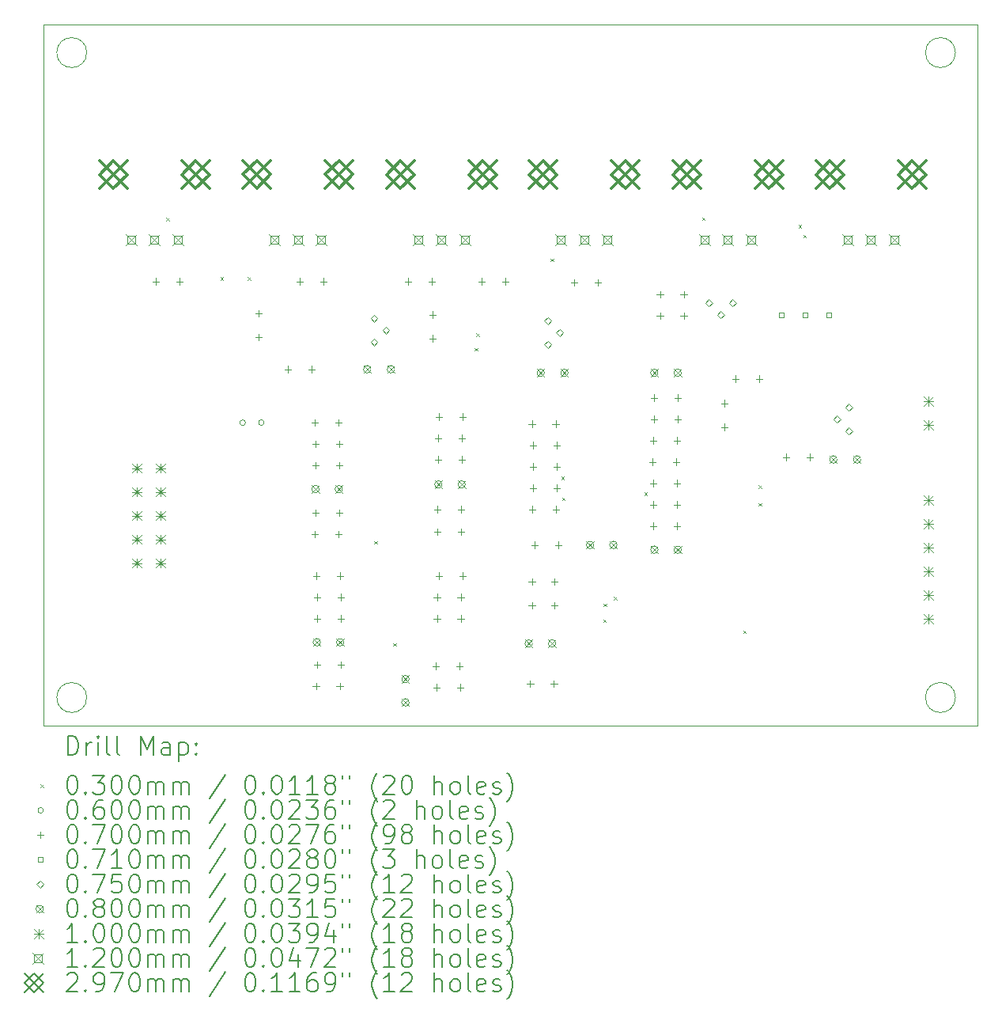
<source format=gbr>
%TF.GenerationSoftware,KiCad,Pcbnew,8.0.8*%
%TF.CreationDate,2025-06-29T12:52:21+09:00*%
%TF.ProjectId,VCFSeparate,56434653-6570-4617-9261-74652e6b6963,rev?*%
%TF.SameCoordinates,Original*%
%TF.FileFunction,Drillmap*%
%TF.FilePolarity,Positive*%
%FSLAX45Y45*%
G04 Gerber Fmt 4.5, Leading zero omitted, Abs format (unit mm)*
G04 Created by KiCad (PCBNEW 8.0.8) date 2025-06-29 12:52:21*
%MOMM*%
%LPD*%
G01*
G04 APERTURE LIST*
%ADD10C,0.050000*%
%ADD11C,0.200000*%
%ADD12C,0.100000*%
%ADD13C,0.120000*%
%ADD14C,0.297000*%
G04 APERTURE END LIST*
D10*
X15260000Y-2200000D02*
G75*
G02*
X14940000Y-2200000I-160000J0D01*
G01*
X14940000Y-2200000D02*
G75*
G02*
X15260000Y-2200000I160000J0D01*
G01*
X15260000Y-9100000D02*
G75*
G02*
X14940000Y-9100000I-160000J0D01*
G01*
X14940000Y-9100000D02*
G75*
G02*
X15260000Y-9100000I160000J0D01*
G01*
X5500000Y-1900000D02*
X15500000Y-1900000D01*
X15500000Y-9400000D01*
X5500000Y-9400000D01*
X5500000Y-1900000D01*
X5960000Y-9100000D02*
G75*
G02*
X5640000Y-9100000I-160000J0D01*
G01*
X5640000Y-9100000D02*
G75*
G02*
X5960000Y-9100000I160000J0D01*
G01*
X5960000Y-2200000D02*
G75*
G02*
X5640000Y-2200000I-160000J0D01*
G01*
X5640000Y-2200000D02*
G75*
G02*
X5960000Y-2200000I160000J0D01*
G01*
D11*
D12*
X6811200Y-3966280D02*
X6841200Y-3996280D01*
X6841200Y-3966280D02*
X6811200Y-3996280D01*
X7390620Y-4601650D02*
X7420620Y-4631650D01*
X7420620Y-4601650D02*
X7390620Y-4631650D01*
X7685330Y-4601490D02*
X7715330Y-4631490D01*
X7715330Y-4601490D02*
X7685330Y-4631490D01*
X9040100Y-7427200D02*
X9070100Y-7457200D01*
X9070100Y-7427200D02*
X9040100Y-7457200D01*
X9243300Y-8519400D02*
X9273300Y-8549400D01*
X9273300Y-8519400D02*
X9243300Y-8549400D01*
X10114460Y-5361990D02*
X10144460Y-5391990D01*
X10144460Y-5361990D02*
X10114460Y-5391990D01*
X10132300Y-5204700D02*
X10162300Y-5234700D01*
X10162300Y-5204700D02*
X10132300Y-5234700D01*
X10927140Y-4403590D02*
X10957140Y-4433590D01*
X10957140Y-4403590D02*
X10927140Y-4433590D01*
X11041390Y-6735010D02*
X11071390Y-6765010D01*
X11071390Y-6735010D02*
X11041390Y-6765010D01*
X11050560Y-6959800D02*
X11080560Y-6989800D01*
X11080560Y-6959800D02*
X11050560Y-6989800D01*
X11491200Y-8265400D02*
X11521200Y-8295400D01*
X11521200Y-8265400D02*
X11491200Y-8295400D01*
X11496330Y-8093420D02*
X11526330Y-8123420D01*
X11526330Y-8093420D02*
X11496330Y-8123420D01*
X11605500Y-8024100D02*
X11635500Y-8054100D01*
X11635500Y-8024100D02*
X11605500Y-8054100D01*
X11930030Y-6906500D02*
X11960030Y-6936500D01*
X11960030Y-6906500D02*
X11930030Y-6936500D01*
X12547770Y-3961750D02*
X12577770Y-3991750D01*
X12577770Y-3961750D02*
X12547770Y-3991750D01*
X12990110Y-8382660D02*
X13020110Y-8412660D01*
X13020110Y-8382660D02*
X12990110Y-8412660D01*
X13154900Y-6830300D02*
X13184900Y-6860300D01*
X13184900Y-6830300D02*
X13154900Y-6860300D01*
X13154900Y-7020800D02*
X13184900Y-7050800D01*
X13184900Y-7020800D02*
X13154900Y-7050800D01*
X13579530Y-4044060D02*
X13609530Y-4074060D01*
X13609530Y-4044060D02*
X13579530Y-4074060D01*
X13630930Y-4149710D02*
X13660930Y-4179710D01*
X13660930Y-4149710D02*
X13630930Y-4179710D01*
X7659700Y-6159500D02*
G75*
G02*
X7599700Y-6159500I-30000J0D01*
G01*
X7599700Y-6159500D02*
G75*
G02*
X7659700Y-6159500I30000J0D01*
G01*
X7859700Y-6159500D02*
G75*
G02*
X7799700Y-6159500I-30000J0D01*
G01*
X7799700Y-6159500D02*
G75*
G02*
X7859700Y-6159500I30000J0D01*
G01*
X6697900Y-4613200D02*
X6697900Y-4683200D01*
X6662900Y-4648200D02*
X6732900Y-4648200D01*
X6951900Y-4613200D02*
X6951900Y-4683200D01*
X6916900Y-4648200D02*
X6986900Y-4648200D01*
X7797800Y-4956100D02*
X7797800Y-5026100D01*
X7762800Y-4991100D02*
X7832800Y-4991100D01*
X7797800Y-5210100D02*
X7797800Y-5280100D01*
X7762800Y-5245100D02*
X7832800Y-5245100D01*
X8111100Y-5553000D02*
X8111100Y-5623000D01*
X8076100Y-5588000D02*
X8146100Y-5588000D01*
X8242300Y-4613200D02*
X8242300Y-4683200D01*
X8207300Y-4648200D02*
X8277300Y-4648200D01*
X8365100Y-5553000D02*
X8365100Y-5623000D01*
X8330100Y-5588000D02*
X8400100Y-5588000D01*
X8402400Y-6124500D02*
X8402400Y-6194500D01*
X8367400Y-6159500D02*
X8437400Y-6159500D01*
X8402400Y-7318300D02*
X8402400Y-7388300D01*
X8367400Y-7353300D02*
X8437400Y-7353300D01*
X8407400Y-6581700D02*
X8407400Y-6651700D01*
X8372400Y-6616700D02*
X8442400Y-6616700D01*
X8407400Y-7089700D02*
X8407400Y-7159700D01*
X8372400Y-7124700D02*
X8442400Y-7124700D01*
X8412400Y-6353100D02*
X8412400Y-6423100D01*
X8377400Y-6388100D02*
X8447400Y-6388100D01*
X8415100Y-8943900D02*
X8415100Y-9013900D01*
X8380100Y-8978900D02*
X8450100Y-8978900D01*
X8420100Y-7762800D02*
X8420100Y-7832800D01*
X8385100Y-7797800D02*
X8455100Y-7797800D01*
X8425100Y-7991400D02*
X8425100Y-8061400D01*
X8390100Y-8026400D02*
X8460100Y-8026400D01*
X8425100Y-8220000D02*
X8425100Y-8290000D01*
X8390100Y-8255000D02*
X8460100Y-8255000D01*
X8425100Y-8715300D02*
X8425100Y-8785300D01*
X8390100Y-8750300D02*
X8460100Y-8750300D01*
X8496300Y-4613200D02*
X8496300Y-4683200D01*
X8461300Y-4648200D02*
X8531300Y-4648200D01*
X8656400Y-6124500D02*
X8656400Y-6194500D01*
X8621400Y-6159500D02*
X8691400Y-6159500D01*
X8656400Y-7318300D02*
X8656400Y-7388300D01*
X8621400Y-7353300D02*
X8691400Y-7353300D01*
X8661400Y-6581700D02*
X8661400Y-6651700D01*
X8626400Y-6616700D02*
X8696400Y-6616700D01*
X8661400Y-7089700D02*
X8661400Y-7159700D01*
X8626400Y-7124700D02*
X8696400Y-7124700D01*
X8666400Y-6353100D02*
X8666400Y-6423100D01*
X8631400Y-6388100D02*
X8701400Y-6388100D01*
X8669100Y-8943900D02*
X8669100Y-9013900D01*
X8634100Y-8978900D02*
X8704100Y-8978900D01*
X8674100Y-7762800D02*
X8674100Y-7832800D01*
X8639100Y-7797800D02*
X8709100Y-7797800D01*
X8679100Y-7991400D02*
X8679100Y-8061400D01*
X8644100Y-8026400D02*
X8714100Y-8026400D01*
X8679100Y-8220000D02*
X8679100Y-8290000D01*
X8644100Y-8255000D02*
X8714100Y-8255000D01*
X8679100Y-8715300D02*
X8679100Y-8785300D01*
X8644100Y-8750300D02*
X8714100Y-8750300D01*
X9398000Y-4613200D02*
X9398000Y-4683200D01*
X9363000Y-4648200D02*
X9433000Y-4648200D01*
X9652000Y-4613200D02*
X9652000Y-4683200D01*
X9617000Y-4648200D02*
X9687000Y-4648200D01*
X9664700Y-4968800D02*
X9664700Y-5038800D01*
X9629700Y-5003800D02*
X9699700Y-5003800D01*
X9664700Y-5222800D02*
X9664700Y-5292800D01*
X9629700Y-5257800D02*
X9699700Y-5257800D01*
X9697800Y-8728000D02*
X9697800Y-8798000D01*
X9662800Y-8763000D02*
X9732800Y-8763000D01*
X9702800Y-8956600D02*
X9702800Y-9026600D01*
X9667800Y-8991600D02*
X9737800Y-8991600D01*
X9710500Y-7991400D02*
X9710500Y-8061400D01*
X9675500Y-8026400D02*
X9745500Y-8026400D01*
X9710500Y-8220000D02*
X9710500Y-8290000D01*
X9675500Y-8255000D02*
X9745500Y-8255000D01*
X9715500Y-7051600D02*
X9715500Y-7121600D01*
X9680500Y-7086600D02*
X9750500Y-7086600D01*
X9715500Y-7292900D02*
X9715500Y-7362900D01*
X9680500Y-7327900D02*
X9750500Y-7327900D01*
X9723200Y-6289600D02*
X9723200Y-6359600D01*
X9688200Y-6324600D02*
X9758200Y-6324600D01*
X9723200Y-6518200D02*
X9723200Y-6588200D01*
X9688200Y-6553200D02*
X9758200Y-6553200D01*
X9728200Y-6061000D02*
X9728200Y-6131000D01*
X9693200Y-6096000D02*
X9763200Y-6096000D01*
X9728200Y-7762800D02*
X9728200Y-7832800D01*
X9693200Y-7797800D02*
X9763200Y-7797800D01*
X9951800Y-8728000D02*
X9951800Y-8798000D01*
X9916800Y-8763000D02*
X9986800Y-8763000D01*
X9956800Y-8956600D02*
X9956800Y-9026600D01*
X9921800Y-8991600D02*
X9991800Y-8991600D01*
X9964500Y-7991400D02*
X9964500Y-8061400D01*
X9929500Y-8026400D02*
X9999500Y-8026400D01*
X9964500Y-8220000D02*
X9964500Y-8290000D01*
X9929500Y-8255000D02*
X9999500Y-8255000D01*
X9969500Y-7051600D02*
X9969500Y-7121600D01*
X9934500Y-7086600D02*
X10004500Y-7086600D01*
X9969500Y-7292900D02*
X9969500Y-7362900D01*
X9934500Y-7327900D02*
X10004500Y-7327900D01*
X9977200Y-6289600D02*
X9977200Y-6359600D01*
X9942200Y-6324600D02*
X10012200Y-6324600D01*
X9977200Y-6518200D02*
X9977200Y-6588200D01*
X9942200Y-6553200D02*
X10012200Y-6553200D01*
X9982200Y-6061000D02*
X9982200Y-6131000D01*
X9947200Y-6096000D02*
X10017200Y-6096000D01*
X9982200Y-7762800D02*
X9982200Y-7832800D01*
X9947200Y-7797800D02*
X10017200Y-7797800D01*
X10185400Y-4613200D02*
X10185400Y-4683200D01*
X10150400Y-4648200D02*
X10220400Y-4648200D01*
X10439400Y-4613200D02*
X10439400Y-4683200D01*
X10404400Y-4648200D02*
X10474400Y-4648200D01*
X10708800Y-8918500D02*
X10708800Y-8988500D01*
X10673800Y-8953500D02*
X10743800Y-8953500D01*
X10726200Y-6137200D02*
X10726200Y-6207200D01*
X10691200Y-6172200D02*
X10761200Y-6172200D01*
X10726500Y-7826300D02*
X10726500Y-7896300D01*
X10691500Y-7861300D02*
X10761500Y-7861300D01*
X10726500Y-8080300D02*
X10726500Y-8150300D01*
X10691500Y-8115300D02*
X10761500Y-8115300D01*
X10732700Y-7051600D02*
X10732700Y-7121600D01*
X10697700Y-7086600D02*
X10767700Y-7086600D01*
X10736200Y-6365800D02*
X10736200Y-6435800D01*
X10701200Y-6400800D02*
X10771200Y-6400800D01*
X10736200Y-6594400D02*
X10736200Y-6664400D01*
X10701200Y-6629400D02*
X10771200Y-6629400D01*
X10737700Y-6823000D02*
X10737700Y-6893000D01*
X10702700Y-6858000D02*
X10772700Y-6858000D01*
X10756900Y-7432600D02*
X10756900Y-7502600D01*
X10721900Y-7467600D02*
X10791900Y-7467600D01*
X10962800Y-8918500D02*
X10962800Y-8988500D01*
X10927800Y-8953500D02*
X10997800Y-8953500D01*
X10967800Y-7826300D02*
X10967800Y-7896300D01*
X10932800Y-7861300D02*
X11002800Y-7861300D01*
X10967800Y-8080300D02*
X10967800Y-8150300D01*
X10932800Y-8115300D02*
X11002800Y-8115300D01*
X10980200Y-6137200D02*
X10980200Y-6207200D01*
X10945200Y-6172200D02*
X11015200Y-6172200D01*
X10986700Y-7051600D02*
X10986700Y-7121600D01*
X10951700Y-7086600D02*
X11021700Y-7086600D01*
X10990200Y-6365800D02*
X10990200Y-6435800D01*
X10955200Y-6400800D02*
X11025200Y-6400800D01*
X10990200Y-6594400D02*
X10990200Y-6664400D01*
X10955200Y-6629400D02*
X11025200Y-6629400D01*
X10991700Y-6823000D02*
X10991700Y-6893000D01*
X10956700Y-6858000D02*
X11026700Y-6858000D01*
X11010900Y-7432600D02*
X11010900Y-7502600D01*
X10975900Y-7467600D02*
X11045900Y-7467600D01*
X11181000Y-4625900D02*
X11181000Y-4695900D01*
X11146000Y-4660900D02*
X11216000Y-4660900D01*
X11435000Y-4625900D02*
X11435000Y-4695900D01*
X11400000Y-4660900D02*
X11470000Y-4660900D01*
X12018900Y-6543600D02*
X12018900Y-6613600D01*
X11983900Y-6578600D02*
X12053900Y-6578600D01*
X12026600Y-6315000D02*
X12026600Y-6385000D01*
X11991600Y-6350000D02*
X12061600Y-6350000D01*
X12026600Y-6772200D02*
X12026600Y-6842200D01*
X11991600Y-6807200D02*
X12061600Y-6807200D01*
X12026600Y-7000800D02*
X12026600Y-7070800D01*
X11991600Y-7035800D02*
X12061600Y-7035800D01*
X12028400Y-7229400D02*
X12028400Y-7299400D01*
X11993400Y-7264400D02*
X12063400Y-7264400D01*
X12033400Y-5857800D02*
X12033400Y-5927800D01*
X11998400Y-5892800D02*
X12068400Y-5892800D01*
X12036600Y-6086400D02*
X12036600Y-6156400D01*
X12001600Y-6121400D02*
X12071600Y-6121400D01*
X12098100Y-4752900D02*
X12098100Y-4822900D01*
X12063100Y-4787900D02*
X12133100Y-4787900D01*
X12098100Y-4981500D02*
X12098100Y-5051500D01*
X12063100Y-5016500D02*
X12133100Y-5016500D01*
X12272900Y-6543600D02*
X12272900Y-6613600D01*
X12237900Y-6578600D02*
X12307900Y-6578600D01*
X12280600Y-6315000D02*
X12280600Y-6385000D01*
X12245600Y-6350000D02*
X12315600Y-6350000D01*
X12280600Y-6772200D02*
X12280600Y-6842200D01*
X12245600Y-6807200D02*
X12315600Y-6807200D01*
X12280600Y-7000800D02*
X12280600Y-7070800D01*
X12245600Y-7035800D02*
X12315600Y-7035800D01*
X12282400Y-7229400D02*
X12282400Y-7299400D01*
X12247400Y-7264400D02*
X12317400Y-7264400D01*
X12287400Y-5857800D02*
X12287400Y-5927800D01*
X12252400Y-5892800D02*
X12322400Y-5892800D01*
X12290600Y-6086400D02*
X12290600Y-6156400D01*
X12255600Y-6121400D02*
X12325600Y-6121400D01*
X12352100Y-4752900D02*
X12352100Y-4822900D01*
X12317100Y-4787900D02*
X12387100Y-4787900D01*
X12352100Y-4981500D02*
X12352100Y-5051500D01*
X12317100Y-5016500D02*
X12387100Y-5016500D01*
X12788900Y-5916300D02*
X12788900Y-5986300D01*
X12753900Y-5951300D02*
X12823900Y-5951300D01*
X12788900Y-6170300D02*
X12788900Y-6240300D01*
X12753900Y-6205300D02*
X12823900Y-6205300D01*
X12904700Y-5654600D02*
X12904700Y-5724600D01*
X12869700Y-5689600D02*
X12939700Y-5689600D01*
X13158700Y-5654600D02*
X13158700Y-5724600D01*
X13123700Y-5689600D02*
X13193700Y-5689600D01*
X13445800Y-6492800D02*
X13445800Y-6562800D01*
X13410800Y-6527800D02*
X13480800Y-6527800D01*
X13699800Y-6492800D02*
X13699800Y-6562800D01*
X13664800Y-6527800D02*
X13734800Y-6527800D01*
X13423602Y-5028903D02*
X13423602Y-4978698D01*
X13373397Y-4978698D01*
X13373397Y-5028903D01*
X13423602Y-5028903D01*
X13677602Y-5028903D02*
X13677602Y-4978698D01*
X13627397Y-4978698D01*
X13627397Y-5028903D01*
X13677602Y-5028903D01*
X13931602Y-5028903D02*
X13931602Y-4978698D01*
X13881397Y-4978698D01*
X13881397Y-5028903D01*
X13931602Y-5028903D01*
X9036700Y-5079400D02*
X9074200Y-5041900D01*
X9036700Y-5004400D01*
X8999200Y-5041900D01*
X9036700Y-5079400D01*
X9036700Y-5333400D02*
X9074200Y-5295900D01*
X9036700Y-5258400D01*
X8999200Y-5295900D01*
X9036700Y-5333400D01*
X9163700Y-5206400D02*
X9201200Y-5168900D01*
X9163700Y-5131400D01*
X9126200Y-5168900D01*
X9163700Y-5206400D01*
X10896600Y-5104800D02*
X10934100Y-5067300D01*
X10896600Y-5029800D01*
X10859100Y-5067300D01*
X10896600Y-5104800D01*
X10896600Y-5358800D02*
X10934100Y-5321300D01*
X10896600Y-5283800D01*
X10859100Y-5321300D01*
X10896600Y-5358800D01*
X11023600Y-5231800D02*
X11061100Y-5194300D01*
X11023600Y-5156800D01*
X10986100Y-5194300D01*
X11023600Y-5231800D01*
X12618800Y-4914300D02*
X12656300Y-4876800D01*
X12618800Y-4839300D01*
X12581300Y-4876800D01*
X12618800Y-4914300D01*
X12745800Y-5041300D02*
X12783300Y-5003800D01*
X12745800Y-4966300D01*
X12708300Y-5003800D01*
X12745800Y-5041300D01*
X12872800Y-4914300D02*
X12910300Y-4876800D01*
X12872800Y-4839300D01*
X12835300Y-4876800D01*
X12872800Y-4914300D01*
X13991900Y-6158900D02*
X14029400Y-6121400D01*
X13991900Y-6083900D01*
X13954400Y-6121400D01*
X13991900Y-6158900D01*
X14118900Y-6031900D02*
X14156400Y-5994400D01*
X14118900Y-5956900D01*
X14081400Y-5994400D01*
X14118900Y-6031900D01*
X14118900Y-6285900D02*
X14156400Y-6248400D01*
X14118900Y-6210900D01*
X14081400Y-6248400D01*
X14118900Y-6285900D01*
X8369400Y-6830700D02*
X8449400Y-6910700D01*
X8449400Y-6830700D02*
X8369400Y-6910700D01*
X8449400Y-6870700D02*
G75*
G02*
X8369400Y-6870700I-40000J0D01*
G01*
X8369400Y-6870700D02*
G75*
G02*
X8449400Y-6870700I40000J0D01*
G01*
X8384100Y-8469000D02*
X8464100Y-8549000D01*
X8464100Y-8469000D02*
X8384100Y-8549000D01*
X8464100Y-8509000D02*
G75*
G02*
X8384100Y-8509000I-40000J0D01*
G01*
X8384100Y-8509000D02*
G75*
G02*
X8464100Y-8509000I40000J0D01*
G01*
X8619400Y-6830700D02*
X8699400Y-6910700D01*
X8699400Y-6830700D02*
X8619400Y-6910700D01*
X8699400Y-6870700D02*
G75*
G02*
X8619400Y-6870700I-40000J0D01*
G01*
X8619400Y-6870700D02*
G75*
G02*
X8699400Y-6870700I40000J0D01*
G01*
X8634100Y-8469000D02*
X8714100Y-8549000D01*
X8714100Y-8469000D02*
X8634100Y-8549000D01*
X8714100Y-8509000D02*
G75*
G02*
X8634100Y-8509000I-40000J0D01*
G01*
X8634100Y-8509000D02*
G75*
G02*
X8714100Y-8509000I40000J0D01*
G01*
X8923370Y-5548000D02*
X9003370Y-5628000D01*
X9003370Y-5548000D02*
X8923370Y-5628000D01*
X9003370Y-5588000D02*
G75*
G02*
X8923370Y-5588000I-40000J0D01*
G01*
X8923370Y-5588000D02*
G75*
G02*
X9003370Y-5588000I40000J0D01*
G01*
X9177370Y-5548000D02*
X9257370Y-5628000D01*
X9257370Y-5548000D02*
X9177370Y-5628000D01*
X9257370Y-5588000D02*
G75*
G02*
X9177370Y-5588000I-40000J0D01*
G01*
X9177370Y-5588000D02*
G75*
G02*
X9257370Y-5588000I40000J0D01*
G01*
X9332600Y-8862700D02*
X9412600Y-8942700D01*
X9412600Y-8862700D02*
X9332600Y-8942700D01*
X9412600Y-8902700D02*
G75*
G02*
X9332600Y-8902700I-40000J0D01*
G01*
X9332600Y-8902700D02*
G75*
G02*
X9412600Y-8902700I40000J0D01*
G01*
X9332600Y-9112700D02*
X9412600Y-9192700D01*
X9412600Y-9112700D02*
X9332600Y-9192700D01*
X9412600Y-9152700D02*
G75*
G02*
X9332600Y-9152700I-40000J0D01*
G01*
X9332600Y-9152700D02*
G75*
G02*
X9412600Y-9152700I40000J0D01*
G01*
X9685200Y-6779900D02*
X9765200Y-6859900D01*
X9765200Y-6779900D02*
X9685200Y-6859900D01*
X9765200Y-6819900D02*
G75*
G02*
X9685200Y-6819900I-40000J0D01*
G01*
X9685200Y-6819900D02*
G75*
G02*
X9765200Y-6819900I40000J0D01*
G01*
X9935200Y-6779900D02*
X10015200Y-6859900D01*
X10015200Y-6779900D02*
X9935200Y-6859900D01*
X10015200Y-6819900D02*
G75*
G02*
X9935200Y-6819900I-40000J0D01*
G01*
X9935200Y-6819900D02*
G75*
G02*
X10015200Y-6819900I40000J0D01*
G01*
X10652400Y-8481700D02*
X10732400Y-8561700D01*
X10732400Y-8481700D02*
X10652400Y-8561700D01*
X10732400Y-8521700D02*
G75*
G02*
X10652400Y-8521700I-40000J0D01*
G01*
X10652400Y-8521700D02*
G75*
G02*
X10732400Y-8521700I40000J0D01*
G01*
X10780400Y-5586100D02*
X10860400Y-5666100D01*
X10860400Y-5586100D02*
X10780400Y-5666100D01*
X10860400Y-5626100D02*
G75*
G02*
X10780400Y-5626100I-40000J0D01*
G01*
X10780400Y-5626100D02*
G75*
G02*
X10860400Y-5626100I40000J0D01*
G01*
X10902400Y-8481700D02*
X10982400Y-8561700D01*
X10982400Y-8481700D02*
X10902400Y-8561700D01*
X10982400Y-8521700D02*
G75*
G02*
X10902400Y-8521700I-40000J0D01*
G01*
X10902400Y-8521700D02*
G75*
G02*
X10982400Y-8521700I40000J0D01*
G01*
X11034400Y-5586100D02*
X11114400Y-5666100D01*
X11114400Y-5586100D02*
X11034400Y-5666100D01*
X11114400Y-5626100D02*
G75*
G02*
X11034400Y-5626100I-40000J0D01*
G01*
X11034400Y-5626100D02*
G75*
G02*
X11114400Y-5626100I40000J0D01*
G01*
X11308800Y-7427600D02*
X11388800Y-7507600D01*
X11388800Y-7427600D02*
X11308800Y-7507600D01*
X11388800Y-7467600D02*
G75*
G02*
X11308800Y-7467600I-40000J0D01*
G01*
X11308800Y-7467600D02*
G75*
G02*
X11388800Y-7467600I40000J0D01*
G01*
X11558800Y-7427600D02*
X11638800Y-7507600D01*
X11638800Y-7427600D02*
X11558800Y-7507600D01*
X11638800Y-7467600D02*
G75*
G02*
X11558800Y-7467600I-40000J0D01*
G01*
X11558800Y-7467600D02*
G75*
G02*
X11638800Y-7467600I40000J0D01*
G01*
X11997400Y-5586100D02*
X12077400Y-5666100D01*
X12077400Y-5586100D02*
X11997400Y-5666100D01*
X12077400Y-5626100D02*
G75*
G02*
X11997400Y-5626100I-40000J0D01*
G01*
X11997400Y-5626100D02*
G75*
G02*
X12077400Y-5626100I40000J0D01*
G01*
X11997400Y-7478400D02*
X12077400Y-7558400D01*
X12077400Y-7478400D02*
X11997400Y-7558400D01*
X12077400Y-7518400D02*
G75*
G02*
X11997400Y-7518400I-40000J0D01*
G01*
X11997400Y-7518400D02*
G75*
G02*
X12077400Y-7518400I40000J0D01*
G01*
X12247400Y-5586100D02*
X12327400Y-5666100D01*
X12327400Y-5586100D02*
X12247400Y-5666100D01*
X12327400Y-5626100D02*
G75*
G02*
X12247400Y-5626100I-40000J0D01*
G01*
X12247400Y-5626100D02*
G75*
G02*
X12327400Y-5626100I40000J0D01*
G01*
X12247400Y-7478400D02*
X12327400Y-7558400D01*
X12327400Y-7478400D02*
X12247400Y-7558400D01*
X12327400Y-7518400D02*
G75*
G02*
X12247400Y-7518400I-40000J0D01*
G01*
X12247400Y-7518400D02*
G75*
G02*
X12327400Y-7518400I40000J0D01*
G01*
X13913800Y-6513200D02*
X13993800Y-6593200D01*
X13993800Y-6513200D02*
X13913800Y-6593200D01*
X13993800Y-6553200D02*
G75*
G02*
X13913800Y-6553200I-40000J0D01*
G01*
X13913800Y-6553200D02*
G75*
G02*
X13993800Y-6553200I40000J0D01*
G01*
X14167800Y-6513200D02*
X14247800Y-6593200D01*
X14247800Y-6513200D02*
X14167800Y-6593200D01*
X14247800Y-6553200D02*
G75*
G02*
X14167800Y-6553200I-40000J0D01*
G01*
X14167800Y-6553200D02*
G75*
G02*
X14247800Y-6553200I40000J0D01*
G01*
X6450000Y-6596000D02*
X6550000Y-6696000D01*
X6550000Y-6596000D02*
X6450000Y-6696000D01*
X6500000Y-6596000D02*
X6500000Y-6696000D01*
X6450000Y-6646000D02*
X6550000Y-6646000D01*
X6450000Y-6850000D02*
X6550000Y-6950000D01*
X6550000Y-6850000D02*
X6450000Y-6950000D01*
X6500000Y-6850000D02*
X6500000Y-6950000D01*
X6450000Y-6900000D02*
X6550000Y-6900000D01*
X6450000Y-7104000D02*
X6550000Y-7204000D01*
X6550000Y-7104000D02*
X6450000Y-7204000D01*
X6500000Y-7104000D02*
X6500000Y-7204000D01*
X6450000Y-7154000D02*
X6550000Y-7154000D01*
X6450000Y-7358000D02*
X6550000Y-7458000D01*
X6550000Y-7358000D02*
X6450000Y-7458000D01*
X6500000Y-7358000D02*
X6500000Y-7458000D01*
X6450000Y-7408000D02*
X6550000Y-7408000D01*
X6450000Y-7612000D02*
X6550000Y-7712000D01*
X6550000Y-7612000D02*
X6450000Y-7712000D01*
X6500000Y-7612000D02*
X6500000Y-7712000D01*
X6450000Y-7662000D02*
X6550000Y-7662000D01*
X6704000Y-6596000D02*
X6804000Y-6696000D01*
X6804000Y-6596000D02*
X6704000Y-6696000D01*
X6754000Y-6596000D02*
X6754000Y-6696000D01*
X6704000Y-6646000D02*
X6804000Y-6646000D01*
X6704000Y-6850000D02*
X6804000Y-6950000D01*
X6804000Y-6850000D02*
X6704000Y-6950000D01*
X6754000Y-6850000D02*
X6754000Y-6950000D01*
X6704000Y-6900000D02*
X6804000Y-6900000D01*
X6704000Y-7104000D02*
X6804000Y-7204000D01*
X6804000Y-7104000D02*
X6704000Y-7204000D01*
X6754000Y-7104000D02*
X6754000Y-7204000D01*
X6704000Y-7154000D02*
X6804000Y-7154000D01*
X6704000Y-7358000D02*
X6804000Y-7458000D01*
X6804000Y-7358000D02*
X6704000Y-7458000D01*
X6754000Y-7358000D02*
X6754000Y-7458000D01*
X6704000Y-7408000D02*
X6804000Y-7408000D01*
X6704000Y-7612000D02*
X6804000Y-7712000D01*
X6804000Y-7612000D02*
X6704000Y-7712000D01*
X6754000Y-7612000D02*
X6754000Y-7712000D01*
X6704000Y-7662000D02*
X6804000Y-7662000D01*
X14923300Y-5881400D02*
X15023300Y-5981400D01*
X15023300Y-5881400D02*
X14923300Y-5981400D01*
X14973300Y-5881400D02*
X14973300Y-5981400D01*
X14923300Y-5931400D02*
X15023300Y-5931400D01*
X14923300Y-6135400D02*
X15023300Y-6235400D01*
X15023300Y-6135400D02*
X14923300Y-6235400D01*
X14973300Y-6135400D02*
X14973300Y-6235400D01*
X14923300Y-6185400D02*
X15023300Y-6185400D01*
X14923300Y-6935000D02*
X15023300Y-7035000D01*
X15023300Y-6935000D02*
X14923300Y-7035000D01*
X14973300Y-6935000D02*
X14973300Y-7035000D01*
X14923300Y-6985000D02*
X15023300Y-6985000D01*
X14923300Y-7189000D02*
X15023300Y-7289000D01*
X15023300Y-7189000D02*
X14923300Y-7289000D01*
X14973300Y-7189000D02*
X14973300Y-7289000D01*
X14923300Y-7239000D02*
X15023300Y-7239000D01*
X14923300Y-7443000D02*
X15023300Y-7543000D01*
X15023300Y-7443000D02*
X14923300Y-7543000D01*
X14973300Y-7443000D02*
X14973300Y-7543000D01*
X14923300Y-7493000D02*
X15023300Y-7493000D01*
X14923300Y-7697000D02*
X15023300Y-7797000D01*
X15023300Y-7697000D02*
X14923300Y-7797000D01*
X14973300Y-7697000D02*
X14973300Y-7797000D01*
X14923300Y-7747000D02*
X15023300Y-7747000D01*
X14923300Y-7951000D02*
X15023300Y-8051000D01*
X15023300Y-7951000D02*
X14923300Y-8051000D01*
X14973300Y-7951000D02*
X14973300Y-8051000D01*
X14923300Y-8001000D02*
X15023300Y-8001000D01*
X14923300Y-8205000D02*
X15023300Y-8305000D01*
X15023300Y-8205000D02*
X14923300Y-8305000D01*
X14973300Y-8205000D02*
X14973300Y-8305000D01*
X14923300Y-8255000D02*
X15023300Y-8255000D01*
D13*
X6374700Y-4145200D02*
X6494700Y-4265200D01*
X6494700Y-4145200D02*
X6374700Y-4265200D01*
X6477127Y-4247627D02*
X6477127Y-4162773D01*
X6392273Y-4162773D01*
X6392273Y-4247627D01*
X6477127Y-4247627D01*
X6624700Y-4145200D02*
X6744700Y-4265200D01*
X6744700Y-4145200D02*
X6624700Y-4265200D01*
X6727127Y-4247627D02*
X6727127Y-4162773D01*
X6642273Y-4162773D01*
X6642273Y-4247627D01*
X6727127Y-4247627D01*
X6874700Y-4145200D02*
X6994700Y-4265200D01*
X6994700Y-4145200D02*
X6874700Y-4265200D01*
X6977127Y-4247627D02*
X6977127Y-4162773D01*
X6892273Y-4162773D01*
X6892273Y-4247627D01*
X6977127Y-4247627D01*
X7911400Y-4144000D02*
X8031400Y-4264000D01*
X8031400Y-4144000D02*
X7911400Y-4264000D01*
X8013827Y-4246427D02*
X8013827Y-4161573D01*
X7928973Y-4161573D01*
X7928973Y-4246427D01*
X8013827Y-4246427D01*
X8161400Y-4144000D02*
X8281400Y-4264000D01*
X8281400Y-4144000D02*
X8161400Y-4264000D01*
X8263827Y-4246427D02*
X8263827Y-4161573D01*
X8178973Y-4161573D01*
X8178973Y-4246427D01*
X8263827Y-4246427D01*
X8411400Y-4144000D02*
X8531400Y-4264000D01*
X8531400Y-4144000D02*
X8411400Y-4264000D01*
X8513827Y-4246427D02*
X8513827Y-4161573D01*
X8428973Y-4161573D01*
X8428973Y-4246427D01*
X8513827Y-4246427D01*
X9448100Y-4145200D02*
X9568100Y-4265200D01*
X9568100Y-4145200D02*
X9448100Y-4265200D01*
X9550527Y-4247627D02*
X9550527Y-4162773D01*
X9465673Y-4162773D01*
X9465673Y-4247627D01*
X9550527Y-4247627D01*
X9698100Y-4145200D02*
X9818100Y-4265200D01*
X9818100Y-4145200D02*
X9698100Y-4265200D01*
X9800527Y-4247627D02*
X9800527Y-4162773D01*
X9715673Y-4162773D01*
X9715673Y-4247627D01*
X9800527Y-4247627D01*
X9948100Y-4145200D02*
X10068100Y-4265200D01*
X10068100Y-4145200D02*
X9948100Y-4265200D01*
X10050527Y-4247627D02*
X10050527Y-4162773D01*
X9965673Y-4162773D01*
X9965673Y-4247627D01*
X10050527Y-4247627D01*
X10975800Y-4145200D02*
X11095800Y-4265200D01*
X11095800Y-4145200D02*
X10975800Y-4265200D01*
X11078227Y-4247627D02*
X11078227Y-4162773D01*
X10993373Y-4162773D01*
X10993373Y-4247627D01*
X11078227Y-4247627D01*
X11225800Y-4145200D02*
X11345800Y-4265200D01*
X11345800Y-4145200D02*
X11225800Y-4265200D01*
X11328227Y-4247627D02*
X11328227Y-4162773D01*
X11243373Y-4162773D01*
X11243373Y-4247627D01*
X11328227Y-4247627D01*
X11475800Y-4145200D02*
X11595800Y-4265200D01*
X11595800Y-4145200D02*
X11475800Y-4265200D01*
X11578227Y-4247627D02*
X11578227Y-4162773D01*
X11493373Y-4162773D01*
X11493373Y-4247627D01*
X11578227Y-4247627D01*
X12512500Y-4145200D02*
X12632500Y-4265200D01*
X12632500Y-4145200D02*
X12512500Y-4265200D01*
X12614927Y-4247627D02*
X12614927Y-4162773D01*
X12530073Y-4162773D01*
X12530073Y-4247627D01*
X12614927Y-4247627D01*
X12762500Y-4145200D02*
X12882500Y-4265200D01*
X12882500Y-4145200D02*
X12762500Y-4265200D01*
X12864927Y-4247627D02*
X12864927Y-4162773D01*
X12780073Y-4162773D01*
X12780073Y-4247627D01*
X12864927Y-4247627D01*
X13012500Y-4145200D02*
X13132500Y-4265200D01*
X13132500Y-4145200D02*
X13012500Y-4265200D01*
X13114927Y-4247627D02*
X13114927Y-4162773D01*
X13030073Y-4162773D01*
X13030073Y-4247627D01*
X13114927Y-4247627D01*
X14045500Y-4145200D02*
X14165500Y-4265200D01*
X14165500Y-4145200D02*
X14045500Y-4265200D01*
X14147927Y-4247627D02*
X14147927Y-4162773D01*
X14063073Y-4162773D01*
X14063073Y-4247627D01*
X14147927Y-4247627D01*
X14295500Y-4145200D02*
X14415500Y-4265200D01*
X14415500Y-4145200D02*
X14295500Y-4265200D01*
X14397927Y-4247627D02*
X14397927Y-4162773D01*
X14313073Y-4162773D01*
X14313073Y-4247627D01*
X14397927Y-4247627D01*
X14545500Y-4145200D02*
X14665500Y-4265200D01*
X14665500Y-4145200D02*
X14545500Y-4265200D01*
X14647927Y-4247627D02*
X14647927Y-4162773D01*
X14563073Y-4162773D01*
X14563073Y-4247627D01*
X14647927Y-4247627D01*
D14*
X6096200Y-3356700D02*
X6393200Y-3653700D01*
X6393200Y-3356700D02*
X6096200Y-3653700D01*
X6244700Y-3653700D02*
X6393200Y-3505200D01*
X6244700Y-3356700D01*
X6096200Y-3505200D01*
X6244700Y-3653700D01*
X6976200Y-3356700D02*
X7273200Y-3653700D01*
X7273200Y-3356700D02*
X6976200Y-3653700D01*
X7124700Y-3653700D02*
X7273200Y-3505200D01*
X7124700Y-3356700D01*
X6976200Y-3505200D01*
X7124700Y-3653700D01*
X7632900Y-3355500D02*
X7929900Y-3652500D01*
X7929900Y-3355500D02*
X7632900Y-3652500D01*
X7781400Y-3652500D02*
X7929900Y-3504000D01*
X7781400Y-3355500D01*
X7632900Y-3504000D01*
X7781400Y-3652500D01*
X8512900Y-3355500D02*
X8809900Y-3652500D01*
X8809900Y-3355500D02*
X8512900Y-3652500D01*
X8661400Y-3652500D02*
X8809900Y-3504000D01*
X8661400Y-3355500D01*
X8512900Y-3504000D01*
X8661400Y-3652500D01*
X9169600Y-3356700D02*
X9466600Y-3653700D01*
X9466600Y-3356700D02*
X9169600Y-3653700D01*
X9318100Y-3653700D02*
X9466600Y-3505200D01*
X9318100Y-3356700D01*
X9169600Y-3505200D01*
X9318100Y-3653700D01*
X10049600Y-3356700D02*
X10346600Y-3653700D01*
X10346600Y-3356700D02*
X10049600Y-3653700D01*
X10198100Y-3653700D02*
X10346600Y-3505200D01*
X10198100Y-3356700D01*
X10049600Y-3505200D01*
X10198100Y-3653700D01*
X10697300Y-3356700D02*
X10994300Y-3653700D01*
X10994300Y-3356700D02*
X10697300Y-3653700D01*
X10845800Y-3653700D02*
X10994300Y-3505200D01*
X10845800Y-3356700D01*
X10697300Y-3505200D01*
X10845800Y-3653700D01*
X11577300Y-3356700D02*
X11874300Y-3653700D01*
X11874300Y-3356700D02*
X11577300Y-3653700D01*
X11725800Y-3653700D02*
X11874300Y-3505200D01*
X11725800Y-3356700D01*
X11577300Y-3505200D01*
X11725800Y-3653700D01*
X12234000Y-3356700D02*
X12531000Y-3653700D01*
X12531000Y-3356700D02*
X12234000Y-3653700D01*
X12382500Y-3653700D02*
X12531000Y-3505200D01*
X12382500Y-3356700D01*
X12234000Y-3505200D01*
X12382500Y-3653700D01*
X13114000Y-3356700D02*
X13411000Y-3653700D01*
X13411000Y-3356700D02*
X13114000Y-3653700D01*
X13262500Y-3653700D02*
X13411000Y-3505200D01*
X13262500Y-3356700D01*
X13114000Y-3505200D01*
X13262500Y-3653700D01*
X13767000Y-3356700D02*
X14064000Y-3653700D01*
X14064000Y-3356700D02*
X13767000Y-3653700D01*
X13915500Y-3653700D02*
X14064000Y-3505200D01*
X13915500Y-3356700D01*
X13767000Y-3505200D01*
X13915500Y-3653700D01*
X14647000Y-3356700D02*
X14944000Y-3653700D01*
X14944000Y-3356700D02*
X14647000Y-3653700D01*
X14795500Y-3653700D02*
X14944000Y-3505200D01*
X14795500Y-3356700D01*
X14647000Y-3505200D01*
X14795500Y-3653700D01*
D11*
X5758277Y-9713984D02*
X5758277Y-9513984D01*
X5758277Y-9513984D02*
X5805896Y-9513984D01*
X5805896Y-9513984D02*
X5834467Y-9523508D01*
X5834467Y-9523508D02*
X5853515Y-9542555D01*
X5853515Y-9542555D02*
X5863039Y-9561603D01*
X5863039Y-9561603D02*
X5872562Y-9599698D01*
X5872562Y-9599698D02*
X5872562Y-9628270D01*
X5872562Y-9628270D02*
X5863039Y-9666365D01*
X5863039Y-9666365D02*
X5853515Y-9685412D01*
X5853515Y-9685412D02*
X5834467Y-9704460D01*
X5834467Y-9704460D02*
X5805896Y-9713984D01*
X5805896Y-9713984D02*
X5758277Y-9713984D01*
X5958277Y-9713984D02*
X5958277Y-9580650D01*
X5958277Y-9618746D02*
X5967801Y-9599698D01*
X5967801Y-9599698D02*
X5977324Y-9590174D01*
X5977324Y-9590174D02*
X5996372Y-9580650D01*
X5996372Y-9580650D02*
X6015420Y-9580650D01*
X6082086Y-9713984D02*
X6082086Y-9580650D01*
X6082086Y-9513984D02*
X6072562Y-9523508D01*
X6072562Y-9523508D02*
X6082086Y-9533031D01*
X6082086Y-9533031D02*
X6091610Y-9523508D01*
X6091610Y-9523508D02*
X6082086Y-9513984D01*
X6082086Y-9513984D02*
X6082086Y-9533031D01*
X6205896Y-9713984D02*
X6186848Y-9704460D01*
X6186848Y-9704460D02*
X6177324Y-9685412D01*
X6177324Y-9685412D02*
X6177324Y-9513984D01*
X6310658Y-9713984D02*
X6291610Y-9704460D01*
X6291610Y-9704460D02*
X6282086Y-9685412D01*
X6282086Y-9685412D02*
X6282086Y-9513984D01*
X6539229Y-9713984D02*
X6539229Y-9513984D01*
X6539229Y-9513984D02*
X6605896Y-9656841D01*
X6605896Y-9656841D02*
X6672562Y-9513984D01*
X6672562Y-9513984D02*
X6672562Y-9713984D01*
X6853515Y-9713984D02*
X6853515Y-9609222D01*
X6853515Y-9609222D02*
X6843991Y-9590174D01*
X6843991Y-9590174D02*
X6824943Y-9580650D01*
X6824943Y-9580650D02*
X6786848Y-9580650D01*
X6786848Y-9580650D02*
X6767801Y-9590174D01*
X6853515Y-9704460D02*
X6834467Y-9713984D01*
X6834467Y-9713984D02*
X6786848Y-9713984D01*
X6786848Y-9713984D02*
X6767801Y-9704460D01*
X6767801Y-9704460D02*
X6758277Y-9685412D01*
X6758277Y-9685412D02*
X6758277Y-9666365D01*
X6758277Y-9666365D02*
X6767801Y-9647317D01*
X6767801Y-9647317D02*
X6786848Y-9637793D01*
X6786848Y-9637793D02*
X6834467Y-9637793D01*
X6834467Y-9637793D02*
X6853515Y-9628270D01*
X6948753Y-9580650D02*
X6948753Y-9780650D01*
X6948753Y-9590174D02*
X6967801Y-9580650D01*
X6967801Y-9580650D02*
X7005896Y-9580650D01*
X7005896Y-9580650D02*
X7024943Y-9590174D01*
X7024943Y-9590174D02*
X7034467Y-9599698D01*
X7034467Y-9599698D02*
X7043991Y-9618746D01*
X7043991Y-9618746D02*
X7043991Y-9675889D01*
X7043991Y-9675889D02*
X7034467Y-9694936D01*
X7034467Y-9694936D02*
X7024943Y-9704460D01*
X7024943Y-9704460D02*
X7005896Y-9713984D01*
X7005896Y-9713984D02*
X6967801Y-9713984D01*
X6967801Y-9713984D02*
X6948753Y-9704460D01*
X7129705Y-9694936D02*
X7139229Y-9704460D01*
X7139229Y-9704460D02*
X7129705Y-9713984D01*
X7129705Y-9713984D02*
X7120182Y-9704460D01*
X7120182Y-9704460D02*
X7129705Y-9694936D01*
X7129705Y-9694936D02*
X7129705Y-9713984D01*
X7129705Y-9590174D02*
X7139229Y-9599698D01*
X7139229Y-9599698D02*
X7129705Y-9609222D01*
X7129705Y-9609222D02*
X7120182Y-9599698D01*
X7120182Y-9599698D02*
X7129705Y-9590174D01*
X7129705Y-9590174D02*
X7129705Y-9609222D01*
D12*
X5467500Y-10027500D02*
X5497500Y-10057500D01*
X5497500Y-10027500D02*
X5467500Y-10057500D01*
D11*
X5796372Y-9933984D02*
X5815420Y-9933984D01*
X5815420Y-9933984D02*
X5834467Y-9943508D01*
X5834467Y-9943508D02*
X5843991Y-9953031D01*
X5843991Y-9953031D02*
X5853515Y-9972079D01*
X5853515Y-9972079D02*
X5863039Y-10010174D01*
X5863039Y-10010174D02*
X5863039Y-10057793D01*
X5863039Y-10057793D02*
X5853515Y-10095889D01*
X5853515Y-10095889D02*
X5843991Y-10114936D01*
X5843991Y-10114936D02*
X5834467Y-10124460D01*
X5834467Y-10124460D02*
X5815420Y-10133984D01*
X5815420Y-10133984D02*
X5796372Y-10133984D01*
X5796372Y-10133984D02*
X5777324Y-10124460D01*
X5777324Y-10124460D02*
X5767801Y-10114936D01*
X5767801Y-10114936D02*
X5758277Y-10095889D01*
X5758277Y-10095889D02*
X5748753Y-10057793D01*
X5748753Y-10057793D02*
X5748753Y-10010174D01*
X5748753Y-10010174D02*
X5758277Y-9972079D01*
X5758277Y-9972079D02*
X5767801Y-9953031D01*
X5767801Y-9953031D02*
X5777324Y-9943508D01*
X5777324Y-9943508D02*
X5796372Y-9933984D01*
X5948753Y-10114936D02*
X5958277Y-10124460D01*
X5958277Y-10124460D02*
X5948753Y-10133984D01*
X5948753Y-10133984D02*
X5939229Y-10124460D01*
X5939229Y-10124460D02*
X5948753Y-10114936D01*
X5948753Y-10114936D02*
X5948753Y-10133984D01*
X6024943Y-9933984D02*
X6148753Y-9933984D01*
X6148753Y-9933984D02*
X6082086Y-10010174D01*
X6082086Y-10010174D02*
X6110658Y-10010174D01*
X6110658Y-10010174D02*
X6129705Y-10019698D01*
X6129705Y-10019698D02*
X6139229Y-10029222D01*
X6139229Y-10029222D02*
X6148753Y-10048270D01*
X6148753Y-10048270D02*
X6148753Y-10095889D01*
X6148753Y-10095889D02*
X6139229Y-10114936D01*
X6139229Y-10114936D02*
X6129705Y-10124460D01*
X6129705Y-10124460D02*
X6110658Y-10133984D01*
X6110658Y-10133984D02*
X6053515Y-10133984D01*
X6053515Y-10133984D02*
X6034467Y-10124460D01*
X6034467Y-10124460D02*
X6024943Y-10114936D01*
X6272562Y-9933984D02*
X6291610Y-9933984D01*
X6291610Y-9933984D02*
X6310658Y-9943508D01*
X6310658Y-9943508D02*
X6320182Y-9953031D01*
X6320182Y-9953031D02*
X6329705Y-9972079D01*
X6329705Y-9972079D02*
X6339229Y-10010174D01*
X6339229Y-10010174D02*
X6339229Y-10057793D01*
X6339229Y-10057793D02*
X6329705Y-10095889D01*
X6329705Y-10095889D02*
X6320182Y-10114936D01*
X6320182Y-10114936D02*
X6310658Y-10124460D01*
X6310658Y-10124460D02*
X6291610Y-10133984D01*
X6291610Y-10133984D02*
X6272562Y-10133984D01*
X6272562Y-10133984D02*
X6253515Y-10124460D01*
X6253515Y-10124460D02*
X6243991Y-10114936D01*
X6243991Y-10114936D02*
X6234467Y-10095889D01*
X6234467Y-10095889D02*
X6224943Y-10057793D01*
X6224943Y-10057793D02*
X6224943Y-10010174D01*
X6224943Y-10010174D02*
X6234467Y-9972079D01*
X6234467Y-9972079D02*
X6243991Y-9953031D01*
X6243991Y-9953031D02*
X6253515Y-9943508D01*
X6253515Y-9943508D02*
X6272562Y-9933984D01*
X6463039Y-9933984D02*
X6482086Y-9933984D01*
X6482086Y-9933984D02*
X6501134Y-9943508D01*
X6501134Y-9943508D02*
X6510658Y-9953031D01*
X6510658Y-9953031D02*
X6520182Y-9972079D01*
X6520182Y-9972079D02*
X6529705Y-10010174D01*
X6529705Y-10010174D02*
X6529705Y-10057793D01*
X6529705Y-10057793D02*
X6520182Y-10095889D01*
X6520182Y-10095889D02*
X6510658Y-10114936D01*
X6510658Y-10114936D02*
X6501134Y-10124460D01*
X6501134Y-10124460D02*
X6482086Y-10133984D01*
X6482086Y-10133984D02*
X6463039Y-10133984D01*
X6463039Y-10133984D02*
X6443991Y-10124460D01*
X6443991Y-10124460D02*
X6434467Y-10114936D01*
X6434467Y-10114936D02*
X6424943Y-10095889D01*
X6424943Y-10095889D02*
X6415420Y-10057793D01*
X6415420Y-10057793D02*
X6415420Y-10010174D01*
X6415420Y-10010174D02*
X6424943Y-9972079D01*
X6424943Y-9972079D02*
X6434467Y-9953031D01*
X6434467Y-9953031D02*
X6443991Y-9943508D01*
X6443991Y-9943508D02*
X6463039Y-9933984D01*
X6615420Y-10133984D02*
X6615420Y-10000650D01*
X6615420Y-10019698D02*
X6624943Y-10010174D01*
X6624943Y-10010174D02*
X6643991Y-10000650D01*
X6643991Y-10000650D02*
X6672563Y-10000650D01*
X6672563Y-10000650D02*
X6691610Y-10010174D01*
X6691610Y-10010174D02*
X6701134Y-10029222D01*
X6701134Y-10029222D02*
X6701134Y-10133984D01*
X6701134Y-10029222D02*
X6710658Y-10010174D01*
X6710658Y-10010174D02*
X6729705Y-10000650D01*
X6729705Y-10000650D02*
X6758277Y-10000650D01*
X6758277Y-10000650D02*
X6777324Y-10010174D01*
X6777324Y-10010174D02*
X6786848Y-10029222D01*
X6786848Y-10029222D02*
X6786848Y-10133984D01*
X6882086Y-10133984D02*
X6882086Y-10000650D01*
X6882086Y-10019698D02*
X6891610Y-10010174D01*
X6891610Y-10010174D02*
X6910658Y-10000650D01*
X6910658Y-10000650D02*
X6939229Y-10000650D01*
X6939229Y-10000650D02*
X6958277Y-10010174D01*
X6958277Y-10010174D02*
X6967801Y-10029222D01*
X6967801Y-10029222D02*
X6967801Y-10133984D01*
X6967801Y-10029222D02*
X6977324Y-10010174D01*
X6977324Y-10010174D02*
X6996372Y-10000650D01*
X6996372Y-10000650D02*
X7024943Y-10000650D01*
X7024943Y-10000650D02*
X7043991Y-10010174D01*
X7043991Y-10010174D02*
X7053515Y-10029222D01*
X7053515Y-10029222D02*
X7053515Y-10133984D01*
X7443991Y-9924460D02*
X7272563Y-10181603D01*
X7701134Y-9933984D02*
X7720182Y-9933984D01*
X7720182Y-9933984D02*
X7739229Y-9943508D01*
X7739229Y-9943508D02*
X7748753Y-9953031D01*
X7748753Y-9953031D02*
X7758277Y-9972079D01*
X7758277Y-9972079D02*
X7767801Y-10010174D01*
X7767801Y-10010174D02*
X7767801Y-10057793D01*
X7767801Y-10057793D02*
X7758277Y-10095889D01*
X7758277Y-10095889D02*
X7748753Y-10114936D01*
X7748753Y-10114936D02*
X7739229Y-10124460D01*
X7739229Y-10124460D02*
X7720182Y-10133984D01*
X7720182Y-10133984D02*
X7701134Y-10133984D01*
X7701134Y-10133984D02*
X7682086Y-10124460D01*
X7682086Y-10124460D02*
X7672563Y-10114936D01*
X7672563Y-10114936D02*
X7663039Y-10095889D01*
X7663039Y-10095889D02*
X7653515Y-10057793D01*
X7653515Y-10057793D02*
X7653515Y-10010174D01*
X7653515Y-10010174D02*
X7663039Y-9972079D01*
X7663039Y-9972079D02*
X7672563Y-9953031D01*
X7672563Y-9953031D02*
X7682086Y-9943508D01*
X7682086Y-9943508D02*
X7701134Y-9933984D01*
X7853515Y-10114936D02*
X7863039Y-10124460D01*
X7863039Y-10124460D02*
X7853515Y-10133984D01*
X7853515Y-10133984D02*
X7843991Y-10124460D01*
X7843991Y-10124460D02*
X7853515Y-10114936D01*
X7853515Y-10114936D02*
X7853515Y-10133984D01*
X7986848Y-9933984D02*
X8005896Y-9933984D01*
X8005896Y-9933984D02*
X8024944Y-9943508D01*
X8024944Y-9943508D02*
X8034467Y-9953031D01*
X8034467Y-9953031D02*
X8043991Y-9972079D01*
X8043991Y-9972079D02*
X8053515Y-10010174D01*
X8053515Y-10010174D02*
X8053515Y-10057793D01*
X8053515Y-10057793D02*
X8043991Y-10095889D01*
X8043991Y-10095889D02*
X8034467Y-10114936D01*
X8034467Y-10114936D02*
X8024944Y-10124460D01*
X8024944Y-10124460D02*
X8005896Y-10133984D01*
X8005896Y-10133984D02*
X7986848Y-10133984D01*
X7986848Y-10133984D02*
X7967801Y-10124460D01*
X7967801Y-10124460D02*
X7958277Y-10114936D01*
X7958277Y-10114936D02*
X7948753Y-10095889D01*
X7948753Y-10095889D02*
X7939229Y-10057793D01*
X7939229Y-10057793D02*
X7939229Y-10010174D01*
X7939229Y-10010174D02*
X7948753Y-9972079D01*
X7948753Y-9972079D02*
X7958277Y-9953031D01*
X7958277Y-9953031D02*
X7967801Y-9943508D01*
X7967801Y-9943508D02*
X7986848Y-9933984D01*
X8243991Y-10133984D02*
X8129706Y-10133984D01*
X8186848Y-10133984D02*
X8186848Y-9933984D01*
X8186848Y-9933984D02*
X8167801Y-9962555D01*
X8167801Y-9962555D02*
X8148753Y-9981603D01*
X8148753Y-9981603D02*
X8129706Y-9991127D01*
X8434468Y-10133984D02*
X8320182Y-10133984D01*
X8377325Y-10133984D02*
X8377325Y-9933984D01*
X8377325Y-9933984D02*
X8358277Y-9962555D01*
X8358277Y-9962555D02*
X8339229Y-9981603D01*
X8339229Y-9981603D02*
X8320182Y-9991127D01*
X8548753Y-10019698D02*
X8529706Y-10010174D01*
X8529706Y-10010174D02*
X8520182Y-10000650D01*
X8520182Y-10000650D02*
X8510658Y-9981603D01*
X8510658Y-9981603D02*
X8510658Y-9972079D01*
X8510658Y-9972079D02*
X8520182Y-9953031D01*
X8520182Y-9953031D02*
X8529706Y-9943508D01*
X8529706Y-9943508D02*
X8548753Y-9933984D01*
X8548753Y-9933984D02*
X8586849Y-9933984D01*
X8586849Y-9933984D02*
X8605896Y-9943508D01*
X8605896Y-9943508D02*
X8615420Y-9953031D01*
X8615420Y-9953031D02*
X8624944Y-9972079D01*
X8624944Y-9972079D02*
X8624944Y-9981603D01*
X8624944Y-9981603D02*
X8615420Y-10000650D01*
X8615420Y-10000650D02*
X8605896Y-10010174D01*
X8605896Y-10010174D02*
X8586849Y-10019698D01*
X8586849Y-10019698D02*
X8548753Y-10019698D01*
X8548753Y-10019698D02*
X8529706Y-10029222D01*
X8529706Y-10029222D02*
X8520182Y-10038746D01*
X8520182Y-10038746D02*
X8510658Y-10057793D01*
X8510658Y-10057793D02*
X8510658Y-10095889D01*
X8510658Y-10095889D02*
X8520182Y-10114936D01*
X8520182Y-10114936D02*
X8529706Y-10124460D01*
X8529706Y-10124460D02*
X8548753Y-10133984D01*
X8548753Y-10133984D02*
X8586849Y-10133984D01*
X8586849Y-10133984D02*
X8605896Y-10124460D01*
X8605896Y-10124460D02*
X8615420Y-10114936D01*
X8615420Y-10114936D02*
X8624944Y-10095889D01*
X8624944Y-10095889D02*
X8624944Y-10057793D01*
X8624944Y-10057793D02*
X8615420Y-10038746D01*
X8615420Y-10038746D02*
X8605896Y-10029222D01*
X8605896Y-10029222D02*
X8586849Y-10019698D01*
X8701134Y-9933984D02*
X8701134Y-9972079D01*
X8777325Y-9933984D02*
X8777325Y-9972079D01*
X9072563Y-10210174D02*
X9063039Y-10200650D01*
X9063039Y-10200650D02*
X9043991Y-10172079D01*
X9043991Y-10172079D02*
X9034468Y-10153031D01*
X9034468Y-10153031D02*
X9024944Y-10124460D01*
X9024944Y-10124460D02*
X9015420Y-10076841D01*
X9015420Y-10076841D02*
X9015420Y-10038746D01*
X9015420Y-10038746D02*
X9024944Y-9991127D01*
X9024944Y-9991127D02*
X9034468Y-9962555D01*
X9034468Y-9962555D02*
X9043991Y-9943508D01*
X9043991Y-9943508D02*
X9063039Y-9914936D01*
X9063039Y-9914936D02*
X9072563Y-9905412D01*
X9139230Y-9953031D02*
X9148753Y-9943508D01*
X9148753Y-9943508D02*
X9167801Y-9933984D01*
X9167801Y-9933984D02*
X9215420Y-9933984D01*
X9215420Y-9933984D02*
X9234468Y-9943508D01*
X9234468Y-9943508D02*
X9243991Y-9953031D01*
X9243991Y-9953031D02*
X9253515Y-9972079D01*
X9253515Y-9972079D02*
X9253515Y-9991127D01*
X9253515Y-9991127D02*
X9243991Y-10019698D01*
X9243991Y-10019698D02*
X9129706Y-10133984D01*
X9129706Y-10133984D02*
X9253515Y-10133984D01*
X9377325Y-9933984D02*
X9396372Y-9933984D01*
X9396372Y-9933984D02*
X9415420Y-9943508D01*
X9415420Y-9943508D02*
X9424944Y-9953031D01*
X9424944Y-9953031D02*
X9434468Y-9972079D01*
X9434468Y-9972079D02*
X9443991Y-10010174D01*
X9443991Y-10010174D02*
X9443991Y-10057793D01*
X9443991Y-10057793D02*
X9434468Y-10095889D01*
X9434468Y-10095889D02*
X9424944Y-10114936D01*
X9424944Y-10114936D02*
X9415420Y-10124460D01*
X9415420Y-10124460D02*
X9396372Y-10133984D01*
X9396372Y-10133984D02*
X9377325Y-10133984D01*
X9377325Y-10133984D02*
X9358277Y-10124460D01*
X9358277Y-10124460D02*
X9348753Y-10114936D01*
X9348753Y-10114936D02*
X9339230Y-10095889D01*
X9339230Y-10095889D02*
X9329706Y-10057793D01*
X9329706Y-10057793D02*
X9329706Y-10010174D01*
X9329706Y-10010174D02*
X9339230Y-9972079D01*
X9339230Y-9972079D02*
X9348753Y-9953031D01*
X9348753Y-9953031D02*
X9358277Y-9943508D01*
X9358277Y-9943508D02*
X9377325Y-9933984D01*
X9682087Y-10133984D02*
X9682087Y-9933984D01*
X9767801Y-10133984D02*
X9767801Y-10029222D01*
X9767801Y-10029222D02*
X9758277Y-10010174D01*
X9758277Y-10010174D02*
X9739230Y-10000650D01*
X9739230Y-10000650D02*
X9710658Y-10000650D01*
X9710658Y-10000650D02*
X9691611Y-10010174D01*
X9691611Y-10010174D02*
X9682087Y-10019698D01*
X9891611Y-10133984D02*
X9872563Y-10124460D01*
X9872563Y-10124460D02*
X9863039Y-10114936D01*
X9863039Y-10114936D02*
X9853515Y-10095889D01*
X9853515Y-10095889D02*
X9853515Y-10038746D01*
X9853515Y-10038746D02*
X9863039Y-10019698D01*
X9863039Y-10019698D02*
X9872563Y-10010174D01*
X9872563Y-10010174D02*
X9891611Y-10000650D01*
X9891611Y-10000650D02*
X9920182Y-10000650D01*
X9920182Y-10000650D02*
X9939230Y-10010174D01*
X9939230Y-10010174D02*
X9948753Y-10019698D01*
X9948753Y-10019698D02*
X9958277Y-10038746D01*
X9958277Y-10038746D02*
X9958277Y-10095889D01*
X9958277Y-10095889D02*
X9948753Y-10114936D01*
X9948753Y-10114936D02*
X9939230Y-10124460D01*
X9939230Y-10124460D02*
X9920182Y-10133984D01*
X9920182Y-10133984D02*
X9891611Y-10133984D01*
X10072563Y-10133984D02*
X10053515Y-10124460D01*
X10053515Y-10124460D02*
X10043992Y-10105412D01*
X10043992Y-10105412D02*
X10043992Y-9933984D01*
X10224944Y-10124460D02*
X10205896Y-10133984D01*
X10205896Y-10133984D02*
X10167801Y-10133984D01*
X10167801Y-10133984D02*
X10148753Y-10124460D01*
X10148753Y-10124460D02*
X10139230Y-10105412D01*
X10139230Y-10105412D02*
X10139230Y-10029222D01*
X10139230Y-10029222D02*
X10148753Y-10010174D01*
X10148753Y-10010174D02*
X10167801Y-10000650D01*
X10167801Y-10000650D02*
X10205896Y-10000650D01*
X10205896Y-10000650D02*
X10224944Y-10010174D01*
X10224944Y-10010174D02*
X10234468Y-10029222D01*
X10234468Y-10029222D02*
X10234468Y-10048270D01*
X10234468Y-10048270D02*
X10139230Y-10067317D01*
X10310658Y-10124460D02*
X10329706Y-10133984D01*
X10329706Y-10133984D02*
X10367801Y-10133984D01*
X10367801Y-10133984D02*
X10386849Y-10124460D01*
X10386849Y-10124460D02*
X10396373Y-10105412D01*
X10396373Y-10105412D02*
X10396373Y-10095889D01*
X10396373Y-10095889D02*
X10386849Y-10076841D01*
X10386849Y-10076841D02*
X10367801Y-10067317D01*
X10367801Y-10067317D02*
X10339230Y-10067317D01*
X10339230Y-10067317D02*
X10320182Y-10057793D01*
X10320182Y-10057793D02*
X10310658Y-10038746D01*
X10310658Y-10038746D02*
X10310658Y-10029222D01*
X10310658Y-10029222D02*
X10320182Y-10010174D01*
X10320182Y-10010174D02*
X10339230Y-10000650D01*
X10339230Y-10000650D02*
X10367801Y-10000650D01*
X10367801Y-10000650D02*
X10386849Y-10010174D01*
X10463039Y-10210174D02*
X10472563Y-10200650D01*
X10472563Y-10200650D02*
X10491611Y-10172079D01*
X10491611Y-10172079D02*
X10501134Y-10153031D01*
X10501134Y-10153031D02*
X10510658Y-10124460D01*
X10510658Y-10124460D02*
X10520182Y-10076841D01*
X10520182Y-10076841D02*
X10520182Y-10038746D01*
X10520182Y-10038746D02*
X10510658Y-9991127D01*
X10510658Y-9991127D02*
X10501134Y-9962555D01*
X10501134Y-9962555D02*
X10491611Y-9943508D01*
X10491611Y-9943508D02*
X10472563Y-9914936D01*
X10472563Y-9914936D02*
X10463039Y-9905412D01*
D12*
X5497500Y-10306500D02*
G75*
G02*
X5437500Y-10306500I-30000J0D01*
G01*
X5437500Y-10306500D02*
G75*
G02*
X5497500Y-10306500I30000J0D01*
G01*
D11*
X5796372Y-10197984D02*
X5815420Y-10197984D01*
X5815420Y-10197984D02*
X5834467Y-10207508D01*
X5834467Y-10207508D02*
X5843991Y-10217031D01*
X5843991Y-10217031D02*
X5853515Y-10236079D01*
X5853515Y-10236079D02*
X5863039Y-10274174D01*
X5863039Y-10274174D02*
X5863039Y-10321793D01*
X5863039Y-10321793D02*
X5853515Y-10359889D01*
X5853515Y-10359889D02*
X5843991Y-10378936D01*
X5843991Y-10378936D02*
X5834467Y-10388460D01*
X5834467Y-10388460D02*
X5815420Y-10397984D01*
X5815420Y-10397984D02*
X5796372Y-10397984D01*
X5796372Y-10397984D02*
X5777324Y-10388460D01*
X5777324Y-10388460D02*
X5767801Y-10378936D01*
X5767801Y-10378936D02*
X5758277Y-10359889D01*
X5758277Y-10359889D02*
X5748753Y-10321793D01*
X5748753Y-10321793D02*
X5748753Y-10274174D01*
X5748753Y-10274174D02*
X5758277Y-10236079D01*
X5758277Y-10236079D02*
X5767801Y-10217031D01*
X5767801Y-10217031D02*
X5777324Y-10207508D01*
X5777324Y-10207508D02*
X5796372Y-10197984D01*
X5948753Y-10378936D02*
X5958277Y-10388460D01*
X5958277Y-10388460D02*
X5948753Y-10397984D01*
X5948753Y-10397984D02*
X5939229Y-10388460D01*
X5939229Y-10388460D02*
X5948753Y-10378936D01*
X5948753Y-10378936D02*
X5948753Y-10397984D01*
X6129705Y-10197984D02*
X6091610Y-10197984D01*
X6091610Y-10197984D02*
X6072562Y-10207508D01*
X6072562Y-10207508D02*
X6063039Y-10217031D01*
X6063039Y-10217031D02*
X6043991Y-10245603D01*
X6043991Y-10245603D02*
X6034467Y-10283698D01*
X6034467Y-10283698D02*
X6034467Y-10359889D01*
X6034467Y-10359889D02*
X6043991Y-10378936D01*
X6043991Y-10378936D02*
X6053515Y-10388460D01*
X6053515Y-10388460D02*
X6072562Y-10397984D01*
X6072562Y-10397984D02*
X6110658Y-10397984D01*
X6110658Y-10397984D02*
X6129705Y-10388460D01*
X6129705Y-10388460D02*
X6139229Y-10378936D01*
X6139229Y-10378936D02*
X6148753Y-10359889D01*
X6148753Y-10359889D02*
X6148753Y-10312270D01*
X6148753Y-10312270D02*
X6139229Y-10293222D01*
X6139229Y-10293222D02*
X6129705Y-10283698D01*
X6129705Y-10283698D02*
X6110658Y-10274174D01*
X6110658Y-10274174D02*
X6072562Y-10274174D01*
X6072562Y-10274174D02*
X6053515Y-10283698D01*
X6053515Y-10283698D02*
X6043991Y-10293222D01*
X6043991Y-10293222D02*
X6034467Y-10312270D01*
X6272562Y-10197984D02*
X6291610Y-10197984D01*
X6291610Y-10197984D02*
X6310658Y-10207508D01*
X6310658Y-10207508D02*
X6320182Y-10217031D01*
X6320182Y-10217031D02*
X6329705Y-10236079D01*
X6329705Y-10236079D02*
X6339229Y-10274174D01*
X6339229Y-10274174D02*
X6339229Y-10321793D01*
X6339229Y-10321793D02*
X6329705Y-10359889D01*
X6329705Y-10359889D02*
X6320182Y-10378936D01*
X6320182Y-10378936D02*
X6310658Y-10388460D01*
X6310658Y-10388460D02*
X6291610Y-10397984D01*
X6291610Y-10397984D02*
X6272562Y-10397984D01*
X6272562Y-10397984D02*
X6253515Y-10388460D01*
X6253515Y-10388460D02*
X6243991Y-10378936D01*
X6243991Y-10378936D02*
X6234467Y-10359889D01*
X6234467Y-10359889D02*
X6224943Y-10321793D01*
X6224943Y-10321793D02*
X6224943Y-10274174D01*
X6224943Y-10274174D02*
X6234467Y-10236079D01*
X6234467Y-10236079D02*
X6243991Y-10217031D01*
X6243991Y-10217031D02*
X6253515Y-10207508D01*
X6253515Y-10207508D02*
X6272562Y-10197984D01*
X6463039Y-10197984D02*
X6482086Y-10197984D01*
X6482086Y-10197984D02*
X6501134Y-10207508D01*
X6501134Y-10207508D02*
X6510658Y-10217031D01*
X6510658Y-10217031D02*
X6520182Y-10236079D01*
X6520182Y-10236079D02*
X6529705Y-10274174D01*
X6529705Y-10274174D02*
X6529705Y-10321793D01*
X6529705Y-10321793D02*
X6520182Y-10359889D01*
X6520182Y-10359889D02*
X6510658Y-10378936D01*
X6510658Y-10378936D02*
X6501134Y-10388460D01*
X6501134Y-10388460D02*
X6482086Y-10397984D01*
X6482086Y-10397984D02*
X6463039Y-10397984D01*
X6463039Y-10397984D02*
X6443991Y-10388460D01*
X6443991Y-10388460D02*
X6434467Y-10378936D01*
X6434467Y-10378936D02*
X6424943Y-10359889D01*
X6424943Y-10359889D02*
X6415420Y-10321793D01*
X6415420Y-10321793D02*
X6415420Y-10274174D01*
X6415420Y-10274174D02*
X6424943Y-10236079D01*
X6424943Y-10236079D02*
X6434467Y-10217031D01*
X6434467Y-10217031D02*
X6443991Y-10207508D01*
X6443991Y-10207508D02*
X6463039Y-10197984D01*
X6615420Y-10397984D02*
X6615420Y-10264650D01*
X6615420Y-10283698D02*
X6624943Y-10274174D01*
X6624943Y-10274174D02*
X6643991Y-10264650D01*
X6643991Y-10264650D02*
X6672563Y-10264650D01*
X6672563Y-10264650D02*
X6691610Y-10274174D01*
X6691610Y-10274174D02*
X6701134Y-10293222D01*
X6701134Y-10293222D02*
X6701134Y-10397984D01*
X6701134Y-10293222D02*
X6710658Y-10274174D01*
X6710658Y-10274174D02*
X6729705Y-10264650D01*
X6729705Y-10264650D02*
X6758277Y-10264650D01*
X6758277Y-10264650D02*
X6777324Y-10274174D01*
X6777324Y-10274174D02*
X6786848Y-10293222D01*
X6786848Y-10293222D02*
X6786848Y-10397984D01*
X6882086Y-10397984D02*
X6882086Y-10264650D01*
X6882086Y-10283698D02*
X6891610Y-10274174D01*
X6891610Y-10274174D02*
X6910658Y-10264650D01*
X6910658Y-10264650D02*
X6939229Y-10264650D01*
X6939229Y-10264650D02*
X6958277Y-10274174D01*
X6958277Y-10274174D02*
X6967801Y-10293222D01*
X6967801Y-10293222D02*
X6967801Y-10397984D01*
X6967801Y-10293222D02*
X6977324Y-10274174D01*
X6977324Y-10274174D02*
X6996372Y-10264650D01*
X6996372Y-10264650D02*
X7024943Y-10264650D01*
X7024943Y-10264650D02*
X7043991Y-10274174D01*
X7043991Y-10274174D02*
X7053515Y-10293222D01*
X7053515Y-10293222D02*
X7053515Y-10397984D01*
X7443991Y-10188460D02*
X7272563Y-10445603D01*
X7701134Y-10197984D02*
X7720182Y-10197984D01*
X7720182Y-10197984D02*
X7739229Y-10207508D01*
X7739229Y-10207508D02*
X7748753Y-10217031D01*
X7748753Y-10217031D02*
X7758277Y-10236079D01*
X7758277Y-10236079D02*
X7767801Y-10274174D01*
X7767801Y-10274174D02*
X7767801Y-10321793D01*
X7767801Y-10321793D02*
X7758277Y-10359889D01*
X7758277Y-10359889D02*
X7748753Y-10378936D01*
X7748753Y-10378936D02*
X7739229Y-10388460D01*
X7739229Y-10388460D02*
X7720182Y-10397984D01*
X7720182Y-10397984D02*
X7701134Y-10397984D01*
X7701134Y-10397984D02*
X7682086Y-10388460D01*
X7682086Y-10388460D02*
X7672563Y-10378936D01*
X7672563Y-10378936D02*
X7663039Y-10359889D01*
X7663039Y-10359889D02*
X7653515Y-10321793D01*
X7653515Y-10321793D02*
X7653515Y-10274174D01*
X7653515Y-10274174D02*
X7663039Y-10236079D01*
X7663039Y-10236079D02*
X7672563Y-10217031D01*
X7672563Y-10217031D02*
X7682086Y-10207508D01*
X7682086Y-10207508D02*
X7701134Y-10197984D01*
X7853515Y-10378936D02*
X7863039Y-10388460D01*
X7863039Y-10388460D02*
X7853515Y-10397984D01*
X7853515Y-10397984D02*
X7843991Y-10388460D01*
X7843991Y-10388460D02*
X7853515Y-10378936D01*
X7853515Y-10378936D02*
X7853515Y-10397984D01*
X7986848Y-10197984D02*
X8005896Y-10197984D01*
X8005896Y-10197984D02*
X8024944Y-10207508D01*
X8024944Y-10207508D02*
X8034467Y-10217031D01*
X8034467Y-10217031D02*
X8043991Y-10236079D01*
X8043991Y-10236079D02*
X8053515Y-10274174D01*
X8053515Y-10274174D02*
X8053515Y-10321793D01*
X8053515Y-10321793D02*
X8043991Y-10359889D01*
X8043991Y-10359889D02*
X8034467Y-10378936D01*
X8034467Y-10378936D02*
X8024944Y-10388460D01*
X8024944Y-10388460D02*
X8005896Y-10397984D01*
X8005896Y-10397984D02*
X7986848Y-10397984D01*
X7986848Y-10397984D02*
X7967801Y-10388460D01*
X7967801Y-10388460D02*
X7958277Y-10378936D01*
X7958277Y-10378936D02*
X7948753Y-10359889D01*
X7948753Y-10359889D02*
X7939229Y-10321793D01*
X7939229Y-10321793D02*
X7939229Y-10274174D01*
X7939229Y-10274174D02*
X7948753Y-10236079D01*
X7948753Y-10236079D02*
X7958277Y-10217031D01*
X7958277Y-10217031D02*
X7967801Y-10207508D01*
X7967801Y-10207508D02*
X7986848Y-10197984D01*
X8129706Y-10217031D02*
X8139229Y-10207508D01*
X8139229Y-10207508D02*
X8158277Y-10197984D01*
X8158277Y-10197984D02*
X8205896Y-10197984D01*
X8205896Y-10197984D02*
X8224944Y-10207508D01*
X8224944Y-10207508D02*
X8234467Y-10217031D01*
X8234467Y-10217031D02*
X8243991Y-10236079D01*
X8243991Y-10236079D02*
X8243991Y-10255127D01*
X8243991Y-10255127D02*
X8234467Y-10283698D01*
X8234467Y-10283698D02*
X8120182Y-10397984D01*
X8120182Y-10397984D02*
X8243991Y-10397984D01*
X8310658Y-10197984D02*
X8434468Y-10197984D01*
X8434468Y-10197984D02*
X8367801Y-10274174D01*
X8367801Y-10274174D02*
X8396372Y-10274174D01*
X8396372Y-10274174D02*
X8415420Y-10283698D01*
X8415420Y-10283698D02*
X8424944Y-10293222D01*
X8424944Y-10293222D02*
X8434468Y-10312270D01*
X8434468Y-10312270D02*
X8434468Y-10359889D01*
X8434468Y-10359889D02*
X8424944Y-10378936D01*
X8424944Y-10378936D02*
X8415420Y-10388460D01*
X8415420Y-10388460D02*
X8396372Y-10397984D01*
X8396372Y-10397984D02*
X8339229Y-10397984D01*
X8339229Y-10397984D02*
X8320182Y-10388460D01*
X8320182Y-10388460D02*
X8310658Y-10378936D01*
X8605896Y-10197984D02*
X8567801Y-10197984D01*
X8567801Y-10197984D02*
X8548753Y-10207508D01*
X8548753Y-10207508D02*
X8539229Y-10217031D01*
X8539229Y-10217031D02*
X8520182Y-10245603D01*
X8520182Y-10245603D02*
X8510658Y-10283698D01*
X8510658Y-10283698D02*
X8510658Y-10359889D01*
X8510658Y-10359889D02*
X8520182Y-10378936D01*
X8520182Y-10378936D02*
X8529706Y-10388460D01*
X8529706Y-10388460D02*
X8548753Y-10397984D01*
X8548753Y-10397984D02*
X8586849Y-10397984D01*
X8586849Y-10397984D02*
X8605896Y-10388460D01*
X8605896Y-10388460D02*
X8615420Y-10378936D01*
X8615420Y-10378936D02*
X8624944Y-10359889D01*
X8624944Y-10359889D02*
X8624944Y-10312270D01*
X8624944Y-10312270D02*
X8615420Y-10293222D01*
X8615420Y-10293222D02*
X8605896Y-10283698D01*
X8605896Y-10283698D02*
X8586849Y-10274174D01*
X8586849Y-10274174D02*
X8548753Y-10274174D01*
X8548753Y-10274174D02*
X8529706Y-10283698D01*
X8529706Y-10283698D02*
X8520182Y-10293222D01*
X8520182Y-10293222D02*
X8510658Y-10312270D01*
X8701134Y-10197984D02*
X8701134Y-10236079D01*
X8777325Y-10197984D02*
X8777325Y-10236079D01*
X9072563Y-10474174D02*
X9063039Y-10464650D01*
X9063039Y-10464650D02*
X9043991Y-10436079D01*
X9043991Y-10436079D02*
X9034468Y-10417031D01*
X9034468Y-10417031D02*
X9024944Y-10388460D01*
X9024944Y-10388460D02*
X9015420Y-10340841D01*
X9015420Y-10340841D02*
X9015420Y-10302746D01*
X9015420Y-10302746D02*
X9024944Y-10255127D01*
X9024944Y-10255127D02*
X9034468Y-10226555D01*
X9034468Y-10226555D02*
X9043991Y-10207508D01*
X9043991Y-10207508D02*
X9063039Y-10178936D01*
X9063039Y-10178936D02*
X9072563Y-10169412D01*
X9139230Y-10217031D02*
X9148753Y-10207508D01*
X9148753Y-10207508D02*
X9167801Y-10197984D01*
X9167801Y-10197984D02*
X9215420Y-10197984D01*
X9215420Y-10197984D02*
X9234468Y-10207508D01*
X9234468Y-10207508D02*
X9243991Y-10217031D01*
X9243991Y-10217031D02*
X9253515Y-10236079D01*
X9253515Y-10236079D02*
X9253515Y-10255127D01*
X9253515Y-10255127D02*
X9243991Y-10283698D01*
X9243991Y-10283698D02*
X9129706Y-10397984D01*
X9129706Y-10397984D02*
X9253515Y-10397984D01*
X9491611Y-10397984D02*
X9491611Y-10197984D01*
X9577325Y-10397984D02*
X9577325Y-10293222D01*
X9577325Y-10293222D02*
X9567801Y-10274174D01*
X9567801Y-10274174D02*
X9548753Y-10264650D01*
X9548753Y-10264650D02*
X9520182Y-10264650D01*
X9520182Y-10264650D02*
X9501134Y-10274174D01*
X9501134Y-10274174D02*
X9491611Y-10283698D01*
X9701134Y-10397984D02*
X9682087Y-10388460D01*
X9682087Y-10388460D02*
X9672563Y-10378936D01*
X9672563Y-10378936D02*
X9663039Y-10359889D01*
X9663039Y-10359889D02*
X9663039Y-10302746D01*
X9663039Y-10302746D02*
X9672563Y-10283698D01*
X9672563Y-10283698D02*
X9682087Y-10274174D01*
X9682087Y-10274174D02*
X9701134Y-10264650D01*
X9701134Y-10264650D02*
X9729706Y-10264650D01*
X9729706Y-10264650D02*
X9748753Y-10274174D01*
X9748753Y-10274174D02*
X9758277Y-10283698D01*
X9758277Y-10283698D02*
X9767801Y-10302746D01*
X9767801Y-10302746D02*
X9767801Y-10359889D01*
X9767801Y-10359889D02*
X9758277Y-10378936D01*
X9758277Y-10378936D02*
X9748753Y-10388460D01*
X9748753Y-10388460D02*
X9729706Y-10397984D01*
X9729706Y-10397984D02*
X9701134Y-10397984D01*
X9882087Y-10397984D02*
X9863039Y-10388460D01*
X9863039Y-10388460D02*
X9853515Y-10369412D01*
X9853515Y-10369412D02*
X9853515Y-10197984D01*
X10034468Y-10388460D02*
X10015420Y-10397984D01*
X10015420Y-10397984D02*
X9977325Y-10397984D01*
X9977325Y-10397984D02*
X9958277Y-10388460D01*
X9958277Y-10388460D02*
X9948753Y-10369412D01*
X9948753Y-10369412D02*
X9948753Y-10293222D01*
X9948753Y-10293222D02*
X9958277Y-10274174D01*
X9958277Y-10274174D02*
X9977325Y-10264650D01*
X9977325Y-10264650D02*
X10015420Y-10264650D01*
X10015420Y-10264650D02*
X10034468Y-10274174D01*
X10034468Y-10274174D02*
X10043992Y-10293222D01*
X10043992Y-10293222D02*
X10043992Y-10312270D01*
X10043992Y-10312270D02*
X9948753Y-10331317D01*
X10120182Y-10388460D02*
X10139230Y-10397984D01*
X10139230Y-10397984D02*
X10177325Y-10397984D01*
X10177325Y-10397984D02*
X10196373Y-10388460D01*
X10196373Y-10388460D02*
X10205896Y-10369412D01*
X10205896Y-10369412D02*
X10205896Y-10359889D01*
X10205896Y-10359889D02*
X10196373Y-10340841D01*
X10196373Y-10340841D02*
X10177325Y-10331317D01*
X10177325Y-10331317D02*
X10148753Y-10331317D01*
X10148753Y-10331317D02*
X10129706Y-10321793D01*
X10129706Y-10321793D02*
X10120182Y-10302746D01*
X10120182Y-10302746D02*
X10120182Y-10293222D01*
X10120182Y-10293222D02*
X10129706Y-10274174D01*
X10129706Y-10274174D02*
X10148753Y-10264650D01*
X10148753Y-10264650D02*
X10177325Y-10264650D01*
X10177325Y-10264650D02*
X10196373Y-10274174D01*
X10272563Y-10474174D02*
X10282087Y-10464650D01*
X10282087Y-10464650D02*
X10301134Y-10436079D01*
X10301134Y-10436079D02*
X10310658Y-10417031D01*
X10310658Y-10417031D02*
X10320182Y-10388460D01*
X10320182Y-10388460D02*
X10329706Y-10340841D01*
X10329706Y-10340841D02*
X10329706Y-10302746D01*
X10329706Y-10302746D02*
X10320182Y-10255127D01*
X10320182Y-10255127D02*
X10310658Y-10226555D01*
X10310658Y-10226555D02*
X10301134Y-10207508D01*
X10301134Y-10207508D02*
X10282087Y-10178936D01*
X10282087Y-10178936D02*
X10272563Y-10169412D01*
D12*
X5462500Y-10535500D02*
X5462500Y-10605500D01*
X5427500Y-10570500D02*
X5497500Y-10570500D01*
D11*
X5796372Y-10461984D02*
X5815420Y-10461984D01*
X5815420Y-10461984D02*
X5834467Y-10471508D01*
X5834467Y-10471508D02*
X5843991Y-10481031D01*
X5843991Y-10481031D02*
X5853515Y-10500079D01*
X5853515Y-10500079D02*
X5863039Y-10538174D01*
X5863039Y-10538174D02*
X5863039Y-10585793D01*
X5863039Y-10585793D02*
X5853515Y-10623889D01*
X5853515Y-10623889D02*
X5843991Y-10642936D01*
X5843991Y-10642936D02*
X5834467Y-10652460D01*
X5834467Y-10652460D02*
X5815420Y-10661984D01*
X5815420Y-10661984D02*
X5796372Y-10661984D01*
X5796372Y-10661984D02*
X5777324Y-10652460D01*
X5777324Y-10652460D02*
X5767801Y-10642936D01*
X5767801Y-10642936D02*
X5758277Y-10623889D01*
X5758277Y-10623889D02*
X5748753Y-10585793D01*
X5748753Y-10585793D02*
X5748753Y-10538174D01*
X5748753Y-10538174D02*
X5758277Y-10500079D01*
X5758277Y-10500079D02*
X5767801Y-10481031D01*
X5767801Y-10481031D02*
X5777324Y-10471508D01*
X5777324Y-10471508D02*
X5796372Y-10461984D01*
X5948753Y-10642936D02*
X5958277Y-10652460D01*
X5958277Y-10652460D02*
X5948753Y-10661984D01*
X5948753Y-10661984D02*
X5939229Y-10652460D01*
X5939229Y-10652460D02*
X5948753Y-10642936D01*
X5948753Y-10642936D02*
X5948753Y-10661984D01*
X6024943Y-10461984D02*
X6158277Y-10461984D01*
X6158277Y-10461984D02*
X6072562Y-10661984D01*
X6272562Y-10461984D02*
X6291610Y-10461984D01*
X6291610Y-10461984D02*
X6310658Y-10471508D01*
X6310658Y-10471508D02*
X6320182Y-10481031D01*
X6320182Y-10481031D02*
X6329705Y-10500079D01*
X6329705Y-10500079D02*
X6339229Y-10538174D01*
X6339229Y-10538174D02*
X6339229Y-10585793D01*
X6339229Y-10585793D02*
X6329705Y-10623889D01*
X6329705Y-10623889D02*
X6320182Y-10642936D01*
X6320182Y-10642936D02*
X6310658Y-10652460D01*
X6310658Y-10652460D02*
X6291610Y-10661984D01*
X6291610Y-10661984D02*
X6272562Y-10661984D01*
X6272562Y-10661984D02*
X6253515Y-10652460D01*
X6253515Y-10652460D02*
X6243991Y-10642936D01*
X6243991Y-10642936D02*
X6234467Y-10623889D01*
X6234467Y-10623889D02*
X6224943Y-10585793D01*
X6224943Y-10585793D02*
X6224943Y-10538174D01*
X6224943Y-10538174D02*
X6234467Y-10500079D01*
X6234467Y-10500079D02*
X6243991Y-10481031D01*
X6243991Y-10481031D02*
X6253515Y-10471508D01*
X6253515Y-10471508D02*
X6272562Y-10461984D01*
X6463039Y-10461984D02*
X6482086Y-10461984D01*
X6482086Y-10461984D02*
X6501134Y-10471508D01*
X6501134Y-10471508D02*
X6510658Y-10481031D01*
X6510658Y-10481031D02*
X6520182Y-10500079D01*
X6520182Y-10500079D02*
X6529705Y-10538174D01*
X6529705Y-10538174D02*
X6529705Y-10585793D01*
X6529705Y-10585793D02*
X6520182Y-10623889D01*
X6520182Y-10623889D02*
X6510658Y-10642936D01*
X6510658Y-10642936D02*
X6501134Y-10652460D01*
X6501134Y-10652460D02*
X6482086Y-10661984D01*
X6482086Y-10661984D02*
X6463039Y-10661984D01*
X6463039Y-10661984D02*
X6443991Y-10652460D01*
X6443991Y-10652460D02*
X6434467Y-10642936D01*
X6434467Y-10642936D02*
X6424943Y-10623889D01*
X6424943Y-10623889D02*
X6415420Y-10585793D01*
X6415420Y-10585793D02*
X6415420Y-10538174D01*
X6415420Y-10538174D02*
X6424943Y-10500079D01*
X6424943Y-10500079D02*
X6434467Y-10481031D01*
X6434467Y-10481031D02*
X6443991Y-10471508D01*
X6443991Y-10471508D02*
X6463039Y-10461984D01*
X6615420Y-10661984D02*
X6615420Y-10528650D01*
X6615420Y-10547698D02*
X6624943Y-10538174D01*
X6624943Y-10538174D02*
X6643991Y-10528650D01*
X6643991Y-10528650D02*
X6672563Y-10528650D01*
X6672563Y-10528650D02*
X6691610Y-10538174D01*
X6691610Y-10538174D02*
X6701134Y-10557222D01*
X6701134Y-10557222D02*
X6701134Y-10661984D01*
X6701134Y-10557222D02*
X6710658Y-10538174D01*
X6710658Y-10538174D02*
X6729705Y-10528650D01*
X6729705Y-10528650D02*
X6758277Y-10528650D01*
X6758277Y-10528650D02*
X6777324Y-10538174D01*
X6777324Y-10538174D02*
X6786848Y-10557222D01*
X6786848Y-10557222D02*
X6786848Y-10661984D01*
X6882086Y-10661984D02*
X6882086Y-10528650D01*
X6882086Y-10547698D02*
X6891610Y-10538174D01*
X6891610Y-10538174D02*
X6910658Y-10528650D01*
X6910658Y-10528650D02*
X6939229Y-10528650D01*
X6939229Y-10528650D02*
X6958277Y-10538174D01*
X6958277Y-10538174D02*
X6967801Y-10557222D01*
X6967801Y-10557222D02*
X6967801Y-10661984D01*
X6967801Y-10557222D02*
X6977324Y-10538174D01*
X6977324Y-10538174D02*
X6996372Y-10528650D01*
X6996372Y-10528650D02*
X7024943Y-10528650D01*
X7024943Y-10528650D02*
X7043991Y-10538174D01*
X7043991Y-10538174D02*
X7053515Y-10557222D01*
X7053515Y-10557222D02*
X7053515Y-10661984D01*
X7443991Y-10452460D02*
X7272563Y-10709603D01*
X7701134Y-10461984D02*
X7720182Y-10461984D01*
X7720182Y-10461984D02*
X7739229Y-10471508D01*
X7739229Y-10471508D02*
X7748753Y-10481031D01*
X7748753Y-10481031D02*
X7758277Y-10500079D01*
X7758277Y-10500079D02*
X7767801Y-10538174D01*
X7767801Y-10538174D02*
X7767801Y-10585793D01*
X7767801Y-10585793D02*
X7758277Y-10623889D01*
X7758277Y-10623889D02*
X7748753Y-10642936D01*
X7748753Y-10642936D02*
X7739229Y-10652460D01*
X7739229Y-10652460D02*
X7720182Y-10661984D01*
X7720182Y-10661984D02*
X7701134Y-10661984D01*
X7701134Y-10661984D02*
X7682086Y-10652460D01*
X7682086Y-10652460D02*
X7672563Y-10642936D01*
X7672563Y-10642936D02*
X7663039Y-10623889D01*
X7663039Y-10623889D02*
X7653515Y-10585793D01*
X7653515Y-10585793D02*
X7653515Y-10538174D01*
X7653515Y-10538174D02*
X7663039Y-10500079D01*
X7663039Y-10500079D02*
X7672563Y-10481031D01*
X7672563Y-10481031D02*
X7682086Y-10471508D01*
X7682086Y-10471508D02*
X7701134Y-10461984D01*
X7853515Y-10642936D02*
X7863039Y-10652460D01*
X7863039Y-10652460D02*
X7853515Y-10661984D01*
X7853515Y-10661984D02*
X7843991Y-10652460D01*
X7843991Y-10652460D02*
X7853515Y-10642936D01*
X7853515Y-10642936D02*
X7853515Y-10661984D01*
X7986848Y-10461984D02*
X8005896Y-10461984D01*
X8005896Y-10461984D02*
X8024944Y-10471508D01*
X8024944Y-10471508D02*
X8034467Y-10481031D01*
X8034467Y-10481031D02*
X8043991Y-10500079D01*
X8043991Y-10500079D02*
X8053515Y-10538174D01*
X8053515Y-10538174D02*
X8053515Y-10585793D01*
X8053515Y-10585793D02*
X8043991Y-10623889D01*
X8043991Y-10623889D02*
X8034467Y-10642936D01*
X8034467Y-10642936D02*
X8024944Y-10652460D01*
X8024944Y-10652460D02*
X8005896Y-10661984D01*
X8005896Y-10661984D02*
X7986848Y-10661984D01*
X7986848Y-10661984D02*
X7967801Y-10652460D01*
X7967801Y-10652460D02*
X7958277Y-10642936D01*
X7958277Y-10642936D02*
X7948753Y-10623889D01*
X7948753Y-10623889D02*
X7939229Y-10585793D01*
X7939229Y-10585793D02*
X7939229Y-10538174D01*
X7939229Y-10538174D02*
X7948753Y-10500079D01*
X7948753Y-10500079D02*
X7958277Y-10481031D01*
X7958277Y-10481031D02*
X7967801Y-10471508D01*
X7967801Y-10471508D02*
X7986848Y-10461984D01*
X8129706Y-10481031D02*
X8139229Y-10471508D01*
X8139229Y-10471508D02*
X8158277Y-10461984D01*
X8158277Y-10461984D02*
X8205896Y-10461984D01*
X8205896Y-10461984D02*
X8224944Y-10471508D01*
X8224944Y-10471508D02*
X8234467Y-10481031D01*
X8234467Y-10481031D02*
X8243991Y-10500079D01*
X8243991Y-10500079D02*
X8243991Y-10519127D01*
X8243991Y-10519127D02*
X8234467Y-10547698D01*
X8234467Y-10547698D02*
X8120182Y-10661984D01*
X8120182Y-10661984D02*
X8243991Y-10661984D01*
X8310658Y-10461984D02*
X8443991Y-10461984D01*
X8443991Y-10461984D02*
X8358277Y-10661984D01*
X8605896Y-10461984D02*
X8567801Y-10461984D01*
X8567801Y-10461984D02*
X8548753Y-10471508D01*
X8548753Y-10471508D02*
X8539229Y-10481031D01*
X8539229Y-10481031D02*
X8520182Y-10509603D01*
X8520182Y-10509603D02*
X8510658Y-10547698D01*
X8510658Y-10547698D02*
X8510658Y-10623889D01*
X8510658Y-10623889D02*
X8520182Y-10642936D01*
X8520182Y-10642936D02*
X8529706Y-10652460D01*
X8529706Y-10652460D02*
X8548753Y-10661984D01*
X8548753Y-10661984D02*
X8586849Y-10661984D01*
X8586849Y-10661984D02*
X8605896Y-10652460D01*
X8605896Y-10652460D02*
X8615420Y-10642936D01*
X8615420Y-10642936D02*
X8624944Y-10623889D01*
X8624944Y-10623889D02*
X8624944Y-10576270D01*
X8624944Y-10576270D02*
X8615420Y-10557222D01*
X8615420Y-10557222D02*
X8605896Y-10547698D01*
X8605896Y-10547698D02*
X8586849Y-10538174D01*
X8586849Y-10538174D02*
X8548753Y-10538174D01*
X8548753Y-10538174D02*
X8529706Y-10547698D01*
X8529706Y-10547698D02*
X8520182Y-10557222D01*
X8520182Y-10557222D02*
X8510658Y-10576270D01*
X8701134Y-10461984D02*
X8701134Y-10500079D01*
X8777325Y-10461984D02*
X8777325Y-10500079D01*
X9072563Y-10738174D02*
X9063039Y-10728650D01*
X9063039Y-10728650D02*
X9043991Y-10700079D01*
X9043991Y-10700079D02*
X9034468Y-10681031D01*
X9034468Y-10681031D02*
X9024944Y-10652460D01*
X9024944Y-10652460D02*
X9015420Y-10604841D01*
X9015420Y-10604841D02*
X9015420Y-10566746D01*
X9015420Y-10566746D02*
X9024944Y-10519127D01*
X9024944Y-10519127D02*
X9034468Y-10490555D01*
X9034468Y-10490555D02*
X9043991Y-10471508D01*
X9043991Y-10471508D02*
X9063039Y-10442936D01*
X9063039Y-10442936D02*
X9072563Y-10433412D01*
X9158277Y-10661984D02*
X9196372Y-10661984D01*
X9196372Y-10661984D02*
X9215420Y-10652460D01*
X9215420Y-10652460D02*
X9224944Y-10642936D01*
X9224944Y-10642936D02*
X9243991Y-10614365D01*
X9243991Y-10614365D02*
X9253515Y-10576270D01*
X9253515Y-10576270D02*
X9253515Y-10500079D01*
X9253515Y-10500079D02*
X9243991Y-10481031D01*
X9243991Y-10481031D02*
X9234468Y-10471508D01*
X9234468Y-10471508D02*
X9215420Y-10461984D01*
X9215420Y-10461984D02*
X9177325Y-10461984D01*
X9177325Y-10461984D02*
X9158277Y-10471508D01*
X9158277Y-10471508D02*
X9148753Y-10481031D01*
X9148753Y-10481031D02*
X9139230Y-10500079D01*
X9139230Y-10500079D02*
X9139230Y-10547698D01*
X9139230Y-10547698D02*
X9148753Y-10566746D01*
X9148753Y-10566746D02*
X9158277Y-10576270D01*
X9158277Y-10576270D02*
X9177325Y-10585793D01*
X9177325Y-10585793D02*
X9215420Y-10585793D01*
X9215420Y-10585793D02*
X9234468Y-10576270D01*
X9234468Y-10576270D02*
X9243991Y-10566746D01*
X9243991Y-10566746D02*
X9253515Y-10547698D01*
X9367801Y-10547698D02*
X9348753Y-10538174D01*
X9348753Y-10538174D02*
X9339230Y-10528650D01*
X9339230Y-10528650D02*
X9329706Y-10509603D01*
X9329706Y-10509603D02*
X9329706Y-10500079D01*
X9329706Y-10500079D02*
X9339230Y-10481031D01*
X9339230Y-10481031D02*
X9348753Y-10471508D01*
X9348753Y-10471508D02*
X9367801Y-10461984D01*
X9367801Y-10461984D02*
X9405896Y-10461984D01*
X9405896Y-10461984D02*
X9424944Y-10471508D01*
X9424944Y-10471508D02*
X9434468Y-10481031D01*
X9434468Y-10481031D02*
X9443991Y-10500079D01*
X9443991Y-10500079D02*
X9443991Y-10509603D01*
X9443991Y-10509603D02*
X9434468Y-10528650D01*
X9434468Y-10528650D02*
X9424944Y-10538174D01*
X9424944Y-10538174D02*
X9405896Y-10547698D01*
X9405896Y-10547698D02*
X9367801Y-10547698D01*
X9367801Y-10547698D02*
X9348753Y-10557222D01*
X9348753Y-10557222D02*
X9339230Y-10566746D01*
X9339230Y-10566746D02*
X9329706Y-10585793D01*
X9329706Y-10585793D02*
X9329706Y-10623889D01*
X9329706Y-10623889D02*
X9339230Y-10642936D01*
X9339230Y-10642936D02*
X9348753Y-10652460D01*
X9348753Y-10652460D02*
X9367801Y-10661984D01*
X9367801Y-10661984D02*
X9405896Y-10661984D01*
X9405896Y-10661984D02*
X9424944Y-10652460D01*
X9424944Y-10652460D02*
X9434468Y-10642936D01*
X9434468Y-10642936D02*
X9443991Y-10623889D01*
X9443991Y-10623889D02*
X9443991Y-10585793D01*
X9443991Y-10585793D02*
X9434468Y-10566746D01*
X9434468Y-10566746D02*
X9424944Y-10557222D01*
X9424944Y-10557222D02*
X9405896Y-10547698D01*
X9682087Y-10661984D02*
X9682087Y-10461984D01*
X9767801Y-10661984D02*
X9767801Y-10557222D01*
X9767801Y-10557222D02*
X9758277Y-10538174D01*
X9758277Y-10538174D02*
X9739230Y-10528650D01*
X9739230Y-10528650D02*
X9710658Y-10528650D01*
X9710658Y-10528650D02*
X9691611Y-10538174D01*
X9691611Y-10538174D02*
X9682087Y-10547698D01*
X9891611Y-10661984D02*
X9872563Y-10652460D01*
X9872563Y-10652460D02*
X9863039Y-10642936D01*
X9863039Y-10642936D02*
X9853515Y-10623889D01*
X9853515Y-10623889D02*
X9853515Y-10566746D01*
X9853515Y-10566746D02*
X9863039Y-10547698D01*
X9863039Y-10547698D02*
X9872563Y-10538174D01*
X9872563Y-10538174D02*
X9891611Y-10528650D01*
X9891611Y-10528650D02*
X9920182Y-10528650D01*
X9920182Y-10528650D02*
X9939230Y-10538174D01*
X9939230Y-10538174D02*
X9948753Y-10547698D01*
X9948753Y-10547698D02*
X9958277Y-10566746D01*
X9958277Y-10566746D02*
X9958277Y-10623889D01*
X9958277Y-10623889D02*
X9948753Y-10642936D01*
X9948753Y-10642936D02*
X9939230Y-10652460D01*
X9939230Y-10652460D02*
X9920182Y-10661984D01*
X9920182Y-10661984D02*
X9891611Y-10661984D01*
X10072563Y-10661984D02*
X10053515Y-10652460D01*
X10053515Y-10652460D02*
X10043992Y-10633412D01*
X10043992Y-10633412D02*
X10043992Y-10461984D01*
X10224944Y-10652460D02*
X10205896Y-10661984D01*
X10205896Y-10661984D02*
X10167801Y-10661984D01*
X10167801Y-10661984D02*
X10148753Y-10652460D01*
X10148753Y-10652460D02*
X10139230Y-10633412D01*
X10139230Y-10633412D02*
X10139230Y-10557222D01*
X10139230Y-10557222D02*
X10148753Y-10538174D01*
X10148753Y-10538174D02*
X10167801Y-10528650D01*
X10167801Y-10528650D02*
X10205896Y-10528650D01*
X10205896Y-10528650D02*
X10224944Y-10538174D01*
X10224944Y-10538174D02*
X10234468Y-10557222D01*
X10234468Y-10557222D02*
X10234468Y-10576270D01*
X10234468Y-10576270D02*
X10139230Y-10595317D01*
X10310658Y-10652460D02*
X10329706Y-10661984D01*
X10329706Y-10661984D02*
X10367801Y-10661984D01*
X10367801Y-10661984D02*
X10386849Y-10652460D01*
X10386849Y-10652460D02*
X10396373Y-10633412D01*
X10396373Y-10633412D02*
X10396373Y-10623889D01*
X10396373Y-10623889D02*
X10386849Y-10604841D01*
X10386849Y-10604841D02*
X10367801Y-10595317D01*
X10367801Y-10595317D02*
X10339230Y-10595317D01*
X10339230Y-10595317D02*
X10320182Y-10585793D01*
X10320182Y-10585793D02*
X10310658Y-10566746D01*
X10310658Y-10566746D02*
X10310658Y-10557222D01*
X10310658Y-10557222D02*
X10320182Y-10538174D01*
X10320182Y-10538174D02*
X10339230Y-10528650D01*
X10339230Y-10528650D02*
X10367801Y-10528650D01*
X10367801Y-10528650D02*
X10386849Y-10538174D01*
X10463039Y-10738174D02*
X10472563Y-10728650D01*
X10472563Y-10728650D02*
X10491611Y-10700079D01*
X10491611Y-10700079D02*
X10501134Y-10681031D01*
X10501134Y-10681031D02*
X10510658Y-10652460D01*
X10510658Y-10652460D02*
X10520182Y-10604841D01*
X10520182Y-10604841D02*
X10520182Y-10566746D01*
X10520182Y-10566746D02*
X10510658Y-10519127D01*
X10510658Y-10519127D02*
X10501134Y-10490555D01*
X10501134Y-10490555D02*
X10491611Y-10471508D01*
X10491611Y-10471508D02*
X10472563Y-10442936D01*
X10472563Y-10442936D02*
X10463039Y-10433412D01*
D12*
X5487103Y-10859603D02*
X5487103Y-10809398D01*
X5436898Y-10809398D01*
X5436898Y-10859603D01*
X5487103Y-10859603D01*
D11*
X5796372Y-10725984D02*
X5815420Y-10725984D01*
X5815420Y-10725984D02*
X5834467Y-10735508D01*
X5834467Y-10735508D02*
X5843991Y-10745031D01*
X5843991Y-10745031D02*
X5853515Y-10764079D01*
X5853515Y-10764079D02*
X5863039Y-10802174D01*
X5863039Y-10802174D02*
X5863039Y-10849793D01*
X5863039Y-10849793D02*
X5853515Y-10887889D01*
X5853515Y-10887889D02*
X5843991Y-10906936D01*
X5843991Y-10906936D02*
X5834467Y-10916460D01*
X5834467Y-10916460D02*
X5815420Y-10925984D01*
X5815420Y-10925984D02*
X5796372Y-10925984D01*
X5796372Y-10925984D02*
X5777324Y-10916460D01*
X5777324Y-10916460D02*
X5767801Y-10906936D01*
X5767801Y-10906936D02*
X5758277Y-10887889D01*
X5758277Y-10887889D02*
X5748753Y-10849793D01*
X5748753Y-10849793D02*
X5748753Y-10802174D01*
X5748753Y-10802174D02*
X5758277Y-10764079D01*
X5758277Y-10764079D02*
X5767801Y-10745031D01*
X5767801Y-10745031D02*
X5777324Y-10735508D01*
X5777324Y-10735508D02*
X5796372Y-10725984D01*
X5948753Y-10906936D02*
X5958277Y-10916460D01*
X5958277Y-10916460D02*
X5948753Y-10925984D01*
X5948753Y-10925984D02*
X5939229Y-10916460D01*
X5939229Y-10916460D02*
X5948753Y-10906936D01*
X5948753Y-10906936D02*
X5948753Y-10925984D01*
X6024943Y-10725984D02*
X6158277Y-10725984D01*
X6158277Y-10725984D02*
X6072562Y-10925984D01*
X6339229Y-10925984D02*
X6224943Y-10925984D01*
X6282086Y-10925984D02*
X6282086Y-10725984D01*
X6282086Y-10725984D02*
X6263039Y-10754555D01*
X6263039Y-10754555D02*
X6243991Y-10773603D01*
X6243991Y-10773603D02*
X6224943Y-10783127D01*
X6463039Y-10725984D02*
X6482086Y-10725984D01*
X6482086Y-10725984D02*
X6501134Y-10735508D01*
X6501134Y-10735508D02*
X6510658Y-10745031D01*
X6510658Y-10745031D02*
X6520182Y-10764079D01*
X6520182Y-10764079D02*
X6529705Y-10802174D01*
X6529705Y-10802174D02*
X6529705Y-10849793D01*
X6529705Y-10849793D02*
X6520182Y-10887889D01*
X6520182Y-10887889D02*
X6510658Y-10906936D01*
X6510658Y-10906936D02*
X6501134Y-10916460D01*
X6501134Y-10916460D02*
X6482086Y-10925984D01*
X6482086Y-10925984D02*
X6463039Y-10925984D01*
X6463039Y-10925984D02*
X6443991Y-10916460D01*
X6443991Y-10916460D02*
X6434467Y-10906936D01*
X6434467Y-10906936D02*
X6424943Y-10887889D01*
X6424943Y-10887889D02*
X6415420Y-10849793D01*
X6415420Y-10849793D02*
X6415420Y-10802174D01*
X6415420Y-10802174D02*
X6424943Y-10764079D01*
X6424943Y-10764079D02*
X6434467Y-10745031D01*
X6434467Y-10745031D02*
X6443991Y-10735508D01*
X6443991Y-10735508D02*
X6463039Y-10725984D01*
X6615420Y-10925984D02*
X6615420Y-10792650D01*
X6615420Y-10811698D02*
X6624943Y-10802174D01*
X6624943Y-10802174D02*
X6643991Y-10792650D01*
X6643991Y-10792650D02*
X6672563Y-10792650D01*
X6672563Y-10792650D02*
X6691610Y-10802174D01*
X6691610Y-10802174D02*
X6701134Y-10821222D01*
X6701134Y-10821222D02*
X6701134Y-10925984D01*
X6701134Y-10821222D02*
X6710658Y-10802174D01*
X6710658Y-10802174D02*
X6729705Y-10792650D01*
X6729705Y-10792650D02*
X6758277Y-10792650D01*
X6758277Y-10792650D02*
X6777324Y-10802174D01*
X6777324Y-10802174D02*
X6786848Y-10821222D01*
X6786848Y-10821222D02*
X6786848Y-10925984D01*
X6882086Y-10925984D02*
X6882086Y-10792650D01*
X6882086Y-10811698D02*
X6891610Y-10802174D01*
X6891610Y-10802174D02*
X6910658Y-10792650D01*
X6910658Y-10792650D02*
X6939229Y-10792650D01*
X6939229Y-10792650D02*
X6958277Y-10802174D01*
X6958277Y-10802174D02*
X6967801Y-10821222D01*
X6967801Y-10821222D02*
X6967801Y-10925984D01*
X6967801Y-10821222D02*
X6977324Y-10802174D01*
X6977324Y-10802174D02*
X6996372Y-10792650D01*
X6996372Y-10792650D02*
X7024943Y-10792650D01*
X7024943Y-10792650D02*
X7043991Y-10802174D01*
X7043991Y-10802174D02*
X7053515Y-10821222D01*
X7053515Y-10821222D02*
X7053515Y-10925984D01*
X7443991Y-10716460D02*
X7272563Y-10973603D01*
X7701134Y-10725984D02*
X7720182Y-10725984D01*
X7720182Y-10725984D02*
X7739229Y-10735508D01*
X7739229Y-10735508D02*
X7748753Y-10745031D01*
X7748753Y-10745031D02*
X7758277Y-10764079D01*
X7758277Y-10764079D02*
X7767801Y-10802174D01*
X7767801Y-10802174D02*
X7767801Y-10849793D01*
X7767801Y-10849793D02*
X7758277Y-10887889D01*
X7758277Y-10887889D02*
X7748753Y-10906936D01*
X7748753Y-10906936D02*
X7739229Y-10916460D01*
X7739229Y-10916460D02*
X7720182Y-10925984D01*
X7720182Y-10925984D02*
X7701134Y-10925984D01*
X7701134Y-10925984D02*
X7682086Y-10916460D01*
X7682086Y-10916460D02*
X7672563Y-10906936D01*
X7672563Y-10906936D02*
X7663039Y-10887889D01*
X7663039Y-10887889D02*
X7653515Y-10849793D01*
X7653515Y-10849793D02*
X7653515Y-10802174D01*
X7653515Y-10802174D02*
X7663039Y-10764079D01*
X7663039Y-10764079D02*
X7672563Y-10745031D01*
X7672563Y-10745031D02*
X7682086Y-10735508D01*
X7682086Y-10735508D02*
X7701134Y-10725984D01*
X7853515Y-10906936D02*
X7863039Y-10916460D01*
X7863039Y-10916460D02*
X7853515Y-10925984D01*
X7853515Y-10925984D02*
X7843991Y-10916460D01*
X7843991Y-10916460D02*
X7853515Y-10906936D01*
X7853515Y-10906936D02*
X7853515Y-10925984D01*
X7986848Y-10725984D02*
X8005896Y-10725984D01*
X8005896Y-10725984D02*
X8024944Y-10735508D01*
X8024944Y-10735508D02*
X8034467Y-10745031D01*
X8034467Y-10745031D02*
X8043991Y-10764079D01*
X8043991Y-10764079D02*
X8053515Y-10802174D01*
X8053515Y-10802174D02*
X8053515Y-10849793D01*
X8053515Y-10849793D02*
X8043991Y-10887889D01*
X8043991Y-10887889D02*
X8034467Y-10906936D01*
X8034467Y-10906936D02*
X8024944Y-10916460D01*
X8024944Y-10916460D02*
X8005896Y-10925984D01*
X8005896Y-10925984D02*
X7986848Y-10925984D01*
X7986848Y-10925984D02*
X7967801Y-10916460D01*
X7967801Y-10916460D02*
X7958277Y-10906936D01*
X7958277Y-10906936D02*
X7948753Y-10887889D01*
X7948753Y-10887889D02*
X7939229Y-10849793D01*
X7939229Y-10849793D02*
X7939229Y-10802174D01*
X7939229Y-10802174D02*
X7948753Y-10764079D01*
X7948753Y-10764079D02*
X7958277Y-10745031D01*
X7958277Y-10745031D02*
X7967801Y-10735508D01*
X7967801Y-10735508D02*
X7986848Y-10725984D01*
X8129706Y-10745031D02*
X8139229Y-10735508D01*
X8139229Y-10735508D02*
X8158277Y-10725984D01*
X8158277Y-10725984D02*
X8205896Y-10725984D01*
X8205896Y-10725984D02*
X8224944Y-10735508D01*
X8224944Y-10735508D02*
X8234467Y-10745031D01*
X8234467Y-10745031D02*
X8243991Y-10764079D01*
X8243991Y-10764079D02*
X8243991Y-10783127D01*
X8243991Y-10783127D02*
X8234467Y-10811698D01*
X8234467Y-10811698D02*
X8120182Y-10925984D01*
X8120182Y-10925984D02*
X8243991Y-10925984D01*
X8358277Y-10811698D02*
X8339229Y-10802174D01*
X8339229Y-10802174D02*
X8329706Y-10792650D01*
X8329706Y-10792650D02*
X8320182Y-10773603D01*
X8320182Y-10773603D02*
X8320182Y-10764079D01*
X8320182Y-10764079D02*
X8329706Y-10745031D01*
X8329706Y-10745031D02*
X8339229Y-10735508D01*
X8339229Y-10735508D02*
X8358277Y-10725984D01*
X8358277Y-10725984D02*
X8396372Y-10725984D01*
X8396372Y-10725984D02*
X8415420Y-10735508D01*
X8415420Y-10735508D02*
X8424944Y-10745031D01*
X8424944Y-10745031D02*
X8434468Y-10764079D01*
X8434468Y-10764079D02*
X8434468Y-10773603D01*
X8434468Y-10773603D02*
X8424944Y-10792650D01*
X8424944Y-10792650D02*
X8415420Y-10802174D01*
X8415420Y-10802174D02*
X8396372Y-10811698D01*
X8396372Y-10811698D02*
X8358277Y-10811698D01*
X8358277Y-10811698D02*
X8339229Y-10821222D01*
X8339229Y-10821222D02*
X8329706Y-10830746D01*
X8329706Y-10830746D02*
X8320182Y-10849793D01*
X8320182Y-10849793D02*
X8320182Y-10887889D01*
X8320182Y-10887889D02*
X8329706Y-10906936D01*
X8329706Y-10906936D02*
X8339229Y-10916460D01*
X8339229Y-10916460D02*
X8358277Y-10925984D01*
X8358277Y-10925984D02*
X8396372Y-10925984D01*
X8396372Y-10925984D02*
X8415420Y-10916460D01*
X8415420Y-10916460D02*
X8424944Y-10906936D01*
X8424944Y-10906936D02*
X8434468Y-10887889D01*
X8434468Y-10887889D02*
X8434468Y-10849793D01*
X8434468Y-10849793D02*
X8424944Y-10830746D01*
X8424944Y-10830746D02*
X8415420Y-10821222D01*
X8415420Y-10821222D02*
X8396372Y-10811698D01*
X8558277Y-10725984D02*
X8577325Y-10725984D01*
X8577325Y-10725984D02*
X8596372Y-10735508D01*
X8596372Y-10735508D02*
X8605896Y-10745031D01*
X8605896Y-10745031D02*
X8615420Y-10764079D01*
X8615420Y-10764079D02*
X8624944Y-10802174D01*
X8624944Y-10802174D02*
X8624944Y-10849793D01*
X8624944Y-10849793D02*
X8615420Y-10887889D01*
X8615420Y-10887889D02*
X8605896Y-10906936D01*
X8605896Y-10906936D02*
X8596372Y-10916460D01*
X8596372Y-10916460D02*
X8577325Y-10925984D01*
X8577325Y-10925984D02*
X8558277Y-10925984D01*
X8558277Y-10925984D02*
X8539229Y-10916460D01*
X8539229Y-10916460D02*
X8529706Y-10906936D01*
X8529706Y-10906936D02*
X8520182Y-10887889D01*
X8520182Y-10887889D02*
X8510658Y-10849793D01*
X8510658Y-10849793D02*
X8510658Y-10802174D01*
X8510658Y-10802174D02*
X8520182Y-10764079D01*
X8520182Y-10764079D02*
X8529706Y-10745031D01*
X8529706Y-10745031D02*
X8539229Y-10735508D01*
X8539229Y-10735508D02*
X8558277Y-10725984D01*
X8701134Y-10725984D02*
X8701134Y-10764079D01*
X8777325Y-10725984D02*
X8777325Y-10764079D01*
X9072563Y-11002174D02*
X9063039Y-10992650D01*
X9063039Y-10992650D02*
X9043991Y-10964079D01*
X9043991Y-10964079D02*
X9034468Y-10945031D01*
X9034468Y-10945031D02*
X9024944Y-10916460D01*
X9024944Y-10916460D02*
X9015420Y-10868841D01*
X9015420Y-10868841D02*
X9015420Y-10830746D01*
X9015420Y-10830746D02*
X9024944Y-10783127D01*
X9024944Y-10783127D02*
X9034468Y-10754555D01*
X9034468Y-10754555D02*
X9043991Y-10735508D01*
X9043991Y-10735508D02*
X9063039Y-10706936D01*
X9063039Y-10706936D02*
X9072563Y-10697412D01*
X9129706Y-10725984D02*
X9253515Y-10725984D01*
X9253515Y-10725984D02*
X9186849Y-10802174D01*
X9186849Y-10802174D02*
X9215420Y-10802174D01*
X9215420Y-10802174D02*
X9234468Y-10811698D01*
X9234468Y-10811698D02*
X9243991Y-10821222D01*
X9243991Y-10821222D02*
X9253515Y-10840270D01*
X9253515Y-10840270D02*
X9253515Y-10887889D01*
X9253515Y-10887889D02*
X9243991Y-10906936D01*
X9243991Y-10906936D02*
X9234468Y-10916460D01*
X9234468Y-10916460D02*
X9215420Y-10925984D01*
X9215420Y-10925984D02*
X9158277Y-10925984D01*
X9158277Y-10925984D02*
X9139230Y-10916460D01*
X9139230Y-10916460D02*
X9129706Y-10906936D01*
X9491611Y-10925984D02*
X9491611Y-10725984D01*
X9577325Y-10925984D02*
X9577325Y-10821222D01*
X9577325Y-10821222D02*
X9567801Y-10802174D01*
X9567801Y-10802174D02*
X9548753Y-10792650D01*
X9548753Y-10792650D02*
X9520182Y-10792650D01*
X9520182Y-10792650D02*
X9501134Y-10802174D01*
X9501134Y-10802174D02*
X9491611Y-10811698D01*
X9701134Y-10925984D02*
X9682087Y-10916460D01*
X9682087Y-10916460D02*
X9672563Y-10906936D01*
X9672563Y-10906936D02*
X9663039Y-10887889D01*
X9663039Y-10887889D02*
X9663039Y-10830746D01*
X9663039Y-10830746D02*
X9672563Y-10811698D01*
X9672563Y-10811698D02*
X9682087Y-10802174D01*
X9682087Y-10802174D02*
X9701134Y-10792650D01*
X9701134Y-10792650D02*
X9729706Y-10792650D01*
X9729706Y-10792650D02*
X9748753Y-10802174D01*
X9748753Y-10802174D02*
X9758277Y-10811698D01*
X9758277Y-10811698D02*
X9767801Y-10830746D01*
X9767801Y-10830746D02*
X9767801Y-10887889D01*
X9767801Y-10887889D02*
X9758277Y-10906936D01*
X9758277Y-10906936D02*
X9748753Y-10916460D01*
X9748753Y-10916460D02*
X9729706Y-10925984D01*
X9729706Y-10925984D02*
X9701134Y-10925984D01*
X9882087Y-10925984D02*
X9863039Y-10916460D01*
X9863039Y-10916460D02*
X9853515Y-10897412D01*
X9853515Y-10897412D02*
X9853515Y-10725984D01*
X10034468Y-10916460D02*
X10015420Y-10925984D01*
X10015420Y-10925984D02*
X9977325Y-10925984D01*
X9977325Y-10925984D02*
X9958277Y-10916460D01*
X9958277Y-10916460D02*
X9948753Y-10897412D01*
X9948753Y-10897412D02*
X9948753Y-10821222D01*
X9948753Y-10821222D02*
X9958277Y-10802174D01*
X9958277Y-10802174D02*
X9977325Y-10792650D01*
X9977325Y-10792650D02*
X10015420Y-10792650D01*
X10015420Y-10792650D02*
X10034468Y-10802174D01*
X10034468Y-10802174D02*
X10043992Y-10821222D01*
X10043992Y-10821222D02*
X10043992Y-10840270D01*
X10043992Y-10840270D02*
X9948753Y-10859317D01*
X10120182Y-10916460D02*
X10139230Y-10925984D01*
X10139230Y-10925984D02*
X10177325Y-10925984D01*
X10177325Y-10925984D02*
X10196373Y-10916460D01*
X10196373Y-10916460D02*
X10205896Y-10897412D01*
X10205896Y-10897412D02*
X10205896Y-10887889D01*
X10205896Y-10887889D02*
X10196373Y-10868841D01*
X10196373Y-10868841D02*
X10177325Y-10859317D01*
X10177325Y-10859317D02*
X10148753Y-10859317D01*
X10148753Y-10859317D02*
X10129706Y-10849793D01*
X10129706Y-10849793D02*
X10120182Y-10830746D01*
X10120182Y-10830746D02*
X10120182Y-10821222D01*
X10120182Y-10821222D02*
X10129706Y-10802174D01*
X10129706Y-10802174D02*
X10148753Y-10792650D01*
X10148753Y-10792650D02*
X10177325Y-10792650D01*
X10177325Y-10792650D02*
X10196373Y-10802174D01*
X10272563Y-11002174D02*
X10282087Y-10992650D01*
X10282087Y-10992650D02*
X10301134Y-10964079D01*
X10301134Y-10964079D02*
X10310658Y-10945031D01*
X10310658Y-10945031D02*
X10320182Y-10916460D01*
X10320182Y-10916460D02*
X10329706Y-10868841D01*
X10329706Y-10868841D02*
X10329706Y-10830746D01*
X10329706Y-10830746D02*
X10320182Y-10783127D01*
X10320182Y-10783127D02*
X10310658Y-10754555D01*
X10310658Y-10754555D02*
X10301134Y-10735508D01*
X10301134Y-10735508D02*
X10282087Y-10706936D01*
X10282087Y-10706936D02*
X10272563Y-10697412D01*
D12*
X5460000Y-11136000D02*
X5497500Y-11098500D01*
X5460000Y-11061000D01*
X5422500Y-11098500D01*
X5460000Y-11136000D01*
D11*
X5796372Y-10989984D02*
X5815420Y-10989984D01*
X5815420Y-10989984D02*
X5834467Y-10999508D01*
X5834467Y-10999508D02*
X5843991Y-11009031D01*
X5843991Y-11009031D02*
X5853515Y-11028079D01*
X5853515Y-11028079D02*
X5863039Y-11066174D01*
X5863039Y-11066174D02*
X5863039Y-11113793D01*
X5863039Y-11113793D02*
X5853515Y-11151889D01*
X5853515Y-11151889D02*
X5843991Y-11170936D01*
X5843991Y-11170936D02*
X5834467Y-11180460D01*
X5834467Y-11180460D02*
X5815420Y-11189984D01*
X5815420Y-11189984D02*
X5796372Y-11189984D01*
X5796372Y-11189984D02*
X5777324Y-11180460D01*
X5777324Y-11180460D02*
X5767801Y-11170936D01*
X5767801Y-11170936D02*
X5758277Y-11151889D01*
X5758277Y-11151889D02*
X5748753Y-11113793D01*
X5748753Y-11113793D02*
X5748753Y-11066174D01*
X5748753Y-11066174D02*
X5758277Y-11028079D01*
X5758277Y-11028079D02*
X5767801Y-11009031D01*
X5767801Y-11009031D02*
X5777324Y-10999508D01*
X5777324Y-10999508D02*
X5796372Y-10989984D01*
X5948753Y-11170936D02*
X5958277Y-11180460D01*
X5958277Y-11180460D02*
X5948753Y-11189984D01*
X5948753Y-11189984D02*
X5939229Y-11180460D01*
X5939229Y-11180460D02*
X5948753Y-11170936D01*
X5948753Y-11170936D02*
X5948753Y-11189984D01*
X6024943Y-10989984D02*
X6158277Y-10989984D01*
X6158277Y-10989984D02*
X6072562Y-11189984D01*
X6329705Y-10989984D02*
X6234467Y-10989984D01*
X6234467Y-10989984D02*
X6224943Y-11085222D01*
X6224943Y-11085222D02*
X6234467Y-11075698D01*
X6234467Y-11075698D02*
X6253515Y-11066174D01*
X6253515Y-11066174D02*
X6301134Y-11066174D01*
X6301134Y-11066174D02*
X6320182Y-11075698D01*
X6320182Y-11075698D02*
X6329705Y-11085222D01*
X6329705Y-11085222D02*
X6339229Y-11104270D01*
X6339229Y-11104270D02*
X6339229Y-11151889D01*
X6339229Y-11151889D02*
X6329705Y-11170936D01*
X6329705Y-11170936D02*
X6320182Y-11180460D01*
X6320182Y-11180460D02*
X6301134Y-11189984D01*
X6301134Y-11189984D02*
X6253515Y-11189984D01*
X6253515Y-11189984D02*
X6234467Y-11180460D01*
X6234467Y-11180460D02*
X6224943Y-11170936D01*
X6463039Y-10989984D02*
X6482086Y-10989984D01*
X6482086Y-10989984D02*
X6501134Y-10999508D01*
X6501134Y-10999508D02*
X6510658Y-11009031D01*
X6510658Y-11009031D02*
X6520182Y-11028079D01*
X6520182Y-11028079D02*
X6529705Y-11066174D01*
X6529705Y-11066174D02*
X6529705Y-11113793D01*
X6529705Y-11113793D02*
X6520182Y-11151889D01*
X6520182Y-11151889D02*
X6510658Y-11170936D01*
X6510658Y-11170936D02*
X6501134Y-11180460D01*
X6501134Y-11180460D02*
X6482086Y-11189984D01*
X6482086Y-11189984D02*
X6463039Y-11189984D01*
X6463039Y-11189984D02*
X6443991Y-11180460D01*
X6443991Y-11180460D02*
X6434467Y-11170936D01*
X6434467Y-11170936D02*
X6424943Y-11151889D01*
X6424943Y-11151889D02*
X6415420Y-11113793D01*
X6415420Y-11113793D02*
X6415420Y-11066174D01*
X6415420Y-11066174D02*
X6424943Y-11028079D01*
X6424943Y-11028079D02*
X6434467Y-11009031D01*
X6434467Y-11009031D02*
X6443991Y-10999508D01*
X6443991Y-10999508D02*
X6463039Y-10989984D01*
X6615420Y-11189984D02*
X6615420Y-11056650D01*
X6615420Y-11075698D02*
X6624943Y-11066174D01*
X6624943Y-11066174D02*
X6643991Y-11056650D01*
X6643991Y-11056650D02*
X6672563Y-11056650D01*
X6672563Y-11056650D02*
X6691610Y-11066174D01*
X6691610Y-11066174D02*
X6701134Y-11085222D01*
X6701134Y-11085222D02*
X6701134Y-11189984D01*
X6701134Y-11085222D02*
X6710658Y-11066174D01*
X6710658Y-11066174D02*
X6729705Y-11056650D01*
X6729705Y-11056650D02*
X6758277Y-11056650D01*
X6758277Y-11056650D02*
X6777324Y-11066174D01*
X6777324Y-11066174D02*
X6786848Y-11085222D01*
X6786848Y-11085222D02*
X6786848Y-11189984D01*
X6882086Y-11189984D02*
X6882086Y-11056650D01*
X6882086Y-11075698D02*
X6891610Y-11066174D01*
X6891610Y-11066174D02*
X6910658Y-11056650D01*
X6910658Y-11056650D02*
X6939229Y-11056650D01*
X6939229Y-11056650D02*
X6958277Y-11066174D01*
X6958277Y-11066174D02*
X6967801Y-11085222D01*
X6967801Y-11085222D02*
X6967801Y-11189984D01*
X6967801Y-11085222D02*
X6977324Y-11066174D01*
X6977324Y-11066174D02*
X6996372Y-11056650D01*
X6996372Y-11056650D02*
X7024943Y-11056650D01*
X7024943Y-11056650D02*
X7043991Y-11066174D01*
X7043991Y-11066174D02*
X7053515Y-11085222D01*
X7053515Y-11085222D02*
X7053515Y-11189984D01*
X7443991Y-10980460D02*
X7272563Y-11237603D01*
X7701134Y-10989984D02*
X7720182Y-10989984D01*
X7720182Y-10989984D02*
X7739229Y-10999508D01*
X7739229Y-10999508D02*
X7748753Y-11009031D01*
X7748753Y-11009031D02*
X7758277Y-11028079D01*
X7758277Y-11028079D02*
X7767801Y-11066174D01*
X7767801Y-11066174D02*
X7767801Y-11113793D01*
X7767801Y-11113793D02*
X7758277Y-11151889D01*
X7758277Y-11151889D02*
X7748753Y-11170936D01*
X7748753Y-11170936D02*
X7739229Y-11180460D01*
X7739229Y-11180460D02*
X7720182Y-11189984D01*
X7720182Y-11189984D02*
X7701134Y-11189984D01*
X7701134Y-11189984D02*
X7682086Y-11180460D01*
X7682086Y-11180460D02*
X7672563Y-11170936D01*
X7672563Y-11170936D02*
X7663039Y-11151889D01*
X7663039Y-11151889D02*
X7653515Y-11113793D01*
X7653515Y-11113793D02*
X7653515Y-11066174D01*
X7653515Y-11066174D02*
X7663039Y-11028079D01*
X7663039Y-11028079D02*
X7672563Y-11009031D01*
X7672563Y-11009031D02*
X7682086Y-10999508D01*
X7682086Y-10999508D02*
X7701134Y-10989984D01*
X7853515Y-11170936D02*
X7863039Y-11180460D01*
X7863039Y-11180460D02*
X7853515Y-11189984D01*
X7853515Y-11189984D02*
X7843991Y-11180460D01*
X7843991Y-11180460D02*
X7853515Y-11170936D01*
X7853515Y-11170936D02*
X7853515Y-11189984D01*
X7986848Y-10989984D02*
X8005896Y-10989984D01*
X8005896Y-10989984D02*
X8024944Y-10999508D01*
X8024944Y-10999508D02*
X8034467Y-11009031D01*
X8034467Y-11009031D02*
X8043991Y-11028079D01*
X8043991Y-11028079D02*
X8053515Y-11066174D01*
X8053515Y-11066174D02*
X8053515Y-11113793D01*
X8053515Y-11113793D02*
X8043991Y-11151889D01*
X8043991Y-11151889D02*
X8034467Y-11170936D01*
X8034467Y-11170936D02*
X8024944Y-11180460D01*
X8024944Y-11180460D02*
X8005896Y-11189984D01*
X8005896Y-11189984D02*
X7986848Y-11189984D01*
X7986848Y-11189984D02*
X7967801Y-11180460D01*
X7967801Y-11180460D02*
X7958277Y-11170936D01*
X7958277Y-11170936D02*
X7948753Y-11151889D01*
X7948753Y-11151889D02*
X7939229Y-11113793D01*
X7939229Y-11113793D02*
X7939229Y-11066174D01*
X7939229Y-11066174D02*
X7948753Y-11028079D01*
X7948753Y-11028079D02*
X7958277Y-11009031D01*
X7958277Y-11009031D02*
X7967801Y-10999508D01*
X7967801Y-10999508D02*
X7986848Y-10989984D01*
X8129706Y-11009031D02*
X8139229Y-10999508D01*
X8139229Y-10999508D02*
X8158277Y-10989984D01*
X8158277Y-10989984D02*
X8205896Y-10989984D01*
X8205896Y-10989984D02*
X8224944Y-10999508D01*
X8224944Y-10999508D02*
X8234467Y-11009031D01*
X8234467Y-11009031D02*
X8243991Y-11028079D01*
X8243991Y-11028079D02*
X8243991Y-11047127D01*
X8243991Y-11047127D02*
X8234467Y-11075698D01*
X8234467Y-11075698D02*
X8120182Y-11189984D01*
X8120182Y-11189984D02*
X8243991Y-11189984D01*
X8339229Y-11189984D02*
X8377325Y-11189984D01*
X8377325Y-11189984D02*
X8396372Y-11180460D01*
X8396372Y-11180460D02*
X8405896Y-11170936D01*
X8405896Y-11170936D02*
X8424944Y-11142365D01*
X8424944Y-11142365D02*
X8434468Y-11104270D01*
X8434468Y-11104270D02*
X8434468Y-11028079D01*
X8434468Y-11028079D02*
X8424944Y-11009031D01*
X8424944Y-11009031D02*
X8415420Y-10999508D01*
X8415420Y-10999508D02*
X8396372Y-10989984D01*
X8396372Y-10989984D02*
X8358277Y-10989984D01*
X8358277Y-10989984D02*
X8339229Y-10999508D01*
X8339229Y-10999508D02*
X8329706Y-11009031D01*
X8329706Y-11009031D02*
X8320182Y-11028079D01*
X8320182Y-11028079D02*
X8320182Y-11075698D01*
X8320182Y-11075698D02*
X8329706Y-11094746D01*
X8329706Y-11094746D02*
X8339229Y-11104270D01*
X8339229Y-11104270D02*
X8358277Y-11113793D01*
X8358277Y-11113793D02*
X8396372Y-11113793D01*
X8396372Y-11113793D02*
X8415420Y-11104270D01*
X8415420Y-11104270D02*
X8424944Y-11094746D01*
X8424944Y-11094746D02*
X8434468Y-11075698D01*
X8615420Y-10989984D02*
X8520182Y-10989984D01*
X8520182Y-10989984D02*
X8510658Y-11085222D01*
X8510658Y-11085222D02*
X8520182Y-11075698D01*
X8520182Y-11075698D02*
X8539229Y-11066174D01*
X8539229Y-11066174D02*
X8586849Y-11066174D01*
X8586849Y-11066174D02*
X8605896Y-11075698D01*
X8605896Y-11075698D02*
X8615420Y-11085222D01*
X8615420Y-11085222D02*
X8624944Y-11104270D01*
X8624944Y-11104270D02*
X8624944Y-11151889D01*
X8624944Y-11151889D02*
X8615420Y-11170936D01*
X8615420Y-11170936D02*
X8605896Y-11180460D01*
X8605896Y-11180460D02*
X8586849Y-11189984D01*
X8586849Y-11189984D02*
X8539229Y-11189984D01*
X8539229Y-11189984D02*
X8520182Y-11180460D01*
X8520182Y-11180460D02*
X8510658Y-11170936D01*
X8701134Y-10989984D02*
X8701134Y-11028079D01*
X8777325Y-10989984D02*
X8777325Y-11028079D01*
X9072563Y-11266174D02*
X9063039Y-11256650D01*
X9063039Y-11256650D02*
X9043991Y-11228079D01*
X9043991Y-11228079D02*
X9034468Y-11209031D01*
X9034468Y-11209031D02*
X9024944Y-11180460D01*
X9024944Y-11180460D02*
X9015420Y-11132841D01*
X9015420Y-11132841D02*
X9015420Y-11094746D01*
X9015420Y-11094746D02*
X9024944Y-11047127D01*
X9024944Y-11047127D02*
X9034468Y-11018555D01*
X9034468Y-11018555D02*
X9043991Y-10999508D01*
X9043991Y-10999508D02*
X9063039Y-10970936D01*
X9063039Y-10970936D02*
X9072563Y-10961412D01*
X9253515Y-11189984D02*
X9139230Y-11189984D01*
X9196372Y-11189984D02*
X9196372Y-10989984D01*
X9196372Y-10989984D02*
X9177325Y-11018555D01*
X9177325Y-11018555D02*
X9158277Y-11037603D01*
X9158277Y-11037603D02*
X9139230Y-11047127D01*
X9329706Y-11009031D02*
X9339230Y-10999508D01*
X9339230Y-10999508D02*
X9358277Y-10989984D01*
X9358277Y-10989984D02*
X9405896Y-10989984D01*
X9405896Y-10989984D02*
X9424944Y-10999508D01*
X9424944Y-10999508D02*
X9434468Y-11009031D01*
X9434468Y-11009031D02*
X9443991Y-11028079D01*
X9443991Y-11028079D02*
X9443991Y-11047127D01*
X9443991Y-11047127D02*
X9434468Y-11075698D01*
X9434468Y-11075698D02*
X9320182Y-11189984D01*
X9320182Y-11189984D02*
X9443991Y-11189984D01*
X9682087Y-11189984D02*
X9682087Y-10989984D01*
X9767801Y-11189984D02*
X9767801Y-11085222D01*
X9767801Y-11085222D02*
X9758277Y-11066174D01*
X9758277Y-11066174D02*
X9739230Y-11056650D01*
X9739230Y-11056650D02*
X9710658Y-11056650D01*
X9710658Y-11056650D02*
X9691611Y-11066174D01*
X9691611Y-11066174D02*
X9682087Y-11075698D01*
X9891611Y-11189984D02*
X9872563Y-11180460D01*
X9872563Y-11180460D02*
X9863039Y-11170936D01*
X9863039Y-11170936D02*
X9853515Y-11151889D01*
X9853515Y-11151889D02*
X9853515Y-11094746D01*
X9853515Y-11094746D02*
X9863039Y-11075698D01*
X9863039Y-11075698D02*
X9872563Y-11066174D01*
X9872563Y-11066174D02*
X9891611Y-11056650D01*
X9891611Y-11056650D02*
X9920182Y-11056650D01*
X9920182Y-11056650D02*
X9939230Y-11066174D01*
X9939230Y-11066174D02*
X9948753Y-11075698D01*
X9948753Y-11075698D02*
X9958277Y-11094746D01*
X9958277Y-11094746D02*
X9958277Y-11151889D01*
X9958277Y-11151889D02*
X9948753Y-11170936D01*
X9948753Y-11170936D02*
X9939230Y-11180460D01*
X9939230Y-11180460D02*
X9920182Y-11189984D01*
X9920182Y-11189984D02*
X9891611Y-11189984D01*
X10072563Y-11189984D02*
X10053515Y-11180460D01*
X10053515Y-11180460D02*
X10043992Y-11161412D01*
X10043992Y-11161412D02*
X10043992Y-10989984D01*
X10224944Y-11180460D02*
X10205896Y-11189984D01*
X10205896Y-11189984D02*
X10167801Y-11189984D01*
X10167801Y-11189984D02*
X10148753Y-11180460D01*
X10148753Y-11180460D02*
X10139230Y-11161412D01*
X10139230Y-11161412D02*
X10139230Y-11085222D01*
X10139230Y-11085222D02*
X10148753Y-11066174D01*
X10148753Y-11066174D02*
X10167801Y-11056650D01*
X10167801Y-11056650D02*
X10205896Y-11056650D01*
X10205896Y-11056650D02*
X10224944Y-11066174D01*
X10224944Y-11066174D02*
X10234468Y-11085222D01*
X10234468Y-11085222D02*
X10234468Y-11104270D01*
X10234468Y-11104270D02*
X10139230Y-11123317D01*
X10310658Y-11180460D02*
X10329706Y-11189984D01*
X10329706Y-11189984D02*
X10367801Y-11189984D01*
X10367801Y-11189984D02*
X10386849Y-11180460D01*
X10386849Y-11180460D02*
X10396373Y-11161412D01*
X10396373Y-11161412D02*
X10396373Y-11151889D01*
X10396373Y-11151889D02*
X10386849Y-11132841D01*
X10386849Y-11132841D02*
X10367801Y-11123317D01*
X10367801Y-11123317D02*
X10339230Y-11123317D01*
X10339230Y-11123317D02*
X10320182Y-11113793D01*
X10320182Y-11113793D02*
X10310658Y-11094746D01*
X10310658Y-11094746D02*
X10310658Y-11085222D01*
X10310658Y-11085222D02*
X10320182Y-11066174D01*
X10320182Y-11066174D02*
X10339230Y-11056650D01*
X10339230Y-11056650D02*
X10367801Y-11056650D01*
X10367801Y-11056650D02*
X10386849Y-11066174D01*
X10463039Y-11266174D02*
X10472563Y-11256650D01*
X10472563Y-11256650D02*
X10491611Y-11228079D01*
X10491611Y-11228079D02*
X10501134Y-11209031D01*
X10501134Y-11209031D02*
X10510658Y-11180460D01*
X10510658Y-11180460D02*
X10520182Y-11132841D01*
X10520182Y-11132841D02*
X10520182Y-11094746D01*
X10520182Y-11094746D02*
X10510658Y-11047127D01*
X10510658Y-11047127D02*
X10501134Y-11018555D01*
X10501134Y-11018555D02*
X10491611Y-10999508D01*
X10491611Y-10999508D02*
X10472563Y-10970936D01*
X10472563Y-10970936D02*
X10463039Y-10961412D01*
D12*
X5417500Y-11322500D02*
X5497500Y-11402500D01*
X5497500Y-11322500D02*
X5417500Y-11402500D01*
X5497500Y-11362500D02*
G75*
G02*
X5417500Y-11362500I-40000J0D01*
G01*
X5417500Y-11362500D02*
G75*
G02*
X5497500Y-11362500I40000J0D01*
G01*
D11*
X5796372Y-11253984D02*
X5815420Y-11253984D01*
X5815420Y-11253984D02*
X5834467Y-11263508D01*
X5834467Y-11263508D02*
X5843991Y-11273031D01*
X5843991Y-11273031D02*
X5853515Y-11292079D01*
X5853515Y-11292079D02*
X5863039Y-11330174D01*
X5863039Y-11330174D02*
X5863039Y-11377793D01*
X5863039Y-11377793D02*
X5853515Y-11415888D01*
X5853515Y-11415888D02*
X5843991Y-11434936D01*
X5843991Y-11434936D02*
X5834467Y-11444460D01*
X5834467Y-11444460D02*
X5815420Y-11453984D01*
X5815420Y-11453984D02*
X5796372Y-11453984D01*
X5796372Y-11453984D02*
X5777324Y-11444460D01*
X5777324Y-11444460D02*
X5767801Y-11434936D01*
X5767801Y-11434936D02*
X5758277Y-11415888D01*
X5758277Y-11415888D02*
X5748753Y-11377793D01*
X5748753Y-11377793D02*
X5748753Y-11330174D01*
X5748753Y-11330174D02*
X5758277Y-11292079D01*
X5758277Y-11292079D02*
X5767801Y-11273031D01*
X5767801Y-11273031D02*
X5777324Y-11263508D01*
X5777324Y-11263508D02*
X5796372Y-11253984D01*
X5948753Y-11434936D02*
X5958277Y-11444460D01*
X5958277Y-11444460D02*
X5948753Y-11453984D01*
X5948753Y-11453984D02*
X5939229Y-11444460D01*
X5939229Y-11444460D02*
X5948753Y-11434936D01*
X5948753Y-11434936D02*
X5948753Y-11453984D01*
X6072562Y-11339698D02*
X6053515Y-11330174D01*
X6053515Y-11330174D02*
X6043991Y-11320650D01*
X6043991Y-11320650D02*
X6034467Y-11301603D01*
X6034467Y-11301603D02*
X6034467Y-11292079D01*
X6034467Y-11292079D02*
X6043991Y-11273031D01*
X6043991Y-11273031D02*
X6053515Y-11263508D01*
X6053515Y-11263508D02*
X6072562Y-11253984D01*
X6072562Y-11253984D02*
X6110658Y-11253984D01*
X6110658Y-11253984D02*
X6129705Y-11263508D01*
X6129705Y-11263508D02*
X6139229Y-11273031D01*
X6139229Y-11273031D02*
X6148753Y-11292079D01*
X6148753Y-11292079D02*
X6148753Y-11301603D01*
X6148753Y-11301603D02*
X6139229Y-11320650D01*
X6139229Y-11320650D02*
X6129705Y-11330174D01*
X6129705Y-11330174D02*
X6110658Y-11339698D01*
X6110658Y-11339698D02*
X6072562Y-11339698D01*
X6072562Y-11339698D02*
X6053515Y-11349222D01*
X6053515Y-11349222D02*
X6043991Y-11358746D01*
X6043991Y-11358746D02*
X6034467Y-11377793D01*
X6034467Y-11377793D02*
X6034467Y-11415888D01*
X6034467Y-11415888D02*
X6043991Y-11434936D01*
X6043991Y-11434936D02*
X6053515Y-11444460D01*
X6053515Y-11444460D02*
X6072562Y-11453984D01*
X6072562Y-11453984D02*
X6110658Y-11453984D01*
X6110658Y-11453984D02*
X6129705Y-11444460D01*
X6129705Y-11444460D02*
X6139229Y-11434936D01*
X6139229Y-11434936D02*
X6148753Y-11415888D01*
X6148753Y-11415888D02*
X6148753Y-11377793D01*
X6148753Y-11377793D02*
X6139229Y-11358746D01*
X6139229Y-11358746D02*
X6129705Y-11349222D01*
X6129705Y-11349222D02*
X6110658Y-11339698D01*
X6272562Y-11253984D02*
X6291610Y-11253984D01*
X6291610Y-11253984D02*
X6310658Y-11263508D01*
X6310658Y-11263508D02*
X6320182Y-11273031D01*
X6320182Y-11273031D02*
X6329705Y-11292079D01*
X6329705Y-11292079D02*
X6339229Y-11330174D01*
X6339229Y-11330174D02*
X6339229Y-11377793D01*
X6339229Y-11377793D02*
X6329705Y-11415888D01*
X6329705Y-11415888D02*
X6320182Y-11434936D01*
X6320182Y-11434936D02*
X6310658Y-11444460D01*
X6310658Y-11444460D02*
X6291610Y-11453984D01*
X6291610Y-11453984D02*
X6272562Y-11453984D01*
X6272562Y-11453984D02*
X6253515Y-11444460D01*
X6253515Y-11444460D02*
X6243991Y-11434936D01*
X6243991Y-11434936D02*
X6234467Y-11415888D01*
X6234467Y-11415888D02*
X6224943Y-11377793D01*
X6224943Y-11377793D02*
X6224943Y-11330174D01*
X6224943Y-11330174D02*
X6234467Y-11292079D01*
X6234467Y-11292079D02*
X6243991Y-11273031D01*
X6243991Y-11273031D02*
X6253515Y-11263508D01*
X6253515Y-11263508D02*
X6272562Y-11253984D01*
X6463039Y-11253984D02*
X6482086Y-11253984D01*
X6482086Y-11253984D02*
X6501134Y-11263508D01*
X6501134Y-11263508D02*
X6510658Y-11273031D01*
X6510658Y-11273031D02*
X6520182Y-11292079D01*
X6520182Y-11292079D02*
X6529705Y-11330174D01*
X6529705Y-11330174D02*
X6529705Y-11377793D01*
X6529705Y-11377793D02*
X6520182Y-11415888D01*
X6520182Y-11415888D02*
X6510658Y-11434936D01*
X6510658Y-11434936D02*
X6501134Y-11444460D01*
X6501134Y-11444460D02*
X6482086Y-11453984D01*
X6482086Y-11453984D02*
X6463039Y-11453984D01*
X6463039Y-11453984D02*
X6443991Y-11444460D01*
X6443991Y-11444460D02*
X6434467Y-11434936D01*
X6434467Y-11434936D02*
X6424943Y-11415888D01*
X6424943Y-11415888D02*
X6415420Y-11377793D01*
X6415420Y-11377793D02*
X6415420Y-11330174D01*
X6415420Y-11330174D02*
X6424943Y-11292079D01*
X6424943Y-11292079D02*
X6434467Y-11273031D01*
X6434467Y-11273031D02*
X6443991Y-11263508D01*
X6443991Y-11263508D02*
X6463039Y-11253984D01*
X6615420Y-11453984D02*
X6615420Y-11320650D01*
X6615420Y-11339698D02*
X6624943Y-11330174D01*
X6624943Y-11330174D02*
X6643991Y-11320650D01*
X6643991Y-11320650D02*
X6672563Y-11320650D01*
X6672563Y-11320650D02*
X6691610Y-11330174D01*
X6691610Y-11330174D02*
X6701134Y-11349222D01*
X6701134Y-11349222D02*
X6701134Y-11453984D01*
X6701134Y-11349222D02*
X6710658Y-11330174D01*
X6710658Y-11330174D02*
X6729705Y-11320650D01*
X6729705Y-11320650D02*
X6758277Y-11320650D01*
X6758277Y-11320650D02*
X6777324Y-11330174D01*
X6777324Y-11330174D02*
X6786848Y-11349222D01*
X6786848Y-11349222D02*
X6786848Y-11453984D01*
X6882086Y-11453984D02*
X6882086Y-11320650D01*
X6882086Y-11339698D02*
X6891610Y-11330174D01*
X6891610Y-11330174D02*
X6910658Y-11320650D01*
X6910658Y-11320650D02*
X6939229Y-11320650D01*
X6939229Y-11320650D02*
X6958277Y-11330174D01*
X6958277Y-11330174D02*
X6967801Y-11349222D01*
X6967801Y-11349222D02*
X6967801Y-11453984D01*
X6967801Y-11349222D02*
X6977324Y-11330174D01*
X6977324Y-11330174D02*
X6996372Y-11320650D01*
X6996372Y-11320650D02*
X7024943Y-11320650D01*
X7024943Y-11320650D02*
X7043991Y-11330174D01*
X7043991Y-11330174D02*
X7053515Y-11349222D01*
X7053515Y-11349222D02*
X7053515Y-11453984D01*
X7443991Y-11244460D02*
X7272563Y-11501603D01*
X7701134Y-11253984D02*
X7720182Y-11253984D01*
X7720182Y-11253984D02*
X7739229Y-11263508D01*
X7739229Y-11263508D02*
X7748753Y-11273031D01*
X7748753Y-11273031D02*
X7758277Y-11292079D01*
X7758277Y-11292079D02*
X7767801Y-11330174D01*
X7767801Y-11330174D02*
X7767801Y-11377793D01*
X7767801Y-11377793D02*
X7758277Y-11415888D01*
X7758277Y-11415888D02*
X7748753Y-11434936D01*
X7748753Y-11434936D02*
X7739229Y-11444460D01*
X7739229Y-11444460D02*
X7720182Y-11453984D01*
X7720182Y-11453984D02*
X7701134Y-11453984D01*
X7701134Y-11453984D02*
X7682086Y-11444460D01*
X7682086Y-11444460D02*
X7672563Y-11434936D01*
X7672563Y-11434936D02*
X7663039Y-11415888D01*
X7663039Y-11415888D02*
X7653515Y-11377793D01*
X7653515Y-11377793D02*
X7653515Y-11330174D01*
X7653515Y-11330174D02*
X7663039Y-11292079D01*
X7663039Y-11292079D02*
X7672563Y-11273031D01*
X7672563Y-11273031D02*
X7682086Y-11263508D01*
X7682086Y-11263508D02*
X7701134Y-11253984D01*
X7853515Y-11434936D02*
X7863039Y-11444460D01*
X7863039Y-11444460D02*
X7853515Y-11453984D01*
X7853515Y-11453984D02*
X7843991Y-11444460D01*
X7843991Y-11444460D02*
X7853515Y-11434936D01*
X7853515Y-11434936D02*
X7853515Y-11453984D01*
X7986848Y-11253984D02*
X8005896Y-11253984D01*
X8005896Y-11253984D02*
X8024944Y-11263508D01*
X8024944Y-11263508D02*
X8034467Y-11273031D01*
X8034467Y-11273031D02*
X8043991Y-11292079D01*
X8043991Y-11292079D02*
X8053515Y-11330174D01*
X8053515Y-11330174D02*
X8053515Y-11377793D01*
X8053515Y-11377793D02*
X8043991Y-11415888D01*
X8043991Y-11415888D02*
X8034467Y-11434936D01*
X8034467Y-11434936D02*
X8024944Y-11444460D01*
X8024944Y-11444460D02*
X8005896Y-11453984D01*
X8005896Y-11453984D02*
X7986848Y-11453984D01*
X7986848Y-11453984D02*
X7967801Y-11444460D01*
X7967801Y-11444460D02*
X7958277Y-11434936D01*
X7958277Y-11434936D02*
X7948753Y-11415888D01*
X7948753Y-11415888D02*
X7939229Y-11377793D01*
X7939229Y-11377793D02*
X7939229Y-11330174D01*
X7939229Y-11330174D02*
X7948753Y-11292079D01*
X7948753Y-11292079D02*
X7958277Y-11273031D01*
X7958277Y-11273031D02*
X7967801Y-11263508D01*
X7967801Y-11263508D02*
X7986848Y-11253984D01*
X8120182Y-11253984D02*
X8243991Y-11253984D01*
X8243991Y-11253984D02*
X8177325Y-11330174D01*
X8177325Y-11330174D02*
X8205896Y-11330174D01*
X8205896Y-11330174D02*
X8224944Y-11339698D01*
X8224944Y-11339698D02*
X8234467Y-11349222D01*
X8234467Y-11349222D02*
X8243991Y-11368269D01*
X8243991Y-11368269D02*
X8243991Y-11415888D01*
X8243991Y-11415888D02*
X8234467Y-11434936D01*
X8234467Y-11434936D02*
X8224944Y-11444460D01*
X8224944Y-11444460D02*
X8205896Y-11453984D01*
X8205896Y-11453984D02*
X8148753Y-11453984D01*
X8148753Y-11453984D02*
X8129706Y-11444460D01*
X8129706Y-11444460D02*
X8120182Y-11434936D01*
X8434468Y-11453984D02*
X8320182Y-11453984D01*
X8377325Y-11453984D02*
X8377325Y-11253984D01*
X8377325Y-11253984D02*
X8358277Y-11282555D01*
X8358277Y-11282555D02*
X8339229Y-11301603D01*
X8339229Y-11301603D02*
X8320182Y-11311127D01*
X8615420Y-11253984D02*
X8520182Y-11253984D01*
X8520182Y-11253984D02*
X8510658Y-11349222D01*
X8510658Y-11349222D02*
X8520182Y-11339698D01*
X8520182Y-11339698D02*
X8539229Y-11330174D01*
X8539229Y-11330174D02*
X8586849Y-11330174D01*
X8586849Y-11330174D02*
X8605896Y-11339698D01*
X8605896Y-11339698D02*
X8615420Y-11349222D01*
X8615420Y-11349222D02*
X8624944Y-11368269D01*
X8624944Y-11368269D02*
X8624944Y-11415888D01*
X8624944Y-11415888D02*
X8615420Y-11434936D01*
X8615420Y-11434936D02*
X8605896Y-11444460D01*
X8605896Y-11444460D02*
X8586849Y-11453984D01*
X8586849Y-11453984D02*
X8539229Y-11453984D01*
X8539229Y-11453984D02*
X8520182Y-11444460D01*
X8520182Y-11444460D02*
X8510658Y-11434936D01*
X8701134Y-11253984D02*
X8701134Y-11292079D01*
X8777325Y-11253984D02*
X8777325Y-11292079D01*
X9072563Y-11530174D02*
X9063039Y-11520650D01*
X9063039Y-11520650D02*
X9043991Y-11492079D01*
X9043991Y-11492079D02*
X9034468Y-11473031D01*
X9034468Y-11473031D02*
X9024944Y-11444460D01*
X9024944Y-11444460D02*
X9015420Y-11396841D01*
X9015420Y-11396841D02*
X9015420Y-11358746D01*
X9015420Y-11358746D02*
X9024944Y-11311127D01*
X9024944Y-11311127D02*
X9034468Y-11282555D01*
X9034468Y-11282555D02*
X9043991Y-11263508D01*
X9043991Y-11263508D02*
X9063039Y-11234936D01*
X9063039Y-11234936D02*
X9072563Y-11225412D01*
X9139230Y-11273031D02*
X9148753Y-11263508D01*
X9148753Y-11263508D02*
X9167801Y-11253984D01*
X9167801Y-11253984D02*
X9215420Y-11253984D01*
X9215420Y-11253984D02*
X9234468Y-11263508D01*
X9234468Y-11263508D02*
X9243991Y-11273031D01*
X9243991Y-11273031D02*
X9253515Y-11292079D01*
X9253515Y-11292079D02*
X9253515Y-11311127D01*
X9253515Y-11311127D02*
X9243991Y-11339698D01*
X9243991Y-11339698D02*
X9129706Y-11453984D01*
X9129706Y-11453984D02*
X9253515Y-11453984D01*
X9329706Y-11273031D02*
X9339230Y-11263508D01*
X9339230Y-11263508D02*
X9358277Y-11253984D01*
X9358277Y-11253984D02*
X9405896Y-11253984D01*
X9405896Y-11253984D02*
X9424944Y-11263508D01*
X9424944Y-11263508D02*
X9434468Y-11273031D01*
X9434468Y-11273031D02*
X9443991Y-11292079D01*
X9443991Y-11292079D02*
X9443991Y-11311127D01*
X9443991Y-11311127D02*
X9434468Y-11339698D01*
X9434468Y-11339698D02*
X9320182Y-11453984D01*
X9320182Y-11453984D02*
X9443991Y-11453984D01*
X9682087Y-11453984D02*
X9682087Y-11253984D01*
X9767801Y-11453984D02*
X9767801Y-11349222D01*
X9767801Y-11349222D02*
X9758277Y-11330174D01*
X9758277Y-11330174D02*
X9739230Y-11320650D01*
X9739230Y-11320650D02*
X9710658Y-11320650D01*
X9710658Y-11320650D02*
X9691611Y-11330174D01*
X9691611Y-11330174D02*
X9682087Y-11339698D01*
X9891611Y-11453984D02*
X9872563Y-11444460D01*
X9872563Y-11444460D02*
X9863039Y-11434936D01*
X9863039Y-11434936D02*
X9853515Y-11415888D01*
X9853515Y-11415888D02*
X9853515Y-11358746D01*
X9853515Y-11358746D02*
X9863039Y-11339698D01*
X9863039Y-11339698D02*
X9872563Y-11330174D01*
X9872563Y-11330174D02*
X9891611Y-11320650D01*
X9891611Y-11320650D02*
X9920182Y-11320650D01*
X9920182Y-11320650D02*
X9939230Y-11330174D01*
X9939230Y-11330174D02*
X9948753Y-11339698D01*
X9948753Y-11339698D02*
X9958277Y-11358746D01*
X9958277Y-11358746D02*
X9958277Y-11415888D01*
X9958277Y-11415888D02*
X9948753Y-11434936D01*
X9948753Y-11434936D02*
X9939230Y-11444460D01*
X9939230Y-11444460D02*
X9920182Y-11453984D01*
X9920182Y-11453984D02*
X9891611Y-11453984D01*
X10072563Y-11453984D02*
X10053515Y-11444460D01*
X10053515Y-11444460D02*
X10043992Y-11425412D01*
X10043992Y-11425412D02*
X10043992Y-11253984D01*
X10224944Y-11444460D02*
X10205896Y-11453984D01*
X10205896Y-11453984D02*
X10167801Y-11453984D01*
X10167801Y-11453984D02*
X10148753Y-11444460D01*
X10148753Y-11444460D02*
X10139230Y-11425412D01*
X10139230Y-11425412D02*
X10139230Y-11349222D01*
X10139230Y-11349222D02*
X10148753Y-11330174D01*
X10148753Y-11330174D02*
X10167801Y-11320650D01*
X10167801Y-11320650D02*
X10205896Y-11320650D01*
X10205896Y-11320650D02*
X10224944Y-11330174D01*
X10224944Y-11330174D02*
X10234468Y-11349222D01*
X10234468Y-11349222D02*
X10234468Y-11368269D01*
X10234468Y-11368269D02*
X10139230Y-11387317D01*
X10310658Y-11444460D02*
X10329706Y-11453984D01*
X10329706Y-11453984D02*
X10367801Y-11453984D01*
X10367801Y-11453984D02*
X10386849Y-11444460D01*
X10386849Y-11444460D02*
X10396373Y-11425412D01*
X10396373Y-11425412D02*
X10396373Y-11415888D01*
X10396373Y-11415888D02*
X10386849Y-11396841D01*
X10386849Y-11396841D02*
X10367801Y-11387317D01*
X10367801Y-11387317D02*
X10339230Y-11387317D01*
X10339230Y-11387317D02*
X10320182Y-11377793D01*
X10320182Y-11377793D02*
X10310658Y-11358746D01*
X10310658Y-11358746D02*
X10310658Y-11349222D01*
X10310658Y-11349222D02*
X10320182Y-11330174D01*
X10320182Y-11330174D02*
X10339230Y-11320650D01*
X10339230Y-11320650D02*
X10367801Y-11320650D01*
X10367801Y-11320650D02*
X10386849Y-11330174D01*
X10463039Y-11530174D02*
X10472563Y-11520650D01*
X10472563Y-11520650D02*
X10491611Y-11492079D01*
X10491611Y-11492079D02*
X10501134Y-11473031D01*
X10501134Y-11473031D02*
X10510658Y-11444460D01*
X10510658Y-11444460D02*
X10520182Y-11396841D01*
X10520182Y-11396841D02*
X10520182Y-11358746D01*
X10520182Y-11358746D02*
X10510658Y-11311127D01*
X10510658Y-11311127D02*
X10501134Y-11282555D01*
X10501134Y-11282555D02*
X10491611Y-11263508D01*
X10491611Y-11263508D02*
X10472563Y-11234936D01*
X10472563Y-11234936D02*
X10463039Y-11225412D01*
D12*
X5397500Y-11576500D02*
X5497500Y-11676500D01*
X5497500Y-11576500D02*
X5397500Y-11676500D01*
X5447500Y-11576500D02*
X5447500Y-11676500D01*
X5397500Y-11626500D02*
X5497500Y-11626500D01*
D11*
X5863039Y-11717984D02*
X5748753Y-11717984D01*
X5805896Y-11717984D02*
X5805896Y-11517984D01*
X5805896Y-11517984D02*
X5786848Y-11546555D01*
X5786848Y-11546555D02*
X5767801Y-11565603D01*
X5767801Y-11565603D02*
X5748753Y-11575127D01*
X5948753Y-11698936D02*
X5958277Y-11708460D01*
X5958277Y-11708460D02*
X5948753Y-11717984D01*
X5948753Y-11717984D02*
X5939229Y-11708460D01*
X5939229Y-11708460D02*
X5948753Y-11698936D01*
X5948753Y-11698936D02*
X5948753Y-11717984D01*
X6082086Y-11517984D02*
X6101134Y-11517984D01*
X6101134Y-11517984D02*
X6120182Y-11527508D01*
X6120182Y-11527508D02*
X6129705Y-11537031D01*
X6129705Y-11537031D02*
X6139229Y-11556079D01*
X6139229Y-11556079D02*
X6148753Y-11594174D01*
X6148753Y-11594174D02*
X6148753Y-11641793D01*
X6148753Y-11641793D02*
X6139229Y-11679888D01*
X6139229Y-11679888D02*
X6129705Y-11698936D01*
X6129705Y-11698936D02*
X6120182Y-11708460D01*
X6120182Y-11708460D02*
X6101134Y-11717984D01*
X6101134Y-11717984D02*
X6082086Y-11717984D01*
X6082086Y-11717984D02*
X6063039Y-11708460D01*
X6063039Y-11708460D02*
X6053515Y-11698936D01*
X6053515Y-11698936D02*
X6043991Y-11679888D01*
X6043991Y-11679888D02*
X6034467Y-11641793D01*
X6034467Y-11641793D02*
X6034467Y-11594174D01*
X6034467Y-11594174D02*
X6043991Y-11556079D01*
X6043991Y-11556079D02*
X6053515Y-11537031D01*
X6053515Y-11537031D02*
X6063039Y-11527508D01*
X6063039Y-11527508D02*
X6082086Y-11517984D01*
X6272562Y-11517984D02*
X6291610Y-11517984D01*
X6291610Y-11517984D02*
X6310658Y-11527508D01*
X6310658Y-11527508D02*
X6320182Y-11537031D01*
X6320182Y-11537031D02*
X6329705Y-11556079D01*
X6329705Y-11556079D02*
X6339229Y-11594174D01*
X6339229Y-11594174D02*
X6339229Y-11641793D01*
X6339229Y-11641793D02*
X6329705Y-11679888D01*
X6329705Y-11679888D02*
X6320182Y-11698936D01*
X6320182Y-11698936D02*
X6310658Y-11708460D01*
X6310658Y-11708460D02*
X6291610Y-11717984D01*
X6291610Y-11717984D02*
X6272562Y-11717984D01*
X6272562Y-11717984D02*
X6253515Y-11708460D01*
X6253515Y-11708460D02*
X6243991Y-11698936D01*
X6243991Y-11698936D02*
X6234467Y-11679888D01*
X6234467Y-11679888D02*
X6224943Y-11641793D01*
X6224943Y-11641793D02*
X6224943Y-11594174D01*
X6224943Y-11594174D02*
X6234467Y-11556079D01*
X6234467Y-11556079D02*
X6243991Y-11537031D01*
X6243991Y-11537031D02*
X6253515Y-11527508D01*
X6253515Y-11527508D02*
X6272562Y-11517984D01*
X6463039Y-11517984D02*
X6482086Y-11517984D01*
X6482086Y-11517984D02*
X6501134Y-11527508D01*
X6501134Y-11527508D02*
X6510658Y-11537031D01*
X6510658Y-11537031D02*
X6520182Y-11556079D01*
X6520182Y-11556079D02*
X6529705Y-11594174D01*
X6529705Y-11594174D02*
X6529705Y-11641793D01*
X6529705Y-11641793D02*
X6520182Y-11679888D01*
X6520182Y-11679888D02*
X6510658Y-11698936D01*
X6510658Y-11698936D02*
X6501134Y-11708460D01*
X6501134Y-11708460D02*
X6482086Y-11717984D01*
X6482086Y-11717984D02*
X6463039Y-11717984D01*
X6463039Y-11717984D02*
X6443991Y-11708460D01*
X6443991Y-11708460D02*
X6434467Y-11698936D01*
X6434467Y-11698936D02*
X6424943Y-11679888D01*
X6424943Y-11679888D02*
X6415420Y-11641793D01*
X6415420Y-11641793D02*
X6415420Y-11594174D01*
X6415420Y-11594174D02*
X6424943Y-11556079D01*
X6424943Y-11556079D02*
X6434467Y-11537031D01*
X6434467Y-11537031D02*
X6443991Y-11527508D01*
X6443991Y-11527508D02*
X6463039Y-11517984D01*
X6615420Y-11717984D02*
X6615420Y-11584650D01*
X6615420Y-11603698D02*
X6624943Y-11594174D01*
X6624943Y-11594174D02*
X6643991Y-11584650D01*
X6643991Y-11584650D02*
X6672563Y-11584650D01*
X6672563Y-11584650D02*
X6691610Y-11594174D01*
X6691610Y-11594174D02*
X6701134Y-11613222D01*
X6701134Y-11613222D02*
X6701134Y-11717984D01*
X6701134Y-11613222D02*
X6710658Y-11594174D01*
X6710658Y-11594174D02*
X6729705Y-11584650D01*
X6729705Y-11584650D02*
X6758277Y-11584650D01*
X6758277Y-11584650D02*
X6777324Y-11594174D01*
X6777324Y-11594174D02*
X6786848Y-11613222D01*
X6786848Y-11613222D02*
X6786848Y-11717984D01*
X6882086Y-11717984D02*
X6882086Y-11584650D01*
X6882086Y-11603698D02*
X6891610Y-11594174D01*
X6891610Y-11594174D02*
X6910658Y-11584650D01*
X6910658Y-11584650D02*
X6939229Y-11584650D01*
X6939229Y-11584650D02*
X6958277Y-11594174D01*
X6958277Y-11594174D02*
X6967801Y-11613222D01*
X6967801Y-11613222D02*
X6967801Y-11717984D01*
X6967801Y-11613222D02*
X6977324Y-11594174D01*
X6977324Y-11594174D02*
X6996372Y-11584650D01*
X6996372Y-11584650D02*
X7024943Y-11584650D01*
X7024943Y-11584650D02*
X7043991Y-11594174D01*
X7043991Y-11594174D02*
X7053515Y-11613222D01*
X7053515Y-11613222D02*
X7053515Y-11717984D01*
X7443991Y-11508460D02*
X7272563Y-11765603D01*
X7701134Y-11517984D02*
X7720182Y-11517984D01*
X7720182Y-11517984D02*
X7739229Y-11527508D01*
X7739229Y-11527508D02*
X7748753Y-11537031D01*
X7748753Y-11537031D02*
X7758277Y-11556079D01*
X7758277Y-11556079D02*
X7767801Y-11594174D01*
X7767801Y-11594174D02*
X7767801Y-11641793D01*
X7767801Y-11641793D02*
X7758277Y-11679888D01*
X7758277Y-11679888D02*
X7748753Y-11698936D01*
X7748753Y-11698936D02*
X7739229Y-11708460D01*
X7739229Y-11708460D02*
X7720182Y-11717984D01*
X7720182Y-11717984D02*
X7701134Y-11717984D01*
X7701134Y-11717984D02*
X7682086Y-11708460D01*
X7682086Y-11708460D02*
X7672563Y-11698936D01*
X7672563Y-11698936D02*
X7663039Y-11679888D01*
X7663039Y-11679888D02*
X7653515Y-11641793D01*
X7653515Y-11641793D02*
X7653515Y-11594174D01*
X7653515Y-11594174D02*
X7663039Y-11556079D01*
X7663039Y-11556079D02*
X7672563Y-11537031D01*
X7672563Y-11537031D02*
X7682086Y-11527508D01*
X7682086Y-11527508D02*
X7701134Y-11517984D01*
X7853515Y-11698936D02*
X7863039Y-11708460D01*
X7863039Y-11708460D02*
X7853515Y-11717984D01*
X7853515Y-11717984D02*
X7843991Y-11708460D01*
X7843991Y-11708460D02*
X7853515Y-11698936D01*
X7853515Y-11698936D02*
X7853515Y-11717984D01*
X7986848Y-11517984D02*
X8005896Y-11517984D01*
X8005896Y-11517984D02*
X8024944Y-11527508D01*
X8024944Y-11527508D02*
X8034467Y-11537031D01*
X8034467Y-11537031D02*
X8043991Y-11556079D01*
X8043991Y-11556079D02*
X8053515Y-11594174D01*
X8053515Y-11594174D02*
X8053515Y-11641793D01*
X8053515Y-11641793D02*
X8043991Y-11679888D01*
X8043991Y-11679888D02*
X8034467Y-11698936D01*
X8034467Y-11698936D02*
X8024944Y-11708460D01*
X8024944Y-11708460D02*
X8005896Y-11717984D01*
X8005896Y-11717984D02*
X7986848Y-11717984D01*
X7986848Y-11717984D02*
X7967801Y-11708460D01*
X7967801Y-11708460D02*
X7958277Y-11698936D01*
X7958277Y-11698936D02*
X7948753Y-11679888D01*
X7948753Y-11679888D02*
X7939229Y-11641793D01*
X7939229Y-11641793D02*
X7939229Y-11594174D01*
X7939229Y-11594174D02*
X7948753Y-11556079D01*
X7948753Y-11556079D02*
X7958277Y-11537031D01*
X7958277Y-11537031D02*
X7967801Y-11527508D01*
X7967801Y-11527508D02*
X7986848Y-11517984D01*
X8120182Y-11517984D02*
X8243991Y-11517984D01*
X8243991Y-11517984D02*
X8177325Y-11594174D01*
X8177325Y-11594174D02*
X8205896Y-11594174D01*
X8205896Y-11594174D02*
X8224944Y-11603698D01*
X8224944Y-11603698D02*
X8234467Y-11613222D01*
X8234467Y-11613222D02*
X8243991Y-11632269D01*
X8243991Y-11632269D02*
X8243991Y-11679888D01*
X8243991Y-11679888D02*
X8234467Y-11698936D01*
X8234467Y-11698936D02*
X8224944Y-11708460D01*
X8224944Y-11708460D02*
X8205896Y-11717984D01*
X8205896Y-11717984D02*
X8148753Y-11717984D01*
X8148753Y-11717984D02*
X8129706Y-11708460D01*
X8129706Y-11708460D02*
X8120182Y-11698936D01*
X8339229Y-11717984D02*
X8377325Y-11717984D01*
X8377325Y-11717984D02*
X8396372Y-11708460D01*
X8396372Y-11708460D02*
X8405896Y-11698936D01*
X8405896Y-11698936D02*
X8424944Y-11670365D01*
X8424944Y-11670365D02*
X8434468Y-11632269D01*
X8434468Y-11632269D02*
X8434468Y-11556079D01*
X8434468Y-11556079D02*
X8424944Y-11537031D01*
X8424944Y-11537031D02*
X8415420Y-11527508D01*
X8415420Y-11527508D02*
X8396372Y-11517984D01*
X8396372Y-11517984D02*
X8358277Y-11517984D01*
X8358277Y-11517984D02*
X8339229Y-11527508D01*
X8339229Y-11527508D02*
X8329706Y-11537031D01*
X8329706Y-11537031D02*
X8320182Y-11556079D01*
X8320182Y-11556079D02*
X8320182Y-11603698D01*
X8320182Y-11603698D02*
X8329706Y-11622746D01*
X8329706Y-11622746D02*
X8339229Y-11632269D01*
X8339229Y-11632269D02*
X8358277Y-11641793D01*
X8358277Y-11641793D02*
X8396372Y-11641793D01*
X8396372Y-11641793D02*
X8415420Y-11632269D01*
X8415420Y-11632269D02*
X8424944Y-11622746D01*
X8424944Y-11622746D02*
X8434468Y-11603698D01*
X8605896Y-11584650D02*
X8605896Y-11717984D01*
X8558277Y-11508460D02*
X8510658Y-11651317D01*
X8510658Y-11651317D02*
X8634468Y-11651317D01*
X8701134Y-11517984D02*
X8701134Y-11556079D01*
X8777325Y-11517984D02*
X8777325Y-11556079D01*
X9072563Y-11794174D02*
X9063039Y-11784650D01*
X9063039Y-11784650D02*
X9043991Y-11756079D01*
X9043991Y-11756079D02*
X9034468Y-11737031D01*
X9034468Y-11737031D02*
X9024944Y-11708460D01*
X9024944Y-11708460D02*
X9015420Y-11660841D01*
X9015420Y-11660841D02*
X9015420Y-11622746D01*
X9015420Y-11622746D02*
X9024944Y-11575127D01*
X9024944Y-11575127D02*
X9034468Y-11546555D01*
X9034468Y-11546555D02*
X9043991Y-11527508D01*
X9043991Y-11527508D02*
X9063039Y-11498936D01*
X9063039Y-11498936D02*
X9072563Y-11489412D01*
X9253515Y-11717984D02*
X9139230Y-11717984D01*
X9196372Y-11717984D02*
X9196372Y-11517984D01*
X9196372Y-11517984D02*
X9177325Y-11546555D01*
X9177325Y-11546555D02*
X9158277Y-11565603D01*
X9158277Y-11565603D02*
X9139230Y-11575127D01*
X9367801Y-11603698D02*
X9348753Y-11594174D01*
X9348753Y-11594174D02*
X9339230Y-11584650D01*
X9339230Y-11584650D02*
X9329706Y-11565603D01*
X9329706Y-11565603D02*
X9329706Y-11556079D01*
X9329706Y-11556079D02*
X9339230Y-11537031D01*
X9339230Y-11537031D02*
X9348753Y-11527508D01*
X9348753Y-11527508D02*
X9367801Y-11517984D01*
X9367801Y-11517984D02*
X9405896Y-11517984D01*
X9405896Y-11517984D02*
X9424944Y-11527508D01*
X9424944Y-11527508D02*
X9434468Y-11537031D01*
X9434468Y-11537031D02*
X9443991Y-11556079D01*
X9443991Y-11556079D02*
X9443991Y-11565603D01*
X9443991Y-11565603D02*
X9434468Y-11584650D01*
X9434468Y-11584650D02*
X9424944Y-11594174D01*
X9424944Y-11594174D02*
X9405896Y-11603698D01*
X9405896Y-11603698D02*
X9367801Y-11603698D01*
X9367801Y-11603698D02*
X9348753Y-11613222D01*
X9348753Y-11613222D02*
X9339230Y-11622746D01*
X9339230Y-11622746D02*
X9329706Y-11641793D01*
X9329706Y-11641793D02*
X9329706Y-11679888D01*
X9329706Y-11679888D02*
X9339230Y-11698936D01*
X9339230Y-11698936D02*
X9348753Y-11708460D01*
X9348753Y-11708460D02*
X9367801Y-11717984D01*
X9367801Y-11717984D02*
X9405896Y-11717984D01*
X9405896Y-11717984D02*
X9424944Y-11708460D01*
X9424944Y-11708460D02*
X9434468Y-11698936D01*
X9434468Y-11698936D02*
X9443991Y-11679888D01*
X9443991Y-11679888D02*
X9443991Y-11641793D01*
X9443991Y-11641793D02*
X9434468Y-11622746D01*
X9434468Y-11622746D02*
X9424944Y-11613222D01*
X9424944Y-11613222D02*
X9405896Y-11603698D01*
X9682087Y-11717984D02*
X9682087Y-11517984D01*
X9767801Y-11717984D02*
X9767801Y-11613222D01*
X9767801Y-11613222D02*
X9758277Y-11594174D01*
X9758277Y-11594174D02*
X9739230Y-11584650D01*
X9739230Y-11584650D02*
X9710658Y-11584650D01*
X9710658Y-11584650D02*
X9691611Y-11594174D01*
X9691611Y-11594174D02*
X9682087Y-11603698D01*
X9891611Y-11717984D02*
X9872563Y-11708460D01*
X9872563Y-11708460D02*
X9863039Y-11698936D01*
X9863039Y-11698936D02*
X9853515Y-11679888D01*
X9853515Y-11679888D02*
X9853515Y-11622746D01*
X9853515Y-11622746D02*
X9863039Y-11603698D01*
X9863039Y-11603698D02*
X9872563Y-11594174D01*
X9872563Y-11594174D02*
X9891611Y-11584650D01*
X9891611Y-11584650D02*
X9920182Y-11584650D01*
X9920182Y-11584650D02*
X9939230Y-11594174D01*
X9939230Y-11594174D02*
X9948753Y-11603698D01*
X9948753Y-11603698D02*
X9958277Y-11622746D01*
X9958277Y-11622746D02*
X9958277Y-11679888D01*
X9958277Y-11679888D02*
X9948753Y-11698936D01*
X9948753Y-11698936D02*
X9939230Y-11708460D01*
X9939230Y-11708460D02*
X9920182Y-11717984D01*
X9920182Y-11717984D02*
X9891611Y-11717984D01*
X10072563Y-11717984D02*
X10053515Y-11708460D01*
X10053515Y-11708460D02*
X10043992Y-11689412D01*
X10043992Y-11689412D02*
X10043992Y-11517984D01*
X10224944Y-11708460D02*
X10205896Y-11717984D01*
X10205896Y-11717984D02*
X10167801Y-11717984D01*
X10167801Y-11717984D02*
X10148753Y-11708460D01*
X10148753Y-11708460D02*
X10139230Y-11689412D01*
X10139230Y-11689412D02*
X10139230Y-11613222D01*
X10139230Y-11613222D02*
X10148753Y-11594174D01*
X10148753Y-11594174D02*
X10167801Y-11584650D01*
X10167801Y-11584650D02*
X10205896Y-11584650D01*
X10205896Y-11584650D02*
X10224944Y-11594174D01*
X10224944Y-11594174D02*
X10234468Y-11613222D01*
X10234468Y-11613222D02*
X10234468Y-11632269D01*
X10234468Y-11632269D02*
X10139230Y-11651317D01*
X10310658Y-11708460D02*
X10329706Y-11717984D01*
X10329706Y-11717984D02*
X10367801Y-11717984D01*
X10367801Y-11717984D02*
X10386849Y-11708460D01*
X10386849Y-11708460D02*
X10396373Y-11689412D01*
X10396373Y-11689412D02*
X10396373Y-11679888D01*
X10396373Y-11679888D02*
X10386849Y-11660841D01*
X10386849Y-11660841D02*
X10367801Y-11651317D01*
X10367801Y-11651317D02*
X10339230Y-11651317D01*
X10339230Y-11651317D02*
X10320182Y-11641793D01*
X10320182Y-11641793D02*
X10310658Y-11622746D01*
X10310658Y-11622746D02*
X10310658Y-11613222D01*
X10310658Y-11613222D02*
X10320182Y-11594174D01*
X10320182Y-11594174D02*
X10339230Y-11584650D01*
X10339230Y-11584650D02*
X10367801Y-11584650D01*
X10367801Y-11584650D02*
X10386849Y-11594174D01*
X10463039Y-11794174D02*
X10472563Y-11784650D01*
X10472563Y-11784650D02*
X10491611Y-11756079D01*
X10491611Y-11756079D02*
X10501134Y-11737031D01*
X10501134Y-11737031D02*
X10510658Y-11708460D01*
X10510658Y-11708460D02*
X10520182Y-11660841D01*
X10520182Y-11660841D02*
X10520182Y-11622746D01*
X10520182Y-11622746D02*
X10510658Y-11575127D01*
X10510658Y-11575127D02*
X10501134Y-11546555D01*
X10501134Y-11546555D02*
X10491611Y-11527508D01*
X10491611Y-11527508D02*
X10472563Y-11498936D01*
X10472563Y-11498936D02*
X10463039Y-11489412D01*
D13*
X5377500Y-11830500D02*
X5497500Y-11950500D01*
X5497500Y-11830500D02*
X5377500Y-11950500D01*
X5479927Y-11932927D02*
X5479927Y-11848073D01*
X5395073Y-11848073D01*
X5395073Y-11932927D01*
X5479927Y-11932927D01*
D11*
X5863039Y-11981984D02*
X5748753Y-11981984D01*
X5805896Y-11981984D02*
X5805896Y-11781984D01*
X5805896Y-11781984D02*
X5786848Y-11810555D01*
X5786848Y-11810555D02*
X5767801Y-11829603D01*
X5767801Y-11829603D02*
X5748753Y-11839127D01*
X5948753Y-11962936D02*
X5958277Y-11972460D01*
X5958277Y-11972460D02*
X5948753Y-11981984D01*
X5948753Y-11981984D02*
X5939229Y-11972460D01*
X5939229Y-11972460D02*
X5948753Y-11962936D01*
X5948753Y-11962936D02*
X5948753Y-11981984D01*
X6034467Y-11801031D02*
X6043991Y-11791508D01*
X6043991Y-11791508D02*
X6063039Y-11781984D01*
X6063039Y-11781984D02*
X6110658Y-11781984D01*
X6110658Y-11781984D02*
X6129705Y-11791508D01*
X6129705Y-11791508D02*
X6139229Y-11801031D01*
X6139229Y-11801031D02*
X6148753Y-11820079D01*
X6148753Y-11820079D02*
X6148753Y-11839127D01*
X6148753Y-11839127D02*
X6139229Y-11867698D01*
X6139229Y-11867698D02*
X6024943Y-11981984D01*
X6024943Y-11981984D02*
X6148753Y-11981984D01*
X6272562Y-11781984D02*
X6291610Y-11781984D01*
X6291610Y-11781984D02*
X6310658Y-11791508D01*
X6310658Y-11791508D02*
X6320182Y-11801031D01*
X6320182Y-11801031D02*
X6329705Y-11820079D01*
X6329705Y-11820079D02*
X6339229Y-11858174D01*
X6339229Y-11858174D02*
X6339229Y-11905793D01*
X6339229Y-11905793D02*
X6329705Y-11943888D01*
X6329705Y-11943888D02*
X6320182Y-11962936D01*
X6320182Y-11962936D02*
X6310658Y-11972460D01*
X6310658Y-11972460D02*
X6291610Y-11981984D01*
X6291610Y-11981984D02*
X6272562Y-11981984D01*
X6272562Y-11981984D02*
X6253515Y-11972460D01*
X6253515Y-11972460D02*
X6243991Y-11962936D01*
X6243991Y-11962936D02*
X6234467Y-11943888D01*
X6234467Y-11943888D02*
X6224943Y-11905793D01*
X6224943Y-11905793D02*
X6224943Y-11858174D01*
X6224943Y-11858174D02*
X6234467Y-11820079D01*
X6234467Y-11820079D02*
X6243991Y-11801031D01*
X6243991Y-11801031D02*
X6253515Y-11791508D01*
X6253515Y-11791508D02*
X6272562Y-11781984D01*
X6463039Y-11781984D02*
X6482086Y-11781984D01*
X6482086Y-11781984D02*
X6501134Y-11791508D01*
X6501134Y-11791508D02*
X6510658Y-11801031D01*
X6510658Y-11801031D02*
X6520182Y-11820079D01*
X6520182Y-11820079D02*
X6529705Y-11858174D01*
X6529705Y-11858174D02*
X6529705Y-11905793D01*
X6529705Y-11905793D02*
X6520182Y-11943888D01*
X6520182Y-11943888D02*
X6510658Y-11962936D01*
X6510658Y-11962936D02*
X6501134Y-11972460D01*
X6501134Y-11972460D02*
X6482086Y-11981984D01*
X6482086Y-11981984D02*
X6463039Y-11981984D01*
X6463039Y-11981984D02*
X6443991Y-11972460D01*
X6443991Y-11972460D02*
X6434467Y-11962936D01*
X6434467Y-11962936D02*
X6424943Y-11943888D01*
X6424943Y-11943888D02*
X6415420Y-11905793D01*
X6415420Y-11905793D02*
X6415420Y-11858174D01*
X6415420Y-11858174D02*
X6424943Y-11820079D01*
X6424943Y-11820079D02*
X6434467Y-11801031D01*
X6434467Y-11801031D02*
X6443991Y-11791508D01*
X6443991Y-11791508D02*
X6463039Y-11781984D01*
X6615420Y-11981984D02*
X6615420Y-11848650D01*
X6615420Y-11867698D02*
X6624943Y-11858174D01*
X6624943Y-11858174D02*
X6643991Y-11848650D01*
X6643991Y-11848650D02*
X6672563Y-11848650D01*
X6672563Y-11848650D02*
X6691610Y-11858174D01*
X6691610Y-11858174D02*
X6701134Y-11877222D01*
X6701134Y-11877222D02*
X6701134Y-11981984D01*
X6701134Y-11877222D02*
X6710658Y-11858174D01*
X6710658Y-11858174D02*
X6729705Y-11848650D01*
X6729705Y-11848650D02*
X6758277Y-11848650D01*
X6758277Y-11848650D02*
X6777324Y-11858174D01*
X6777324Y-11858174D02*
X6786848Y-11877222D01*
X6786848Y-11877222D02*
X6786848Y-11981984D01*
X6882086Y-11981984D02*
X6882086Y-11848650D01*
X6882086Y-11867698D02*
X6891610Y-11858174D01*
X6891610Y-11858174D02*
X6910658Y-11848650D01*
X6910658Y-11848650D02*
X6939229Y-11848650D01*
X6939229Y-11848650D02*
X6958277Y-11858174D01*
X6958277Y-11858174D02*
X6967801Y-11877222D01*
X6967801Y-11877222D02*
X6967801Y-11981984D01*
X6967801Y-11877222D02*
X6977324Y-11858174D01*
X6977324Y-11858174D02*
X6996372Y-11848650D01*
X6996372Y-11848650D02*
X7024943Y-11848650D01*
X7024943Y-11848650D02*
X7043991Y-11858174D01*
X7043991Y-11858174D02*
X7053515Y-11877222D01*
X7053515Y-11877222D02*
X7053515Y-11981984D01*
X7443991Y-11772460D02*
X7272563Y-12029603D01*
X7701134Y-11781984D02*
X7720182Y-11781984D01*
X7720182Y-11781984D02*
X7739229Y-11791508D01*
X7739229Y-11791508D02*
X7748753Y-11801031D01*
X7748753Y-11801031D02*
X7758277Y-11820079D01*
X7758277Y-11820079D02*
X7767801Y-11858174D01*
X7767801Y-11858174D02*
X7767801Y-11905793D01*
X7767801Y-11905793D02*
X7758277Y-11943888D01*
X7758277Y-11943888D02*
X7748753Y-11962936D01*
X7748753Y-11962936D02*
X7739229Y-11972460D01*
X7739229Y-11972460D02*
X7720182Y-11981984D01*
X7720182Y-11981984D02*
X7701134Y-11981984D01*
X7701134Y-11981984D02*
X7682086Y-11972460D01*
X7682086Y-11972460D02*
X7672563Y-11962936D01*
X7672563Y-11962936D02*
X7663039Y-11943888D01*
X7663039Y-11943888D02*
X7653515Y-11905793D01*
X7653515Y-11905793D02*
X7653515Y-11858174D01*
X7653515Y-11858174D02*
X7663039Y-11820079D01*
X7663039Y-11820079D02*
X7672563Y-11801031D01*
X7672563Y-11801031D02*
X7682086Y-11791508D01*
X7682086Y-11791508D02*
X7701134Y-11781984D01*
X7853515Y-11962936D02*
X7863039Y-11972460D01*
X7863039Y-11972460D02*
X7853515Y-11981984D01*
X7853515Y-11981984D02*
X7843991Y-11972460D01*
X7843991Y-11972460D02*
X7853515Y-11962936D01*
X7853515Y-11962936D02*
X7853515Y-11981984D01*
X7986848Y-11781984D02*
X8005896Y-11781984D01*
X8005896Y-11781984D02*
X8024944Y-11791508D01*
X8024944Y-11791508D02*
X8034467Y-11801031D01*
X8034467Y-11801031D02*
X8043991Y-11820079D01*
X8043991Y-11820079D02*
X8053515Y-11858174D01*
X8053515Y-11858174D02*
X8053515Y-11905793D01*
X8053515Y-11905793D02*
X8043991Y-11943888D01*
X8043991Y-11943888D02*
X8034467Y-11962936D01*
X8034467Y-11962936D02*
X8024944Y-11972460D01*
X8024944Y-11972460D02*
X8005896Y-11981984D01*
X8005896Y-11981984D02*
X7986848Y-11981984D01*
X7986848Y-11981984D02*
X7967801Y-11972460D01*
X7967801Y-11972460D02*
X7958277Y-11962936D01*
X7958277Y-11962936D02*
X7948753Y-11943888D01*
X7948753Y-11943888D02*
X7939229Y-11905793D01*
X7939229Y-11905793D02*
X7939229Y-11858174D01*
X7939229Y-11858174D02*
X7948753Y-11820079D01*
X7948753Y-11820079D02*
X7958277Y-11801031D01*
X7958277Y-11801031D02*
X7967801Y-11791508D01*
X7967801Y-11791508D02*
X7986848Y-11781984D01*
X8224944Y-11848650D02*
X8224944Y-11981984D01*
X8177325Y-11772460D02*
X8129706Y-11915317D01*
X8129706Y-11915317D02*
X8253515Y-11915317D01*
X8310658Y-11781984D02*
X8443991Y-11781984D01*
X8443991Y-11781984D02*
X8358277Y-11981984D01*
X8510658Y-11801031D02*
X8520182Y-11791508D01*
X8520182Y-11791508D02*
X8539229Y-11781984D01*
X8539229Y-11781984D02*
X8586849Y-11781984D01*
X8586849Y-11781984D02*
X8605896Y-11791508D01*
X8605896Y-11791508D02*
X8615420Y-11801031D01*
X8615420Y-11801031D02*
X8624944Y-11820079D01*
X8624944Y-11820079D02*
X8624944Y-11839127D01*
X8624944Y-11839127D02*
X8615420Y-11867698D01*
X8615420Y-11867698D02*
X8501134Y-11981984D01*
X8501134Y-11981984D02*
X8624944Y-11981984D01*
X8701134Y-11781984D02*
X8701134Y-11820079D01*
X8777325Y-11781984D02*
X8777325Y-11820079D01*
X9072563Y-12058174D02*
X9063039Y-12048650D01*
X9063039Y-12048650D02*
X9043991Y-12020079D01*
X9043991Y-12020079D02*
X9034468Y-12001031D01*
X9034468Y-12001031D02*
X9024944Y-11972460D01*
X9024944Y-11972460D02*
X9015420Y-11924841D01*
X9015420Y-11924841D02*
X9015420Y-11886746D01*
X9015420Y-11886746D02*
X9024944Y-11839127D01*
X9024944Y-11839127D02*
X9034468Y-11810555D01*
X9034468Y-11810555D02*
X9043991Y-11791508D01*
X9043991Y-11791508D02*
X9063039Y-11762936D01*
X9063039Y-11762936D02*
X9072563Y-11753412D01*
X9253515Y-11981984D02*
X9139230Y-11981984D01*
X9196372Y-11981984D02*
X9196372Y-11781984D01*
X9196372Y-11781984D02*
X9177325Y-11810555D01*
X9177325Y-11810555D02*
X9158277Y-11829603D01*
X9158277Y-11829603D02*
X9139230Y-11839127D01*
X9367801Y-11867698D02*
X9348753Y-11858174D01*
X9348753Y-11858174D02*
X9339230Y-11848650D01*
X9339230Y-11848650D02*
X9329706Y-11829603D01*
X9329706Y-11829603D02*
X9329706Y-11820079D01*
X9329706Y-11820079D02*
X9339230Y-11801031D01*
X9339230Y-11801031D02*
X9348753Y-11791508D01*
X9348753Y-11791508D02*
X9367801Y-11781984D01*
X9367801Y-11781984D02*
X9405896Y-11781984D01*
X9405896Y-11781984D02*
X9424944Y-11791508D01*
X9424944Y-11791508D02*
X9434468Y-11801031D01*
X9434468Y-11801031D02*
X9443991Y-11820079D01*
X9443991Y-11820079D02*
X9443991Y-11829603D01*
X9443991Y-11829603D02*
X9434468Y-11848650D01*
X9434468Y-11848650D02*
X9424944Y-11858174D01*
X9424944Y-11858174D02*
X9405896Y-11867698D01*
X9405896Y-11867698D02*
X9367801Y-11867698D01*
X9367801Y-11867698D02*
X9348753Y-11877222D01*
X9348753Y-11877222D02*
X9339230Y-11886746D01*
X9339230Y-11886746D02*
X9329706Y-11905793D01*
X9329706Y-11905793D02*
X9329706Y-11943888D01*
X9329706Y-11943888D02*
X9339230Y-11962936D01*
X9339230Y-11962936D02*
X9348753Y-11972460D01*
X9348753Y-11972460D02*
X9367801Y-11981984D01*
X9367801Y-11981984D02*
X9405896Y-11981984D01*
X9405896Y-11981984D02*
X9424944Y-11972460D01*
X9424944Y-11972460D02*
X9434468Y-11962936D01*
X9434468Y-11962936D02*
X9443991Y-11943888D01*
X9443991Y-11943888D02*
X9443991Y-11905793D01*
X9443991Y-11905793D02*
X9434468Y-11886746D01*
X9434468Y-11886746D02*
X9424944Y-11877222D01*
X9424944Y-11877222D02*
X9405896Y-11867698D01*
X9682087Y-11981984D02*
X9682087Y-11781984D01*
X9767801Y-11981984D02*
X9767801Y-11877222D01*
X9767801Y-11877222D02*
X9758277Y-11858174D01*
X9758277Y-11858174D02*
X9739230Y-11848650D01*
X9739230Y-11848650D02*
X9710658Y-11848650D01*
X9710658Y-11848650D02*
X9691611Y-11858174D01*
X9691611Y-11858174D02*
X9682087Y-11867698D01*
X9891611Y-11981984D02*
X9872563Y-11972460D01*
X9872563Y-11972460D02*
X9863039Y-11962936D01*
X9863039Y-11962936D02*
X9853515Y-11943888D01*
X9853515Y-11943888D02*
X9853515Y-11886746D01*
X9853515Y-11886746D02*
X9863039Y-11867698D01*
X9863039Y-11867698D02*
X9872563Y-11858174D01*
X9872563Y-11858174D02*
X9891611Y-11848650D01*
X9891611Y-11848650D02*
X9920182Y-11848650D01*
X9920182Y-11848650D02*
X9939230Y-11858174D01*
X9939230Y-11858174D02*
X9948753Y-11867698D01*
X9948753Y-11867698D02*
X9958277Y-11886746D01*
X9958277Y-11886746D02*
X9958277Y-11943888D01*
X9958277Y-11943888D02*
X9948753Y-11962936D01*
X9948753Y-11962936D02*
X9939230Y-11972460D01*
X9939230Y-11972460D02*
X9920182Y-11981984D01*
X9920182Y-11981984D02*
X9891611Y-11981984D01*
X10072563Y-11981984D02*
X10053515Y-11972460D01*
X10053515Y-11972460D02*
X10043992Y-11953412D01*
X10043992Y-11953412D02*
X10043992Y-11781984D01*
X10224944Y-11972460D02*
X10205896Y-11981984D01*
X10205896Y-11981984D02*
X10167801Y-11981984D01*
X10167801Y-11981984D02*
X10148753Y-11972460D01*
X10148753Y-11972460D02*
X10139230Y-11953412D01*
X10139230Y-11953412D02*
X10139230Y-11877222D01*
X10139230Y-11877222D02*
X10148753Y-11858174D01*
X10148753Y-11858174D02*
X10167801Y-11848650D01*
X10167801Y-11848650D02*
X10205896Y-11848650D01*
X10205896Y-11848650D02*
X10224944Y-11858174D01*
X10224944Y-11858174D02*
X10234468Y-11877222D01*
X10234468Y-11877222D02*
X10234468Y-11896269D01*
X10234468Y-11896269D02*
X10139230Y-11915317D01*
X10310658Y-11972460D02*
X10329706Y-11981984D01*
X10329706Y-11981984D02*
X10367801Y-11981984D01*
X10367801Y-11981984D02*
X10386849Y-11972460D01*
X10386849Y-11972460D02*
X10396373Y-11953412D01*
X10396373Y-11953412D02*
X10396373Y-11943888D01*
X10396373Y-11943888D02*
X10386849Y-11924841D01*
X10386849Y-11924841D02*
X10367801Y-11915317D01*
X10367801Y-11915317D02*
X10339230Y-11915317D01*
X10339230Y-11915317D02*
X10320182Y-11905793D01*
X10320182Y-11905793D02*
X10310658Y-11886746D01*
X10310658Y-11886746D02*
X10310658Y-11877222D01*
X10310658Y-11877222D02*
X10320182Y-11858174D01*
X10320182Y-11858174D02*
X10339230Y-11848650D01*
X10339230Y-11848650D02*
X10367801Y-11848650D01*
X10367801Y-11848650D02*
X10386849Y-11858174D01*
X10463039Y-12058174D02*
X10472563Y-12048650D01*
X10472563Y-12048650D02*
X10491611Y-12020079D01*
X10491611Y-12020079D02*
X10501134Y-12001031D01*
X10501134Y-12001031D02*
X10510658Y-11972460D01*
X10510658Y-11972460D02*
X10520182Y-11924841D01*
X10520182Y-11924841D02*
X10520182Y-11886746D01*
X10520182Y-11886746D02*
X10510658Y-11839127D01*
X10510658Y-11839127D02*
X10501134Y-11810555D01*
X10501134Y-11810555D02*
X10491611Y-11791508D01*
X10491611Y-11791508D02*
X10472563Y-11762936D01*
X10472563Y-11762936D02*
X10463039Y-11753412D01*
X5297500Y-12054500D02*
X5497500Y-12254500D01*
X5497500Y-12054500D02*
X5297500Y-12254500D01*
X5397500Y-12254500D02*
X5497500Y-12154500D01*
X5397500Y-12054500D01*
X5297500Y-12154500D01*
X5397500Y-12254500D01*
X5748753Y-12065031D02*
X5758277Y-12055508D01*
X5758277Y-12055508D02*
X5777324Y-12045984D01*
X5777324Y-12045984D02*
X5824943Y-12045984D01*
X5824943Y-12045984D02*
X5843991Y-12055508D01*
X5843991Y-12055508D02*
X5853515Y-12065031D01*
X5853515Y-12065031D02*
X5863039Y-12084079D01*
X5863039Y-12084079D02*
X5863039Y-12103127D01*
X5863039Y-12103127D02*
X5853515Y-12131698D01*
X5853515Y-12131698D02*
X5739229Y-12245984D01*
X5739229Y-12245984D02*
X5863039Y-12245984D01*
X5948753Y-12226936D02*
X5958277Y-12236460D01*
X5958277Y-12236460D02*
X5948753Y-12245984D01*
X5948753Y-12245984D02*
X5939229Y-12236460D01*
X5939229Y-12236460D02*
X5948753Y-12226936D01*
X5948753Y-12226936D02*
X5948753Y-12245984D01*
X6053515Y-12245984D02*
X6091610Y-12245984D01*
X6091610Y-12245984D02*
X6110658Y-12236460D01*
X6110658Y-12236460D02*
X6120182Y-12226936D01*
X6120182Y-12226936D02*
X6139229Y-12198365D01*
X6139229Y-12198365D02*
X6148753Y-12160269D01*
X6148753Y-12160269D02*
X6148753Y-12084079D01*
X6148753Y-12084079D02*
X6139229Y-12065031D01*
X6139229Y-12065031D02*
X6129705Y-12055508D01*
X6129705Y-12055508D02*
X6110658Y-12045984D01*
X6110658Y-12045984D02*
X6072562Y-12045984D01*
X6072562Y-12045984D02*
X6053515Y-12055508D01*
X6053515Y-12055508D02*
X6043991Y-12065031D01*
X6043991Y-12065031D02*
X6034467Y-12084079D01*
X6034467Y-12084079D02*
X6034467Y-12131698D01*
X6034467Y-12131698D02*
X6043991Y-12150746D01*
X6043991Y-12150746D02*
X6053515Y-12160269D01*
X6053515Y-12160269D02*
X6072562Y-12169793D01*
X6072562Y-12169793D02*
X6110658Y-12169793D01*
X6110658Y-12169793D02*
X6129705Y-12160269D01*
X6129705Y-12160269D02*
X6139229Y-12150746D01*
X6139229Y-12150746D02*
X6148753Y-12131698D01*
X6215420Y-12045984D02*
X6348753Y-12045984D01*
X6348753Y-12045984D02*
X6263039Y-12245984D01*
X6463039Y-12045984D02*
X6482086Y-12045984D01*
X6482086Y-12045984D02*
X6501134Y-12055508D01*
X6501134Y-12055508D02*
X6510658Y-12065031D01*
X6510658Y-12065031D02*
X6520182Y-12084079D01*
X6520182Y-12084079D02*
X6529705Y-12122174D01*
X6529705Y-12122174D02*
X6529705Y-12169793D01*
X6529705Y-12169793D02*
X6520182Y-12207888D01*
X6520182Y-12207888D02*
X6510658Y-12226936D01*
X6510658Y-12226936D02*
X6501134Y-12236460D01*
X6501134Y-12236460D02*
X6482086Y-12245984D01*
X6482086Y-12245984D02*
X6463039Y-12245984D01*
X6463039Y-12245984D02*
X6443991Y-12236460D01*
X6443991Y-12236460D02*
X6434467Y-12226936D01*
X6434467Y-12226936D02*
X6424943Y-12207888D01*
X6424943Y-12207888D02*
X6415420Y-12169793D01*
X6415420Y-12169793D02*
X6415420Y-12122174D01*
X6415420Y-12122174D02*
X6424943Y-12084079D01*
X6424943Y-12084079D02*
X6434467Y-12065031D01*
X6434467Y-12065031D02*
X6443991Y-12055508D01*
X6443991Y-12055508D02*
X6463039Y-12045984D01*
X6615420Y-12245984D02*
X6615420Y-12112650D01*
X6615420Y-12131698D02*
X6624943Y-12122174D01*
X6624943Y-12122174D02*
X6643991Y-12112650D01*
X6643991Y-12112650D02*
X6672563Y-12112650D01*
X6672563Y-12112650D02*
X6691610Y-12122174D01*
X6691610Y-12122174D02*
X6701134Y-12141222D01*
X6701134Y-12141222D02*
X6701134Y-12245984D01*
X6701134Y-12141222D02*
X6710658Y-12122174D01*
X6710658Y-12122174D02*
X6729705Y-12112650D01*
X6729705Y-12112650D02*
X6758277Y-12112650D01*
X6758277Y-12112650D02*
X6777324Y-12122174D01*
X6777324Y-12122174D02*
X6786848Y-12141222D01*
X6786848Y-12141222D02*
X6786848Y-12245984D01*
X6882086Y-12245984D02*
X6882086Y-12112650D01*
X6882086Y-12131698D02*
X6891610Y-12122174D01*
X6891610Y-12122174D02*
X6910658Y-12112650D01*
X6910658Y-12112650D02*
X6939229Y-12112650D01*
X6939229Y-12112650D02*
X6958277Y-12122174D01*
X6958277Y-12122174D02*
X6967801Y-12141222D01*
X6967801Y-12141222D02*
X6967801Y-12245984D01*
X6967801Y-12141222D02*
X6977324Y-12122174D01*
X6977324Y-12122174D02*
X6996372Y-12112650D01*
X6996372Y-12112650D02*
X7024943Y-12112650D01*
X7024943Y-12112650D02*
X7043991Y-12122174D01*
X7043991Y-12122174D02*
X7053515Y-12141222D01*
X7053515Y-12141222D02*
X7053515Y-12245984D01*
X7443991Y-12036460D02*
X7272563Y-12293603D01*
X7701134Y-12045984D02*
X7720182Y-12045984D01*
X7720182Y-12045984D02*
X7739229Y-12055508D01*
X7739229Y-12055508D02*
X7748753Y-12065031D01*
X7748753Y-12065031D02*
X7758277Y-12084079D01*
X7758277Y-12084079D02*
X7767801Y-12122174D01*
X7767801Y-12122174D02*
X7767801Y-12169793D01*
X7767801Y-12169793D02*
X7758277Y-12207888D01*
X7758277Y-12207888D02*
X7748753Y-12226936D01*
X7748753Y-12226936D02*
X7739229Y-12236460D01*
X7739229Y-12236460D02*
X7720182Y-12245984D01*
X7720182Y-12245984D02*
X7701134Y-12245984D01*
X7701134Y-12245984D02*
X7682086Y-12236460D01*
X7682086Y-12236460D02*
X7672563Y-12226936D01*
X7672563Y-12226936D02*
X7663039Y-12207888D01*
X7663039Y-12207888D02*
X7653515Y-12169793D01*
X7653515Y-12169793D02*
X7653515Y-12122174D01*
X7653515Y-12122174D02*
X7663039Y-12084079D01*
X7663039Y-12084079D02*
X7672563Y-12065031D01*
X7672563Y-12065031D02*
X7682086Y-12055508D01*
X7682086Y-12055508D02*
X7701134Y-12045984D01*
X7853515Y-12226936D02*
X7863039Y-12236460D01*
X7863039Y-12236460D02*
X7853515Y-12245984D01*
X7853515Y-12245984D02*
X7843991Y-12236460D01*
X7843991Y-12236460D02*
X7853515Y-12226936D01*
X7853515Y-12226936D02*
X7853515Y-12245984D01*
X8053515Y-12245984D02*
X7939229Y-12245984D01*
X7996372Y-12245984D02*
X7996372Y-12045984D01*
X7996372Y-12045984D02*
X7977325Y-12074555D01*
X7977325Y-12074555D02*
X7958277Y-12093603D01*
X7958277Y-12093603D02*
X7939229Y-12103127D01*
X8243991Y-12245984D02*
X8129706Y-12245984D01*
X8186848Y-12245984D02*
X8186848Y-12045984D01*
X8186848Y-12045984D02*
X8167801Y-12074555D01*
X8167801Y-12074555D02*
X8148753Y-12093603D01*
X8148753Y-12093603D02*
X8129706Y-12103127D01*
X8415420Y-12045984D02*
X8377325Y-12045984D01*
X8377325Y-12045984D02*
X8358277Y-12055508D01*
X8358277Y-12055508D02*
X8348753Y-12065031D01*
X8348753Y-12065031D02*
X8329706Y-12093603D01*
X8329706Y-12093603D02*
X8320182Y-12131698D01*
X8320182Y-12131698D02*
X8320182Y-12207888D01*
X8320182Y-12207888D02*
X8329706Y-12226936D01*
X8329706Y-12226936D02*
X8339229Y-12236460D01*
X8339229Y-12236460D02*
X8358277Y-12245984D01*
X8358277Y-12245984D02*
X8396372Y-12245984D01*
X8396372Y-12245984D02*
X8415420Y-12236460D01*
X8415420Y-12236460D02*
X8424944Y-12226936D01*
X8424944Y-12226936D02*
X8434468Y-12207888D01*
X8434468Y-12207888D02*
X8434468Y-12160269D01*
X8434468Y-12160269D02*
X8424944Y-12141222D01*
X8424944Y-12141222D02*
X8415420Y-12131698D01*
X8415420Y-12131698D02*
X8396372Y-12122174D01*
X8396372Y-12122174D02*
X8358277Y-12122174D01*
X8358277Y-12122174D02*
X8339229Y-12131698D01*
X8339229Y-12131698D02*
X8329706Y-12141222D01*
X8329706Y-12141222D02*
X8320182Y-12160269D01*
X8529706Y-12245984D02*
X8567801Y-12245984D01*
X8567801Y-12245984D02*
X8586849Y-12236460D01*
X8586849Y-12236460D02*
X8596372Y-12226936D01*
X8596372Y-12226936D02*
X8615420Y-12198365D01*
X8615420Y-12198365D02*
X8624944Y-12160269D01*
X8624944Y-12160269D02*
X8624944Y-12084079D01*
X8624944Y-12084079D02*
X8615420Y-12065031D01*
X8615420Y-12065031D02*
X8605896Y-12055508D01*
X8605896Y-12055508D02*
X8586849Y-12045984D01*
X8586849Y-12045984D02*
X8548753Y-12045984D01*
X8548753Y-12045984D02*
X8529706Y-12055508D01*
X8529706Y-12055508D02*
X8520182Y-12065031D01*
X8520182Y-12065031D02*
X8510658Y-12084079D01*
X8510658Y-12084079D02*
X8510658Y-12131698D01*
X8510658Y-12131698D02*
X8520182Y-12150746D01*
X8520182Y-12150746D02*
X8529706Y-12160269D01*
X8529706Y-12160269D02*
X8548753Y-12169793D01*
X8548753Y-12169793D02*
X8586849Y-12169793D01*
X8586849Y-12169793D02*
X8605896Y-12160269D01*
X8605896Y-12160269D02*
X8615420Y-12150746D01*
X8615420Y-12150746D02*
X8624944Y-12131698D01*
X8701134Y-12045984D02*
X8701134Y-12084079D01*
X8777325Y-12045984D02*
X8777325Y-12084079D01*
X9072563Y-12322174D02*
X9063039Y-12312650D01*
X9063039Y-12312650D02*
X9043991Y-12284079D01*
X9043991Y-12284079D02*
X9034468Y-12265031D01*
X9034468Y-12265031D02*
X9024944Y-12236460D01*
X9024944Y-12236460D02*
X9015420Y-12188841D01*
X9015420Y-12188841D02*
X9015420Y-12150746D01*
X9015420Y-12150746D02*
X9024944Y-12103127D01*
X9024944Y-12103127D02*
X9034468Y-12074555D01*
X9034468Y-12074555D02*
X9043991Y-12055508D01*
X9043991Y-12055508D02*
X9063039Y-12026936D01*
X9063039Y-12026936D02*
X9072563Y-12017412D01*
X9253515Y-12245984D02*
X9139230Y-12245984D01*
X9196372Y-12245984D02*
X9196372Y-12045984D01*
X9196372Y-12045984D02*
X9177325Y-12074555D01*
X9177325Y-12074555D02*
X9158277Y-12093603D01*
X9158277Y-12093603D02*
X9139230Y-12103127D01*
X9329706Y-12065031D02*
X9339230Y-12055508D01*
X9339230Y-12055508D02*
X9358277Y-12045984D01*
X9358277Y-12045984D02*
X9405896Y-12045984D01*
X9405896Y-12045984D02*
X9424944Y-12055508D01*
X9424944Y-12055508D02*
X9434468Y-12065031D01*
X9434468Y-12065031D02*
X9443991Y-12084079D01*
X9443991Y-12084079D02*
X9443991Y-12103127D01*
X9443991Y-12103127D02*
X9434468Y-12131698D01*
X9434468Y-12131698D02*
X9320182Y-12245984D01*
X9320182Y-12245984D02*
X9443991Y-12245984D01*
X9682087Y-12245984D02*
X9682087Y-12045984D01*
X9767801Y-12245984D02*
X9767801Y-12141222D01*
X9767801Y-12141222D02*
X9758277Y-12122174D01*
X9758277Y-12122174D02*
X9739230Y-12112650D01*
X9739230Y-12112650D02*
X9710658Y-12112650D01*
X9710658Y-12112650D02*
X9691611Y-12122174D01*
X9691611Y-12122174D02*
X9682087Y-12131698D01*
X9891611Y-12245984D02*
X9872563Y-12236460D01*
X9872563Y-12236460D02*
X9863039Y-12226936D01*
X9863039Y-12226936D02*
X9853515Y-12207888D01*
X9853515Y-12207888D02*
X9853515Y-12150746D01*
X9853515Y-12150746D02*
X9863039Y-12131698D01*
X9863039Y-12131698D02*
X9872563Y-12122174D01*
X9872563Y-12122174D02*
X9891611Y-12112650D01*
X9891611Y-12112650D02*
X9920182Y-12112650D01*
X9920182Y-12112650D02*
X9939230Y-12122174D01*
X9939230Y-12122174D02*
X9948753Y-12131698D01*
X9948753Y-12131698D02*
X9958277Y-12150746D01*
X9958277Y-12150746D02*
X9958277Y-12207888D01*
X9958277Y-12207888D02*
X9948753Y-12226936D01*
X9948753Y-12226936D02*
X9939230Y-12236460D01*
X9939230Y-12236460D02*
X9920182Y-12245984D01*
X9920182Y-12245984D02*
X9891611Y-12245984D01*
X10072563Y-12245984D02*
X10053515Y-12236460D01*
X10053515Y-12236460D02*
X10043992Y-12217412D01*
X10043992Y-12217412D02*
X10043992Y-12045984D01*
X10224944Y-12236460D02*
X10205896Y-12245984D01*
X10205896Y-12245984D02*
X10167801Y-12245984D01*
X10167801Y-12245984D02*
X10148753Y-12236460D01*
X10148753Y-12236460D02*
X10139230Y-12217412D01*
X10139230Y-12217412D02*
X10139230Y-12141222D01*
X10139230Y-12141222D02*
X10148753Y-12122174D01*
X10148753Y-12122174D02*
X10167801Y-12112650D01*
X10167801Y-12112650D02*
X10205896Y-12112650D01*
X10205896Y-12112650D02*
X10224944Y-12122174D01*
X10224944Y-12122174D02*
X10234468Y-12141222D01*
X10234468Y-12141222D02*
X10234468Y-12160269D01*
X10234468Y-12160269D02*
X10139230Y-12179317D01*
X10310658Y-12236460D02*
X10329706Y-12245984D01*
X10329706Y-12245984D02*
X10367801Y-12245984D01*
X10367801Y-12245984D02*
X10386849Y-12236460D01*
X10386849Y-12236460D02*
X10396373Y-12217412D01*
X10396373Y-12217412D02*
X10396373Y-12207888D01*
X10396373Y-12207888D02*
X10386849Y-12188841D01*
X10386849Y-12188841D02*
X10367801Y-12179317D01*
X10367801Y-12179317D02*
X10339230Y-12179317D01*
X10339230Y-12179317D02*
X10320182Y-12169793D01*
X10320182Y-12169793D02*
X10310658Y-12150746D01*
X10310658Y-12150746D02*
X10310658Y-12141222D01*
X10310658Y-12141222D02*
X10320182Y-12122174D01*
X10320182Y-12122174D02*
X10339230Y-12112650D01*
X10339230Y-12112650D02*
X10367801Y-12112650D01*
X10367801Y-12112650D02*
X10386849Y-12122174D01*
X10463039Y-12322174D02*
X10472563Y-12312650D01*
X10472563Y-12312650D02*
X10491611Y-12284079D01*
X10491611Y-12284079D02*
X10501134Y-12265031D01*
X10501134Y-12265031D02*
X10510658Y-12236460D01*
X10510658Y-12236460D02*
X10520182Y-12188841D01*
X10520182Y-12188841D02*
X10520182Y-12150746D01*
X10520182Y-12150746D02*
X10510658Y-12103127D01*
X10510658Y-12103127D02*
X10501134Y-12074555D01*
X10501134Y-12074555D02*
X10491611Y-12055508D01*
X10491611Y-12055508D02*
X10472563Y-12026936D01*
X10472563Y-12026936D02*
X10463039Y-12017412D01*
M02*

</source>
